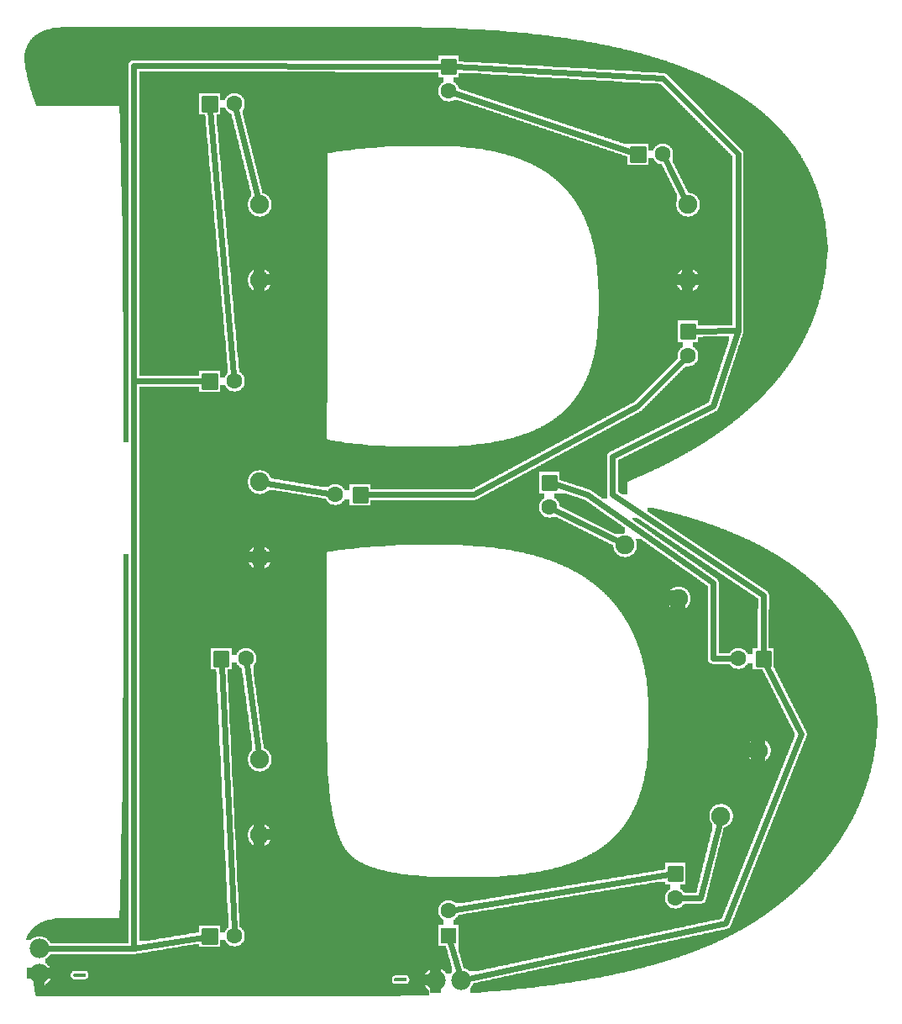
<source format=gbl>
G04 MADE WITH FRITZING*
G04 WWW.FRITZING.ORG*
G04 DOUBLE SIDED*
G04 HOLES PLATED*
G04 CONTOUR ON CENTER OF CONTOUR VECTOR*
%ASAXBY*%
%FSLAX23Y23*%
%MOIN*%
%OFA0B0*%
%SFA1.0B1.0*%
%ADD10C,0.075000*%
%ADD11C,0.062992*%
%ADD12C,0.078000*%
%ADD13R,0.062992X0.062992*%
%ADD14C,0.024000*%
%ADD15C,0.015748*%
%ADD16R,0.001000X0.001000*%
%LNCOPPER0*%
G90*
G70*
G54D10*
X1845Y3808D03*
X2823Y1831D03*
X2854Y1611D03*
X964Y3659D03*
G54D11*
X1733Y3735D03*
X1733Y3637D03*
X1382Y2037D03*
X1283Y2037D03*
X2683Y2685D03*
X2683Y2587D03*
X2133Y2085D03*
X2133Y1987D03*
X2982Y1387D03*
X2883Y1387D03*
X2633Y535D03*
X2633Y437D03*
X1733Y289D03*
X1733Y387D03*
X2485Y3387D03*
X2583Y3387D03*
X785Y3587D03*
X883Y3587D03*
X785Y2487D03*
X883Y2487D03*
X830Y1387D03*
X929Y1387D03*
X785Y287D03*
X883Y287D03*
G54D10*
X983Y2087D03*
X983Y1787D03*
X2433Y1837D03*
X2645Y1625D03*
X2814Y763D03*
X2964Y1023D03*
X2683Y3187D03*
X2683Y2887D03*
X983Y3187D03*
X983Y2887D03*
X983Y987D03*
X983Y687D03*
G54D12*
X108Y237D03*
X108Y137D03*
X1783Y112D03*
X1683Y112D03*
G54D13*
X1733Y289D03*
G54D14*
X483Y237D02*
X138Y237D01*
D02*
X758Y283D02*
X483Y237D01*
D02*
X882Y314D02*
X832Y1360D01*
D02*
X979Y1015D02*
X933Y1360D01*
D02*
X976Y3215D02*
X890Y3561D01*
D02*
X483Y2487D02*
X758Y2487D01*
D02*
X483Y237D02*
X483Y2487D01*
D02*
X881Y2514D02*
X787Y3560D01*
D02*
X483Y3737D02*
X1706Y3735D01*
D02*
X483Y2487D02*
X483Y3737D01*
D02*
X2459Y3395D02*
X1759Y3629D01*
D02*
X2671Y3213D02*
X2595Y3363D01*
D02*
X2882Y2687D02*
X2882Y3388D01*
D02*
X2882Y3388D02*
X2583Y3687D01*
D02*
X2583Y3687D02*
X1760Y3734D01*
D02*
X2483Y2387D02*
X2664Y2568D01*
D02*
X1833Y2037D02*
X2483Y2387D01*
D02*
X1409Y2037D02*
X1833Y2037D01*
D02*
X2733Y437D02*
X2808Y735D01*
D02*
X2660Y437D02*
X2733Y437D01*
D02*
X1257Y2041D02*
X1012Y2082D01*
D02*
X2408Y1850D02*
X2157Y1975D01*
D02*
X2882Y2687D02*
X2710Y2686D01*
D02*
X2783Y1687D02*
X2783Y1387D01*
D02*
X2783Y1387D02*
X2856Y1387D01*
D02*
X2283Y2037D02*
X2783Y1687D01*
D02*
X2159Y2077D02*
X2283Y2037D01*
D02*
X2833Y337D02*
X3133Y1087D01*
D02*
X1783Y112D02*
X2833Y337D01*
D02*
X3133Y1087D02*
X2994Y1363D01*
D02*
X2383Y2037D02*
X2983Y1637D01*
D02*
X2983Y1637D02*
X2982Y1414D01*
D02*
X2383Y2187D02*
X2383Y2037D01*
D02*
X2783Y2387D02*
X2383Y2187D01*
D02*
X2882Y2687D02*
X2783Y2387D01*
D02*
X2607Y531D02*
X1760Y391D01*
D02*
X1775Y141D02*
X1741Y263D01*
G36*
X192Y3891D02*
X192Y3889D01*
X172Y3889D01*
X172Y3887D01*
X160Y3887D01*
X160Y3885D01*
X152Y3885D01*
X152Y3883D01*
X144Y3883D01*
X144Y3881D01*
X136Y3881D01*
X136Y3879D01*
X130Y3879D01*
X130Y3877D01*
X126Y3877D01*
X126Y3875D01*
X120Y3875D01*
X120Y3873D01*
X116Y3873D01*
X116Y3871D01*
X112Y3871D01*
X112Y3869D01*
X108Y3869D01*
X108Y3867D01*
X106Y3867D01*
X106Y3865D01*
X102Y3865D01*
X102Y3863D01*
X98Y3863D01*
X98Y3861D01*
X96Y3861D01*
X96Y3859D01*
X94Y3859D01*
X94Y3857D01*
X90Y3857D01*
X90Y3855D01*
X88Y3855D01*
X88Y3853D01*
X86Y3853D01*
X86Y3851D01*
X84Y3851D01*
X84Y3849D01*
X82Y3849D01*
X82Y3847D01*
X80Y3847D01*
X80Y3845D01*
X78Y3845D01*
X78Y3843D01*
X76Y3843D01*
X76Y3841D01*
X74Y3841D01*
X74Y3837D01*
X72Y3837D01*
X72Y3835D01*
X70Y3835D01*
X70Y3831D01*
X68Y3831D01*
X68Y3829D01*
X66Y3829D01*
X66Y3825D01*
X64Y3825D01*
X64Y3821D01*
X62Y3821D01*
X62Y3817D01*
X60Y3817D01*
X60Y3813D01*
X58Y3813D01*
X58Y3807D01*
X56Y3807D01*
X56Y3801D01*
X54Y3801D01*
X54Y3795D01*
X52Y3795D01*
X52Y3787D01*
X50Y3787D01*
X50Y3777D01*
X1774Y3777D01*
X1774Y3755D01*
X1794Y3755D01*
X1794Y3753D01*
X1830Y3753D01*
X1830Y3751D01*
X1864Y3751D01*
X1864Y3749D01*
X1900Y3749D01*
X1900Y3747D01*
X1934Y3747D01*
X1934Y3745D01*
X1970Y3745D01*
X1970Y3743D01*
X2006Y3743D01*
X2006Y3741D01*
X2040Y3741D01*
X2040Y3739D01*
X2076Y3739D01*
X2076Y3737D01*
X2110Y3737D01*
X2110Y3735D01*
X2146Y3735D01*
X2146Y3733D01*
X2180Y3733D01*
X2180Y3731D01*
X2216Y3731D01*
X2216Y3729D01*
X2250Y3729D01*
X2250Y3727D01*
X2286Y3727D01*
X2286Y3725D01*
X2320Y3725D01*
X2320Y3723D01*
X2356Y3723D01*
X2356Y3721D01*
X2392Y3721D01*
X2392Y3719D01*
X2426Y3719D01*
X2426Y3717D01*
X2462Y3717D01*
X2462Y3715D01*
X2496Y3715D01*
X2496Y3713D01*
X2532Y3713D01*
X2532Y3711D01*
X2566Y3711D01*
X2566Y3709D01*
X2590Y3709D01*
X2590Y3707D01*
X2594Y3707D01*
X2594Y3705D01*
X2598Y3705D01*
X2598Y3703D01*
X2600Y3703D01*
X2600Y3701D01*
X2602Y3701D01*
X2602Y3699D01*
X2604Y3699D01*
X2604Y3697D01*
X2606Y3697D01*
X2606Y3695D01*
X2608Y3695D01*
X2608Y3693D01*
X2610Y3693D01*
X2610Y3691D01*
X2612Y3691D01*
X2612Y3689D01*
X2614Y3689D01*
X2614Y3687D01*
X2616Y3687D01*
X2616Y3685D01*
X2618Y3685D01*
X2618Y3683D01*
X2620Y3683D01*
X2620Y3681D01*
X2622Y3681D01*
X2622Y3679D01*
X2624Y3679D01*
X2624Y3677D01*
X2626Y3677D01*
X2626Y3675D01*
X2628Y3675D01*
X2628Y3673D01*
X2630Y3673D01*
X2630Y3671D01*
X2632Y3671D01*
X2632Y3669D01*
X2634Y3669D01*
X2634Y3667D01*
X2636Y3667D01*
X2636Y3665D01*
X2638Y3665D01*
X2638Y3663D01*
X2640Y3663D01*
X2640Y3661D01*
X2642Y3661D01*
X2642Y3659D01*
X2644Y3659D01*
X2644Y3657D01*
X2646Y3657D01*
X2646Y3655D01*
X2648Y3655D01*
X2648Y3653D01*
X2650Y3653D01*
X2650Y3651D01*
X2652Y3651D01*
X2652Y3649D01*
X2654Y3649D01*
X2654Y3647D01*
X2656Y3647D01*
X2656Y3645D01*
X2658Y3645D01*
X2658Y3643D01*
X2660Y3643D01*
X2660Y3641D01*
X2662Y3641D01*
X2662Y3639D01*
X2664Y3639D01*
X2664Y3637D01*
X2666Y3637D01*
X2666Y3635D01*
X2668Y3635D01*
X2668Y3633D01*
X2670Y3633D01*
X2670Y3631D01*
X2672Y3631D01*
X2672Y3629D01*
X2674Y3629D01*
X2674Y3627D01*
X2676Y3627D01*
X2676Y3625D01*
X2678Y3625D01*
X2678Y3623D01*
X2680Y3623D01*
X2680Y3621D01*
X2682Y3621D01*
X2682Y3619D01*
X2684Y3619D01*
X2684Y3617D01*
X2686Y3617D01*
X2686Y3615D01*
X2688Y3615D01*
X2688Y3613D01*
X2690Y3613D01*
X2690Y3611D01*
X2692Y3611D01*
X2692Y3609D01*
X2694Y3609D01*
X2694Y3607D01*
X2696Y3607D01*
X2696Y3605D01*
X2698Y3605D01*
X2698Y3603D01*
X2700Y3603D01*
X2700Y3601D01*
X2702Y3601D01*
X2702Y3599D01*
X2704Y3599D01*
X2704Y3597D01*
X2706Y3597D01*
X2706Y3595D01*
X2708Y3595D01*
X2708Y3593D01*
X2710Y3593D01*
X2710Y3591D01*
X2712Y3591D01*
X2712Y3589D01*
X2714Y3589D01*
X2714Y3587D01*
X2716Y3587D01*
X2716Y3585D01*
X2718Y3585D01*
X2718Y3583D01*
X2720Y3583D01*
X2720Y3581D01*
X2722Y3581D01*
X2722Y3579D01*
X2724Y3579D01*
X2724Y3577D01*
X2726Y3577D01*
X2726Y3575D01*
X2728Y3575D01*
X2728Y3573D01*
X2730Y3573D01*
X2730Y3571D01*
X2732Y3571D01*
X2732Y3569D01*
X2734Y3569D01*
X2734Y3567D01*
X2736Y3567D01*
X2736Y3565D01*
X2738Y3565D01*
X2738Y3563D01*
X2740Y3563D01*
X2740Y3561D01*
X2742Y3561D01*
X2742Y3559D01*
X2744Y3559D01*
X2744Y3557D01*
X2746Y3557D01*
X2746Y3555D01*
X2748Y3555D01*
X2748Y3553D01*
X2750Y3553D01*
X2750Y3549D01*
X2752Y3549D01*
X2752Y3547D01*
X2754Y3547D01*
X2754Y3545D01*
X2756Y3545D01*
X2756Y3543D01*
X2758Y3543D01*
X2758Y3541D01*
X2760Y3541D01*
X2760Y3539D01*
X2762Y3539D01*
X2762Y3537D01*
X2764Y3537D01*
X2764Y3535D01*
X2766Y3535D01*
X2766Y3533D01*
X2768Y3533D01*
X2768Y3531D01*
X2770Y3531D01*
X2770Y3529D01*
X2772Y3529D01*
X2772Y3527D01*
X2774Y3527D01*
X2774Y3525D01*
X2776Y3525D01*
X2776Y3523D01*
X2778Y3523D01*
X2778Y3521D01*
X2780Y3521D01*
X2780Y3519D01*
X2782Y3519D01*
X2782Y3517D01*
X2784Y3517D01*
X2784Y3515D01*
X2786Y3515D01*
X2786Y3513D01*
X2788Y3513D01*
X2788Y3511D01*
X2790Y3511D01*
X2790Y3509D01*
X2792Y3509D01*
X2792Y3507D01*
X2794Y3507D01*
X2794Y3505D01*
X2796Y3505D01*
X2796Y3503D01*
X2798Y3503D01*
X2798Y3501D01*
X2800Y3501D01*
X2800Y3499D01*
X2802Y3499D01*
X2802Y3497D01*
X2804Y3497D01*
X2804Y3495D01*
X2806Y3495D01*
X2806Y3493D01*
X2808Y3493D01*
X2808Y3491D01*
X2810Y3491D01*
X2810Y3489D01*
X2812Y3489D01*
X2812Y3487D01*
X2814Y3487D01*
X2814Y3485D01*
X2816Y3485D01*
X2816Y3483D01*
X2818Y3483D01*
X2818Y3481D01*
X2820Y3481D01*
X2820Y3479D01*
X2822Y3479D01*
X2822Y3477D01*
X2824Y3477D01*
X2824Y3475D01*
X2826Y3475D01*
X2826Y3473D01*
X2828Y3473D01*
X2828Y3471D01*
X2830Y3471D01*
X2830Y3469D01*
X2832Y3469D01*
X2832Y3467D01*
X2834Y3467D01*
X2834Y3465D01*
X2836Y3465D01*
X2836Y3463D01*
X2838Y3463D01*
X2838Y3461D01*
X2840Y3461D01*
X2840Y3459D01*
X2842Y3459D01*
X2842Y3457D01*
X2844Y3457D01*
X2844Y3455D01*
X2846Y3455D01*
X2846Y3453D01*
X2848Y3453D01*
X2848Y3451D01*
X2850Y3451D01*
X2850Y3449D01*
X2852Y3449D01*
X2852Y3447D01*
X2854Y3447D01*
X2854Y3445D01*
X2856Y3445D01*
X2856Y3443D01*
X2858Y3443D01*
X2858Y3441D01*
X2860Y3441D01*
X2860Y3439D01*
X2862Y3439D01*
X2862Y3437D01*
X2864Y3437D01*
X2864Y3435D01*
X2866Y3435D01*
X2866Y3433D01*
X2868Y3433D01*
X2868Y3431D01*
X2870Y3431D01*
X2870Y3429D01*
X2872Y3429D01*
X2872Y3427D01*
X2874Y3427D01*
X2874Y3425D01*
X2876Y3425D01*
X2876Y3423D01*
X2878Y3423D01*
X2878Y3421D01*
X2880Y3421D01*
X2880Y3419D01*
X2882Y3419D01*
X2882Y3417D01*
X2884Y3417D01*
X2884Y3415D01*
X2886Y3415D01*
X2886Y3413D01*
X2888Y3413D01*
X2888Y3411D01*
X2890Y3411D01*
X2890Y3409D01*
X2892Y3409D01*
X2892Y3407D01*
X2894Y3407D01*
X2894Y3405D01*
X2896Y3405D01*
X2896Y3403D01*
X2898Y3403D01*
X2898Y3401D01*
X2900Y3401D01*
X2900Y3399D01*
X2902Y3399D01*
X2902Y3393D01*
X2904Y3393D01*
X2904Y2681D01*
X2902Y2681D01*
X2902Y2675D01*
X2900Y2675D01*
X2900Y2669D01*
X2898Y2669D01*
X2898Y2663D01*
X2896Y2663D01*
X2896Y2657D01*
X2894Y2657D01*
X2894Y2651D01*
X2892Y2651D01*
X2892Y2645D01*
X2890Y2645D01*
X2890Y2639D01*
X2888Y2639D01*
X2888Y2633D01*
X2886Y2633D01*
X2886Y2627D01*
X2884Y2627D01*
X2884Y2621D01*
X2882Y2621D01*
X2882Y2615D01*
X2880Y2615D01*
X2880Y2609D01*
X2878Y2609D01*
X2878Y2603D01*
X2876Y2603D01*
X2876Y2595D01*
X2874Y2595D01*
X2874Y2589D01*
X2872Y2589D01*
X2872Y2583D01*
X2870Y2583D01*
X2870Y2577D01*
X2868Y2577D01*
X2868Y2571D01*
X2866Y2571D01*
X2866Y2565D01*
X2864Y2565D01*
X2864Y2559D01*
X2862Y2559D01*
X2862Y2553D01*
X2860Y2553D01*
X2860Y2547D01*
X2858Y2547D01*
X2858Y2541D01*
X2856Y2541D01*
X2856Y2535D01*
X2854Y2535D01*
X2854Y2529D01*
X2852Y2529D01*
X2852Y2523D01*
X2850Y2523D01*
X2850Y2517D01*
X2848Y2517D01*
X2848Y2511D01*
X2846Y2511D01*
X2846Y2505D01*
X2844Y2505D01*
X2844Y2499D01*
X2842Y2499D01*
X2842Y2493D01*
X2840Y2493D01*
X2840Y2487D01*
X2838Y2487D01*
X2838Y2481D01*
X2836Y2481D01*
X2836Y2473D01*
X2834Y2473D01*
X2834Y2467D01*
X2832Y2467D01*
X2832Y2461D01*
X2830Y2461D01*
X2830Y2455D01*
X2828Y2455D01*
X2828Y2449D01*
X2826Y2449D01*
X2826Y2443D01*
X2824Y2443D01*
X2824Y2437D01*
X2822Y2437D01*
X2822Y2431D01*
X2820Y2431D01*
X2820Y2425D01*
X2818Y2425D01*
X2818Y2419D01*
X2816Y2419D01*
X2816Y2413D01*
X2814Y2413D01*
X2814Y2407D01*
X2812Y2407D01*
X2812Y2401D01*
X2810Y2401D01*
X2810Y2395D01*
X2808Y2395D01*
X2808Y2389D01*
X2806Y2389D01*
X2806Y2383D01*
X2804Y2383D01*
X2804Y2377D01*
X2802Y2377D01*
X2802Y2375D01*
X2800Y2375D01*
X2800Y2371D01*
X2798Y2371D01*
X2798Y2369D01*
X2794Y2369D01*
X2794Y2367D01*
X2790Y2367D01*
X2790Y2365D01*
X2786Y2365D01*
X2786Y2363D01*
X2782Y2363D01*
X2782Y2361D01*
X2778Y2361D01*
X2778Y2359D01*
X2774Y2359D01*
X2774Y2357D01*
X2770Y2357D01*
X2770Y2355D01*
X2766Y2355D01*
X2766Y2353D01*
X2762Y2353D01*
X2762Y2351D01*
X2758Y2351D01*
X2758Y2349D01*
X2754Y2349D01*
X2754Y2347D01*
X2750Y2347D01*
X2750Y2345D01*
X2746Y2345D01*
X2746Y2343D01*
X2742Y2343D01*
X2742Y2341D01*
X2738Y2341D01*
X2738Y2339D01*
X2734Y2339D01*
X2734Y2337D01*
X2730Y2337D01*
X2730Y2335D01*
X2726Y2335D01*
X2726Y2333D01*
X2722Y2333D01*
X2722Y2331D01*
X2718Y2331D01*
X2718Y2329D01*
X2714Y2329D01*
X2714Y2327D01*
X2710Y2327D01*
X2710Y2325D01*
X2706Y2325D01*
X2706Y2323D01*
X2702Y2323D01*
X2702Y2321D01*
X2698Y2321D01*
X2698Y2319D01*
X2694Y2319D01*
X2694Y2317D01*
X2690Y2317D01*
X2690Y2315D01*
X2686Y2315D01*
X2686Y2313D01*
X2682Y2313D01*
X2682Y2311D01*
X2678Y2311D01*
X2678Y2309D01*
X2674Y2309D01*
X2674Y2307D01*
X2670Y2307D01*
X2670Y2305D01*
X2666Y2305D01*
X2666Y2303D01*
X2662Y2303D01*
X2662Y2301D01*
X2658Y2301D01*
X2658Y2299D01*
X2654Y2299D01*
X2654Y2297D01*
X2650Y2297D01*
X2650Y2295D01*
X2646Y2295D01*
X2646Y2293D01*
X2642Y2293D01*
X2642Y2291D01*
X2638Y2291D01*
X2638Y2289D01*
X2634Y2289D01*
X2634Y2287D01*
X2630Y2287D01*
X2630Y2285D01*
X2626Y2285D01*
X2626Y2283D01*
X2622Y2283D01*
X2622Y2281D01*
X2618Y2281D01*
X2618Y2279D01*
X2614Y2279D01*
X2614Y2277D01*
X2610Y2277D01*
X2610Y2275D01*
X2606Y2275D01*
X2606Y2273D01*
X2602Y2273D01*
X2602Y2271D01*
X2598Y2271D01*
X2598Y2269D01*
X2594Y2269D01*
X2594Y2267D01*
X2590Y2267D01*
X2590Y2265D01*
X2586Y2265D01*
X2586Y2263D01*
X2582Y2263D01*
X2582Y2261D01*
X2578Y2261D01*
X2578Y2259D01*
X2574Y2259D01*
X2574Y2257D01*
X2570Y2257D01*
X2570Y2255D01*
X2566Y2255D01*
X2566Y2253D01*
X2562Y2253D01*
X2562Y2251D01*
X2558Y2251D01*
X2558Y2249D01*
X2554Y2249D01*
X2554Y2247D01*
X2550Y2247D01*
X2550Y2245D01*
X2546Y2245D01*
X2546Y2243D01*
X2542Y2243D01*
X2542Y2241D01*
X2538Y2241D01*
X2538Y2239D01*
X2534Y2239D01*
X2534Y2237D01*
X2530Y2237D01*
X2530Y2235D01*
X2526Y2235D01*
X2526Y2233D01*
X2522Y2233D01*
X2522Y2231D01*
X2518Y2231D01*
X2518Y2229D01*
X2514Y2229D01*
X2514Y2227D01*
X2510Y2227D01*
X2510Y2225D01*
X2506Y2225D01*
X2506Y2223D01*
X2502Y2223D01*
X2502Y2221D01*
X2498Y2221D01*
X2498Y2219D01*
X2494Y2219D01*
X2494Y2217D01*
X2490Y2217D01*
X2490Y2215D01*
X2486Y2215D01*
X2486Y2213D01*
X2482Y2213D01*
X2482Y2211D01*
X2478Y2211D01*
X2478Y2209D01*
X2474Y2209D01*
X2474Y2207D01*
X2470Y2207D01*
X2470Y2205D01*
X2466Y2205D01*
X2466Y2203D01*
X2462Y2203D01*
X2462Y2201D01*
X2458Y2201D01*
X2458Y2199D01*
X2454Y2199D01*
X2454Y2197D01*
X2450Y2197D01*
X2450Y2195D01*
X2446Y2195D01*
X2446Y2193D01*
X2442Y2193D01*
X2442Y2191D01*
X2438Y2191D01*
X2438Y2189D01*
X2434Y2189D01*
X2434Y2187D01*
X2430Y2187D01*
X2430Y2185D01*
X2426Y2185D01*
X2426Y2183D01*
X2422Y2183D01*
X2422Y2181D01*
X2418Y2181D01*
X2418Y2179D01*
X2414Y2179D01*
X2414Y2177D01*
X2410Y2177D01*
X2410Y2175D01*
X2406Y2175D01*
X2406Y2047D01*
X2410Y2047D01*
X2410Y2045D01*
X2412Y2045D01*
X2412Y2043D01*
X2416Y2043D01*
X2416Y2041D01*
X2418Y2041D01*
X2418Y2039D01*
X2422Y2039D01*
X2422Y2037D01*
X2442Y2037D01*
X2442Y2089D01*
X2448Y2089D01*
X2448Y2091D01*
X2452Y2091D01*
X2452Y2093D01*
X2456Y2093D01*
X2456Y2095D01*
X2462Y2095D01*
X2462Y2097D01*
X2466Y2097D01*
X2466Y2099D01*
X2470Y2099D01*
X2470Y2101D01*
X2476Y2101D01*
X2476Y2103D01*
X2480Y2103D01*
X2480Y2105D01*
X2484Y2105D01*
X2484Y2107D01*
X2490Y2107D01*
X2490Y2109D01*
X2494Y2109D01*
X2494Y2111D01*
X2498Y2111D01*
X2498Y2113D01*
X2502Y2113D01*
X2502Y2115D01*
X2508Y2115D01*
X2508Y2117D01*
X2512Y2117D01*
X2512Y2119D01*
X2516Y2119D01*
X2516Y2121D01*
X2520Y2121D01*
X2520Y2123D01*
X2524Y2123D01*
X2524Y2125D01*
X2530Y2125D01*
X2530Y2127D01*
X2534Y2127D01*
X2534Y2129D01*
X2538Y2129D01*
X2538Y2131D01*
X2542Y2131D01*
X2542Y2133D01*
X2546Y2133D01*
X2546Y2135D01*
X2550Y2135D01*
X2550Y2137D01*
X2554Y2137D01*
X2554Y2139D01*
X2558Y2139D01*
X2558Y2141D01*
X2564Y2141D01*
X2564Y2143D01*
X2568Y2143D01*
X2568Y2145D01*
X2572Y2145D01*
X2572Y2147D01*
X2576Y2147D01*
X2576Y2149D01*
X2580Y2149D01*
X2580Y2151D01*
X2584Y2151D01*
X2584Y2153D01*
X2588Y2153D01*
X2588Y2155D01*
X2592Y2155D01*
X2592Y2157D01*
X2596Y2157D01*
X2596Y2159D01*
X2600Y2159D01*
X2600Y2161D01*
X2604Y2161D01*
X2604Y2163D01*
X2608Y2163D01*
X2608Y2165D01*
X2612Y2165D01*
X2612Y2167D01*
X2616Y2167D01*
X2616Y2169D01*
X2620Y2169D01*
X2620Y2171D01*
X2624Y2171D01*
X2624Y2173D01*
X2626Y2173D01*
X2626Y2175D01*
X2630Y2175D01*
X2630Y2177D01*
X2634Y2177D01*
X2634Y2179D01*
X2638Y2179D01*
X2638Y2181D01*
X2642Y2181D01*
X2642Y2183D01*
X2646Y2183D01*
X2646Y2185D01*
X2650Y2185D01*
X2650Y2187D01*
X2652Y2187D01*
X2652Y2189D01*
X2656Y2189D01*
X2656Y2191D01*
X2660Y2191D01*
X2660Y2193D01*
X2664Y2193D01*
X2664Y2195D01*
X2668Y2195D01*
X2668Y2197D01*
X2672Y2197D01*
X2672Y2199D01*
X2674Y2199D01*
X2674Y2201D01*
X2678Y2201D01*
X2678Y2203D01*
X2682Y2203D01*
X2682Y2205D01*
X2684Y2205D01*
X2684Y2207D01*
X2688Y2207D01*
X2688Y2209D01*
X2692Y2209D01*
X2692Y2211D01*
X2696Y2211D01*
X2696Y2213D01*
X2698Y2213D01*
X2698Y2215D01*
X2702Y2215D01*
X2702Y2217D01*
X2706Y2217D01*
X2706Y2219D01*
X2710Y2219D01*
X2710Y2221D01*
X2712Y2221D01*
X2712Y2223D01*
X2716Y2223D01*
X2716Y2225D01*
X2718Y2225D01*
X2718Y2227D01*
X2722Y2227D01*
X2722Y2229D01*
X2726Y2229D01*
X2726Y2231D01*
X2728Y2231D01*
X2728Y2233D01*
X2732Y2233D01*
X2732Y2235D01*
X2736Y2235D01*
X2736Y2237D01*
X2738Y2237D01*
X2738Y2239D01*
X2742Y2239D01*
X2742Y2241D01*
X2744Y2241D01*
X2744Y2243D01*
X2748Y2243D01*
X2748Y2245D01*
X2752Y2245D01*
X2752Y2247D01*
X2754Y2247D01*
X2754Y2249D01*
X2758Y2249D01*
X2758Y2251D01*
X2760Y2251D01*
X2760Y2253D01*
X2764Y2253D01*
X2764Y2255D01*
X2766Y2255D01*
X2766Y2257D01*
X2770Y2257D01*
X2770Y2259D01*
X2772Y2259D01*
X2772Y2261D01*
X2776Y2261D01*
X2776Y2263D01*
X2778Y2263D01*
X2778Y2265D01*
X2782Y2265D01*
X2782Y2267D01*
X2784Y2267D01*
X2784Y2269D01*
X2788Y2269D01*
X2788Y2271D01*
X2790Y2271D01*
X2790Y2273D01*
X2794Y2273D01*
X2794Y2275D01*
X2796Y2275D01*
X2796Y2277D01*
X2800Y2277D01*
X2800Y2279D01*
X2802Y2279D01*
X2802Y2281D01*
X2806Y2281D01*
X2806Y2283D01*
X2808Y2283D01*
X2808Y2285D01*
X2810Y2285D01*
X2810Y2287D01*
X2814Y2287D01*
X2814Y2289D01*
X2816Y2289D01*
X2816Y2291D01*
X2820Y2291D01*
X2820Y2293D01*
X2822Y2293D01*
X2822Y2295D01*
X2826Y2295D01*
X2826Y2297D01*
X2828Y2297D01*
X2828Y2299D01*
X2830Y2299D01*
X2830Y2301D01*
X2834Y2301D01*
X2834Y2303D01*
X2836Y2303D01*
X2836Y2305D01*
X2838Y2305D01*
X2838Y2307D01*
X2842Y2307D01*
X2842Y2309D01*
X2844Y2309D01*
X2844Y2311D01*
X2846Y2311D01*
X2846Y2313D01*
X2850Y2313D01*
X2850Y2315D01*
X2852Y2315D01*
X2852Y2317D01*
X2854Y2317D01*
X2854Y2319D01*
X2858Y2319D01*
X2858Y2321D01*
X2860Y2321D01*
X2860Y2323D01*
X2862Y2323D01*
X2862Y2325D01*
X2864Y2325D01*
X2864Y2327D01*
X2868Y2327D01*
X2868Y2329D01*
X2870Y2329D01*
X2870Y2331D01*
X2872Y2331D01*
X2872Y2333D01*
X2874Y2333D01*
X2874Y2335D01*
X2878Y2335D01*
X2878Y2337D01*
X2880Y2337D01*
X2880Y2339D01*
X2882Y2339D01*
X2882Y2341D01*
X2884Y2341D01*
X2884Y2343D01*
X2888Y2343D01*
X2888Y2345D01*
X2890Y2345D01*
X2890Y2347D01*
X2892Y2347D01*
X2892Y2349D01*
X2894Y2349D01*
X2894Y2351D01*
X2898Y2351D01*
X2898Y2353D01*
X2900Y2353D01*
X2900Y2355D01*
X2902Y2355D01*
X2902Y2357D01*
X2904Y2357D01*
X2904Y2359D01*
X2906Y2359D01*
X2906Y2361D01*
X2908Y2361D01*
X2908Y2363D01*
X2910Y2363D01*
X2910Y2365D01*
X2914Y2365D01*
X2914Y2367D01*
X2916Y2367D01*
X2916Y2369D01*
X2918Y2369D01*
X2918Y2371D01*
X2920Y2371D01*
X2920Y2373D01*
X2922Y2373D01*
X2922Y2375D01*
X2924Y2375D01*
X2924Y2377D01*
X2928Y2377D01*
X2928Y2379D01*
X2930Y2379D01*
X2930Y2381D01*
X2932Y2381D01*
X2932Y2383D01*
X2934Y2383D01*
X2934Y2385D01*
X2936Y2385D01*
X2936Y2387D01*
X2938Y2387D01*
X2938Y2389D01*
X2940Y2389D01*
X2940Y2391D01*
X2942Y2391D01*
X2942Y2393D01*
X2944Y2393D01*
X2944Y2395D01*
X2946Y2395D01*
X2946Y2397D01*
X2948Y2397D01*
X2948Y2399D01*
X2950Y2399D01*
X2950Y2401D01*
X2954Y2401D01*
X2954Y2403D01*
X2956Y2403D01*
X2956Y2405D01*
X2958Y2405D01*
X2958Y2407D01*
X2960Y2407D01*
X2960Y2409D01*
X2962Y2409D01*
X2962Y2411D01*
X2964Y2411D01*
X2964Y2413D01*
X2966Y2413D01*
X2966Y2415D01*
X2968Y2415D01*
X2968Y2417D01*
X2970Y2417D01*
X2970Y2419D01*
X2972Y2419D01*
X2972Y2421D01*
X2974Y2421D01*
X2974Y2423D01*
X2976Y2423D01*
X2976Y2425D01*
X2978Y2425D01*
X2978Y2427D01*
X2980Y2427D01*
X2980Y2429D01*
X2982Y2429D01*
X2982Y2431D01*
X2984Y2431D01*
X2984Y2433D01*
X2986Y2433D01*
X2986Y2435D01*
X2988Y2435D01*
X2988Y2437D01*
X2990Y2437D01*
X2990Y2439D01*
X2992Y2439D01*
X2992Y2441D01*
X2994Y2441D01*
X2994Y2445D01*
X2996Y2445D01*
X2996Y2447D01*
X2998Y2447D01*
X2998Y2449D01*
X3000Y2449D01*
X3000Y2451D01*
X3002Y2451D01*
X3002Y2453D01*
X3004Y2453D01*
X3004Y2455D01*
X3006Y2455D01*
X3006Y2457D01*
X3008Y2457D01*
X3008Y2459D01*
X3010Y2459D01*
X3010Y2461D01*
X3012Y2461D01*
X3012Y2463D01*
X3014Y2463D01*
X3014Y2465D01*
X3016Y2465D01*
X3016Y2469D01*
X3018Y2469D01*
X3018Y2471D01*
X3020Y2471D01*
X3020Y2473D01*
X3022Y2473D01*
X3022Y2475D01*
X3024Y2475D01*
X3024Y2477D01*
X3026Y2477D01*
X3026Y2479D01*
X3028Y2479D01*
X3028Y2483D01*
X3030Y2483D01*
X3030Y2485D01*
X3032Y2485D01*
X3032Y2487D01*
X3034Y2487D01*
X3034Y2489D01*
X3036Y2489D01*
X3036Y2491D01*
X3038Y2491D01*
X3038Y2493D01*
X3040Y2493D01*
X3040Y2497D01*
X3042Y2497D01*
X3042Y2499D01*
X3044Y2499D01*
X3044Y2501D01*
X3046Y2501D01*
X3046Y2503D01*
X3048Y2503D01*
X3048Y2507D01*
X3050Y2507D01*
X3050Y2509D01*
X3052Y2509D01*
X3052Y2511D01*
X3054Y2511D01*
X3054Y2513D01*
X3056Y2513D01*
X3056Y2517D01*
X3058Y2517D01*
X3058Y2519D01*
X3060Y2519D01*
X3060Y2521D01*
X3062Y2521D01*
X3062Y2525D01*
X3064Y2525D01*
X3064Y2527D01*
X3066Y2527D01*
X3066Y2529D01*
X3068Y2529D01*
X3068Y2533D01*
X3070Y2533D01*
X3070Y2535D01*
X3072Y2535D01*
X3072Y2537D01*
X3074Y2537D01*
X3074Y2541D01*
X3076Y2541D01*
X3076Y2543D01*
X3078Y2543D01*
X3078Y2547D01*
X3080Y2547D01*
X3080Y2549D01*
X3082Y2549D01*
X3082Y2551D01*
X3084Y2551D01*
X3084Y2555D01*
X3086Y2555D01*
X3086Y2557D01*
X3088Y2557D01*
X3088Y2561D01*
X3090Y2561D01*
X3090Y2563D01*
X3092Y2563D01*
X3092Y2567D01*
X3094Y2567D01*
X3094Y2569D01*
X3096Y2569D01*
X3096Y2573D01*
X3098Y2573D01*
X3098Y2575D01*
X3100Y2575D01*
X3100Y2579D01*
X3102Y2579D01*
X3102Y2581D01*
X3104Y2581D01*
X3104Y2585D01*
X3106Y2585D01*
X3106Y2587D01*
X3108Y2587D01*
X3108Y2591D01*
X3110Y2591D01*
X3110Y2595D01*
X3112Y2595D01*
X3112Y2597D01*
X3114Y2597D01*
X3114Y2601D01*
X3116Y2601D01*
X3116Y2605D01*
X3118Y2605D01*
X3118Y2607D01*
X3120Y2607D01*
X3120Y2611D01*
X3122Y2611D01*
X3122Y2615D01*
X3124Y2615D01*
X3124Y2617D01*
X3126Y2617D01*
X3126Y2621D01*
X3128Y2621D01*
X3128Y2625D01*
X3130Y2625D01*
X3130Y2629D01*
X3132Y2629D01*
X3132Y2631D01*
X3134Y2631D01*
X3134Y2635D01*
X3136Y2635D01*
X3136Y2639D01*
X3138Y2639D01*
X3138Y2643D01*
X3140Y2643D01*
X3140Y2647D01*
X3142Y2647D01*
X3142Y2651D01*
X3144Y2651D01*
X3144Y2655D01*
X3146Y2655D01*
X3146Y2659D01*
X3148Y2659D01*
X3148Y2663D01*
X3150Y2663D01*
X3150Y2667D01*
X3152Y2667D01*
X3152Y2671D01*
X3154Y2671D01*
X3154Y2675D01*
X3156Y2675D01*
X3156Y2679D01*
X3158Y2679D01*
X3158Y2683D01*
X3160Y2683D01*
X3160Y2687D01*
X3162Y2687D01*
X3162Y2691D01*
X3164Y2691D01*
X3164Y2697D01*
X3166Y2697D01*
X3166Y2701D01*
X3168Y2701D01*
X3168Y2705D01*
X3170Y2705D01*
X3170Y2709D01*
X3172Y2709D01*
X3172Y2715D01*
X3174Y2715D01*
X3174Y2719D01*
X3176Y2719D01*
X3176Y2725D01*
X3178Y2725D01*
X3178Y2729D01*
X3180Y2729D01*
X3180Y2735D01*
X3182Y2735D01*
X3182Y2741D01*
X3184Y2741D01*
X3184Y2745D01*
X3186Y2745D01*
X3186Y2751D01*
X3188Y2751D01*
X3188Y2755D01*
X3190Y2755D01*
X3190Y2763D01*
X3192Y2763D01*
X3192Y2769D01*
X3194Y2769D01*
X3194Y2775D01*
X3196Y2775D01*
X3196Y2781D01*
X3198Y2781D01*
X3198Y2787D01*
X3200Y2787D01*
X3200Y2793D01*
X3202Y2793D01*
X3202Y2799D01*
X3204Y2799D01*
X3204Y2807D01*
X3206Y2807D01*
X3206Y2813D01*
X3208Y2813D01*
X3208Y2821D01*
X3210Y2821D01*
X3210Y2829D01*
X3212Y2829D01*
X3212Y2837D01*
X3214Y2837D01*
X3214Y2845D01*
X3216Y2845D01*
X3216Y2853D01*
X3218Y2853D01*
X3218Y2863D01*
X3220Y2863D01*
X3220Y2873D01*
X3222Y2873D01*
X3222Y2883D01*
X3224Y2883D01*
X3224Y2895D01*
X3226Y2895D01*
X3226Y2907D01*
X3228Y2907D01*
X3228Y2921D01*
X3230Y2921D01*
X3230Y2933D01*
X3232Y2933D01*
X3232Y2953D01*
X3234Y2953D01*
X3234Y2971D01*
X3236Y2971D01*
X3236Y2999D01*
X3238Y2999D01*
X3238Y3029D01*
X3236Y3029D01*
X3236Y3057D01*
X3234Y3057D01*
X3234Y3077D01*
X3232Y3077D01*
X3232Y3093D01*
X3230Y3093D01*
X3230Y3107D01*
X3228Y3107D01*
X3228Y3121D01*
X3226Y3121D01*
X3226Y3131D01*
X3224Y3131D01*
X3224Y3143D01*
X3222Y3143D01*
X3222Y3153D01*
X3220Y3153D01*
X3220Y3161D01*
X3218Y3161D01*
X3218Y3171D01*
X3216Y3171D01*
X3216Y3179D01*
X3214Y3179D01*
X3214Y3187D01*
X3212Y3187D01*
X3212Y3195D01*
X3210Y3195D01*
X3210Y3201D01*
X3208Y3201D01*
X3208Y3209D01*
X3206Y3209D01*
X3206Y3215D01*
X3204Y3215D01*
X3204Y3223D01*
X3202Y3223D01*
X3202Y3229D01*
X3200Y3229D01*
X3200Y3235D01*
X3198Y3235D01*
X3198Y3241D01*
X3196Y3241D01*
X3196Y3247D01*
X3194Y3247D01*
X3194Y3251D01*
X3192Y3251D01*
X3192Y3257D01*
X3190Y3257D01*
X3190Y3263D01*
X3188Y3263D01*
X3188Y3267D01*
X3186Y3267D01*
X3186Y3273D01*
X3184Y3273D01*
X3184Y3277D01*
X3182Y3277D01*
X3182Y3283D01*
X3180Y3283D01*
X3180Y3287D01*
X3178Y3287D01*
X3178Y3293D01*
X3176Y3293D01*
X3176Y3297D01*
X3174Y3297D01*
X3174Y3301D01*
X3172Y3301D01*
X3172Y3305D01*
X3170Y3305D01*
X3170Y3311D01*
X3168Y3311D01*
X3168Y3315D01*
X3166Y3315D01*
X3166Y3319D01*
X3164Y3319D01*
X3164Y3323D01*
X3162Y3323D01*
X3162Y3327D01*
X3160Y3327D01*
X3160Y3331D01*
X3158Y3331D01*
X3158Y3335D01*
X3156Y3335D01*
X3156Y3339D01*
X3154Y3339D01*
X3154Y3341D01*
X3152Y3341D01*
X3152Y3345D01*
X3150Y3345D01*
X3150Y3349D01*
X3148Y3349D01*
X3148Y3353D01*
X3146Y3353D01*
X3146Y3357D01*
X3144Y3357D01*
X3144Y3361D01*
X3142Y3361D01*
X3142Y3363D01*
X3140Y3363D01*
X3140Y3367D01*
X3138Y3367D01*
X3138Y3371D01*
X3136Y3371D01*
X3136Y3373D01*
X3134Y3373D01*
X3134Y3377D01*
X3132Y3377D01*
X3132Y3381D01*
X3130Y3381D01*
X3130Y3383D01*
X3128Y3383D01*
X3128Y3387D01*
X3126Y3387D01*
X3126Y3389D01*
X3124Y3389D01*
X3124Y3393D01*
X3122Y3393D01*
X3122Y3395D01*
X3120Y3395D01*
X3120Y3399D01*
X3118Y3399D01*
X3118Y3401D01*
X3116Y3401D01*
X3116Y3405D01*
X3114Y3405D01*
X3114Y3407D01*
X3112Y3407D01*
X3112Y3411D01*
X3110Y3411D01*
X3110Y3413D01*
X3108Y3413D01*
X3108Y3417D01*
X3106Y3417D01*
X3106Y3419D01*
X3104Y3419D01*
X3104Y3421D01*
X3102Y3421D01*
X3102Y3425D01*
X3100Y3425D01*
X3100Y3427D01*
X3098Y3427D01*
X3098Y3429D01*
X3096Y3429D01*
X3096Y3433D01*
X3094Y3433D01*
X3094Y3435D01*
X3092Y3435D01*
X3092Y3437D01*
X3090Y3437D01*
X3090Y3441D01*
X3088Y3441D01*
X3088Y3443D01*
X3086Y3443D01*
X3086Y3445D01*
X3084Y3445D01*
X3084Y3447D01*
X3082Y3447D01*
X3082Y3451D01*
X3080Y3451D01*
X3080Y3453D01*
X3078Y3453D01*
X3078Y3455D01*
X3076Y3455D01*
X3076Y3457D01*
X3074Y3457D01*
X3074Y3461D01*
X3072Y3461D01*
X3072Y3463D01*
X3070Y3463D01*
X3070Y3465D01*
X3068Y3465D01*
X3068Y3467D01*
X3066Y3467D01*
X3066Y3469D01*
X3064Y3469D01*
X3064Y3471D01*
X3062Y3471D01*
X3062Y3473D01*
X3060Y3473D01*
X3060Y3477D01*
X3058Y3477D01*
X3058Y3479D01*
X3056Y3479D01*
X3056Y3481D01*
X3054Y3481D01*
X3054Y3483D01*
X3052Y3483D01*
X3052Y3485D01*
X3050Y3485D01*
X3050Y3487D01*
X3048Y3487D01*
X3048Y3489D01*
X3046Y3489D01*
X3046Y3491D01*
X3044Y3491D01*
X3044Y3493D01*
X3042Y3493D01*
X3042Y3495D01*
X3040Y3495D01*
X3040Y3497D01*
X3038Y3497D01*
X3038Y3499D01*
X3036Y3499D01*
X3036Y3501D01*
X3034Y3501D01*
X3034Y3503D01*
X3032Y3503D01*
X3032Y3505D01*
X3030Y3505D01*
X3030Y3507D01*
X3028Y3507D01*
X3028Y3509D01*
X3026Y3509D01*
X3026Y3511D01*
X3024Y3511D01*
X3024Y3513D01*
X3022Y3513D01*
X3022Y3515D01*
X3020Y3515D01*
X3020Y3517D01*
X3018Y3517D01*
X3018Y3519D01*
X3016Y3519D01*
X3016Y3521D01*
X3014Y3521D01*
X3014Y3523D01*
X3012Y3523D01*
X3012Y3525D01*
X3010Y3525D01*
X3010Y3527D01*
X3008Y3527D01*
X3008Y3529D01*
X3006Y3529D01*
X3006Y3531D01*
X3004Y3531D01*
X3004Y3533D01*
X3002Y3533D01*
X3002Y3535D01*
X3000Y3535D01*
X3000Y3537D01*
X2998Y3537D01*
X2998Y3539D01*
X2994Y3539D01*
X2994Y3541D01*
X2992Y3541D01*
X2992Y3543D01*
X2990Y3543D01*
X2990Y3545D01*
X2988Y3545D01*
X2988Y3547D01*
X2986Y3547D01*
X2986Y3549D01*
X2984Y3549D01*
X2984Y3551D01*
X2982Y3551D01*
X2982Y3553D01*
X2978Y3553D01*
X2978Y3555D01*
X2976Y3555D01*
X2976Y3557D01*
X2974Y3557D01*
X2974Y3559D01*
X2972Y3559D01*
X2972Y3561D01*
X2968Y3561D01*
X2968Y3563D01*
X2966Y3563D01*
X2966Y3565D01*
X2964Y3565D01*
X2964Y3567D01*
X2962Y3567D01*
X2962Y3569D01*
X2958Y3569D01*
X2958Y3571D01*
X2956Y3571D01*
X2956Y3573D01*
X2954Y3573D01*
X2954Y3575D01*
X2952Y3575D01*
X2952Y3577D01*
X2948Y3577D01*
X2948Y3579D01*
X2946Y3579D01*
X2946Y3581D01*
X2944Y3581D01*
X2944Y3583D01*
X2940Y3583D01*
X2940Y3585D01*
X2938Y3585D01*
X2938Y3587D01*
X2936Y3587D01*
X2936Y3589D01*
X2932Y3589D01*
X2932Y3591D01*
X2930Y3591D01*
X2930Y3593D01*
X2926Y3593D01*
X2926Y3595D01*
X2924Y3595D01*
X2924Y3597D01*
X2922Y3597D01*
X2922Y3599D01*
X2918Y3599D01*
X2918Y3601D01*
X2916Y3601D01*
X2916Y3603D01*
X2912Y3603D01*
X2912Y3605D01*
X2910Y3605D01*
X2910Y3607D01*
X2906Y3607D01*
X2906Y3609D01*
X2904Y3609D01*
X2904Y3611D01*
X2900Y3611D01*
X2900Y3613D01*
X2898Y3613D01*
X2898Y3615D01*
X2894Y3615D01*
X2894Y3617D01*
X2892Y3617D01*
X2892Y3619D01*
X2888Y3619D01*
X2888Y3621D01*
X2886Y3621D01*
X2886Y3623D01*
X2882Y3623D01*
X2882Y3625D01*
X2880Y3625D01*
X2880Y3627D01*
X2876Y3627D01*
X2876Y3629D01*
X2874Y3629D01*
X2874Y3631D01*
X2870Y3631D01*
X2870Y3633D01*
X2866Y3633D01*
X2866Y3635D01*
X2864Y3635D01*
X2864Y3637D01*
X2860Y3637D01*
X2860Y3639D01*
X2856Y3639D01*
X2856Y3641D01*
X2854Y3641D01*
X2854Y3643D01*
X2850Y3643D01*
X2850Y3645D01*
X2846Y3645D01*
X2846Y3647D01*
X2844Y3647D01*
X2844Y3649D01*
X2840Y3649D01*
X2840Y3651D01*
X2836Y3651D01*
X2836Y3653D01*
X2832Y3653D01*
X2832Y3655D01*
X2828Y3655D01*
X2828Y3657D01*
X2826Y3657D01*
X2826Y3659D01*
X2822Y3659D01*
X2822Y3661D01*
X2818Y3661D01*
X2818Y3663D01*
X2814Y3663D01*
X2814Y3665D01*
X2810Y3665D01*
X2810Y3667D01*
X2806Y3667D01*
X2806Y3669D01*
X2802Y3669D01*
X2802Y3671D01*
X2798Y3671D01*
X2798Y3673D01*
X2796Y3673D01*
X2796Y3675D01*
X2792Y3675D01*
X2792Y3677D01*
X2788Y3677D01*
X2788Y3679D01*
X2784Y3679D01*
X2784Y3681D01*
X2780Y3681D01*
X2780Y3683D01*
X2776Y3683D01*
X2776Y3685D01*
X2772Y3685D01*
X2772Y3687D01*
X2766Y3687D01*
X2766Y3689D01*
X2762Y3689D01*
X2762Y3691D01*
X2758Y3691D01*
X2758Y3693D01*
X2754Y3693D01*
X2754Y3695D01*
X2750Y3695D01*
X2750Y3697D01*
X2746Y3697D01*
X2746Y3699D01*
X2742Y3699D01*
X2742Y3701D01*
X2736Y3701D01*
X2736Y3703D01*
X2732Y3703D01*
X2732Y3705D01*
X2728Y3705D01*
X2728Y3707D01*
X2724Y3707D01*
X2724Y3709D01*
X2718Y3709D01*
X2718Y3711D01*
X2714Y3711D01*
X2714Y3713D01*
X2710Y3713D01*
X2710Y3715D01*
X2704Y3715D01*
X2704Y3717D01*
X2700Y3717D01*
X2700Y3719D01*
X2694Y3719D01*
X2694Y3721D01*
X2690Y3721D01*
X2690Y3723D01*
X2684Y3723D01*
X2684Y3725D01*
X2680Y3725D01*
X2680Y3727D01*
X2674Y3727D01*
X2674Y3729D01*
X2670Y3729D01*
X2670Y3731D01*
X2664Y3731D01*
X2664Y3733D01*
X2660Y3733D01*
X2660Y3735D01*
X2654Y3735D01*
X2654Y3737D01*
X2648Y3737D01*
X2648Y3739D01*
X2644Y3739D01*
X2644Y3741D01*
X2638Y3741D01*
X2638Y3743D01*
X2632Y3743D01*
X2632Y3745D01*
X2626Y3745D01*
X2626Y3747D01*
X2620Y3747D01*
X2620Y3749D01*
X2614Y3749D01*
X2614Y3751D01*
X2610Y3751D01*
X2610Y3753D01*
X2604Y3753D01*
X2604Y3755D01*
X2598Y3755D01*
X2598Y3757D01*
X2592Y3757D01*
X2592Y3759D01*
X2586Y3759D01*
X2586Y3761D01*
X2578Y3761D01*
X2578Y3763D01*
X2572Y3763D01*
X2572Y3765D01*
X2566Y3765D01*
X2566Y3767D01*
X2560Y3767D01*
X2560Y3769D01*
X2554Y3769D01*
X2554Y3771D01*
X2546Y3771D01*
X2546Y3773D01*
X2540Y3773D01*
X2540Y3775D01*
X2534Y3775D01*
X2534Y3777D01*
X2526Y3777D01*
X2526Y3779D01*
X2520Y3779D01*
X2520Y3781D01*
X2512Y3781D01*
X2512Y3783D01*
X2506Y3783D01*
X2506Y3785D01*
X2498Y3785D01*
X2498Y3787D01*
X2490Y3787D01*
X2490Y3789D01*
X2482Y3789D01*
X2482Y3791D01*
X2476Y3791D01*
X2476Y3793D01*
X2468Y3793D01*
X2468Y3795D01*
X2460Y3795D01*
X2460Y3797D01*
X2452Y3797D01*
X2452Y3799D01*
X2444Y3799D01*
X2444Y3801D01*
X2436Y3801D01*
X2436Y3803D01*
X2426Y3803D01*
X2426Y3805D01*
X2418Y3805D01*
X2418Y3807D01*
X2410Y3807D01*
X2410Y3809D01*
X2400Y3809D01*
X2400Y3811D01*
X2392Y3811D01*
X2392Y3813D01*
X2382Y3813D01*
X2382Y3815D01*
X2374Y3815D01*
X2374Y3817D01*
X2364Y3817D01*
X2364Y3819D01*
X2354Y3819D01*
X2354Y3821D01*
X2344Y3821D01*
X2344Y3823D01*
X2334Y3823D01*
X2334Y3825D01*
X2324Y3825D01*
X2324Y3827D01*
X2314Y3827D01*
X2314Y3829D01*
X2302Y3829D01*
X2302Y3831D01*
X2292Y3831D01*
X2292Y3833D01*
X2280Y3833D01*
X2280Y3835D01*
X2268Y3835D01*
X2268Y3837D01*
X2256Y3837D01*
X2256Y3839D01*
X2244Y3839D01*
X2244Y3841D01*
X2232Y3841D01*
X2232Y3843D01*
X2220Y3843D01*
X2220Y3845D01*
X2206Y3845D01*
X2206Y3847D01*
X2194Y3847D01*
X2194Y3849D01*
X2178Y3849D01*
X2178Y3851D01*
X2164Y3851D01*
X2164Y3853D01*
X2150Y3853D01*
X2150Y3855D01*
X2134Y3855D01*
X2134Y3857D01*
X2118Y3857D01*
X2118Y3859D01*
X2102Y3859D01*
X2102Y3861D01*
X2084Y3861D01*
X2084Y3863D01*
X2066Y3863D01*
X2066Y3865D01*
X2048Y3865D01*
X2048Y3867D01*
X2028Y3867D01*
X2028Y3869D01*
X2006Y3869D01*
X2006Y3871D01*
X1986Y3871D01*
X1986Y3873D01*
X1962Y3873D01*
X1962Y3875D01*
X1936Y3875D01*
X1936Y3877D01*
X1908Y3877D01*
X1908Y3879D01*
X1880Y3879D01*
X1880Y3881D01*
X1846Y3881D01*
X1846Y3883D01*
X1808Y3883D01*
X1808Y3885D01*
X1764Y3885D01*
X1764Y3887D01*
X1708Y3887D01*
X1708Y3889D01*
X1626Y3889D01*
X1626Y3891D01*
X192Y3891D01*
G37*
D02*
G36*
X50Y3777D02*
X50Y3759D01*
X1290Y3759D01*
X1290Y3757D01*
X1692Y3757D01*
X1692Y3777D01*
X50Y3777D01*
G37*
D02*
G36*
X50Y3759D02*
X50Y3749D01*
X52Y3749D01*
X52Y3735D01*
X54Y3735D01*
X54Y3723D01*
X56Y3723D01*
X56Y3713D01*
X58Y3713D01*
X58Y3701D01*
X60Y3701D01*
X60Y3693D01*
X62Y3693D01*
X62Y3685D01*
X64Y3685D01*
X64Y3677D01*
X66Y3677D01*
X66Y3669D01*
X68Y3669D01*
X68Y3661D01*
X70Y3661D01*
X70Y3655D01*
X72Y3655D01*
X72Y3647D01*
X74Y3647D01*
X74Y3641D01*
X76Y3641D01*
X76Y3635D01*
X78Y3635D01*
X78Y3629D01*
X80Y3629D01*
X80Y3623D01*
X82Y3623D01*
X82Y3617D01*
X84Y3617D01*
X84Y3611D01*
X86Y3611D01*
X86Y3605D01*
X88Y3605D01*
X88Y3601D01*
X90Y3601D01*
X90Y3595D01*
X92Y3595D01*
X92Y3591D01*
X94Y3591D01*
X94Y3585D01*
X96Y3585D01*
X96Y3579D01*
X98Y3579D01*
X98Y3577D01*
X426Y3577D01*
X426Y3549D01*
X428Y3549D01*
X428Y3497D01*
X430Y3497D01*
X430Y3431D01*
X432Y3431D01*
X432Y3357D01*
X434Y3357D01*
X434Y3259D01*
X436Y3259D01*
X436Y3141D01*
X438Y3141D01*
X438Y2987D01*
X440Y2987D01*
X440Y2761D01*
X442Y2761D01*
X442Y2245D01*
X462Y2245D01*
X462Y3745D01*
X464Y3745D01*
X464Y3749D01*
X466Y3749D01*
X466Y3751D01*
X468Y3751D01*
X468Y3753D01*
X470Y3753D01*
X470Y3755D01*
X472Y3755D01*
X472Y3757D01*
X478Y3757D01*
X478Y3759D01*
X50Y3759D01*
G37*
D02*
G36*
X2152Y2043D02*
X2152Y2023D01*
X2156Y2023D01*
X2156Y2021D01*
X2158Y2021D01*
X2158Y2019D01*
X2160Y2019D01*
X2160Y2017D01*
X2162Y2017D01*
X2162Y2015D01*
X2164Y2015D01*
X2164Y2013D01*
X2166Y2013D01*
X2166Y2011D01*
X2168Y2011D01*
X2168Y2007D01*
X2170Y2007D01*
X2170Y2005D01*
X2172Y2005D01*
X2172Y1999D01*
X2174Y1999D01*
X2174Y1991D01*
X2176Y1991D01*
X2176Y1989D01*
X2180Y1989D01*
X2180Y1987D01*
X2184Y1987D01*
X2184Y1985D01*
X2188Y1985D01*
X2188Y1983D01*
X2192Y1983D01*
X2192Y1981D01*
X2196Y1981D01*
X2196Y1979D01*
X2200Y1979D01*
X2200Y1977D01*
X2204Y1977D01*
X2204Y1975D01*
X2208Y1975D01*
X2208Y1973D01*
X2212Y1973D01*
X2212Y1971D01*
X2216Y1971D01*
X2216Y1969D01*
X2220Y1969D01*
X2220Y1967D01*
X2224Y1967D01*
X2224Y1965D01*
X2228Y1965D01*
X2228Y1963D01*
X2232Y1963D01*
X2232Y1961D01*
X2236Y1961D01*
X2236Y1959D01*
X2240Y1959D01*
X2240Y1957D01*
X2244Y1957D01*
X2244Y1955D01*
X2248Y1955D01*
X2248Y1953D01*
X2252Y1953D01*
X2252Y1951D01*
X2256Y1951D01*
X2256Y1949D01*
X2260Y1949D01*
X2260Y1947D01*
X2264Y1947D01*
X2264Y1945D01*
X2268Y1945D01*
X2268Y1943D01*
X2272Y1943D01*
X2272Y1941D01*
X2276Y1941D01*
X2276Y1939D01*
X2280Y1939D01*
X2280Y1937D01*
X2284Y1937D01*
X2284Y1935D01*
X2288Y1935D01*
X2288Y1933D01*
X2292Y1933D01*
X2292Y1931D01*
X2296Y1931D01*
X2296Y1929D01*
X2300Y1929D01*
X2300Y1927D01*
X2304Y1927D01*
X2304Y1925D01*
X2308Y1925D01*
X2308Y1923D01*
X2312Y1923D01*
X2312Y1921D01*
X2316Y1921D01*
X2316Y1919D01*
X2320Y1919D01*
X2320Y1917D01*
X2324Y1917D01*
X2324Y1915D01*
X2328Y1915D01*
X2328Y1913D01*
X2332Y1913D01*
X2332Y1911D01*
X2336Y1911D01*
X2336Y1909D01*
X2340Y1909D01*
X2340Y1907D01*
X2344Y1907D01*
X2344Y1905D01*
X2348Y1905D01*
X2348Y1903D01*
X2352Y1903D01*
X2352Y1901D01*
X2356Y1901D01*
X2356Y1899D01*
X2360Y1899D01*
X2360Y1897D01*
X2364Y1897D01*
X2364Y1895D01*
X2368Y1895D01*
X2368Y1893D01*
X2372Y1893D01*
X2372Y1891D01*
X2376Y1891D01*
X2376Y1889D01*
X2380Y1889D01*
X2380Y1887D01*
X2384Y1887D01*
X2384Y1885D01*
X2388Y1885D01*
X2388Y1883D01*
X2392Y1883D01*
X2392Y1881D01*
X2418Y1881D01*
X2418Y1883D01*
X2428Y1883D01*
X2428Y1885D01*
X2434Y1885D01*
X2434Y1905D01*
X2432Y1905D01*
X2432Y1907D01*
X2430Y1907D01*
X2430Y1909D01*
X2426Y1909D01*
X2426Y1911D01*
X2424Y1911D01*
X2424Y1913D01*
X2420Y1913D01*
X2420Y1915D01*
X2418Y1915D01*
X2418Y1917D01*
X2414Y1917D01*
X2414Y1919D01*
X2412Y1919D01*
X2412Y1921D01*
X2410Y1921D01*
X2410Y1923D01*
X2406Y1923D01*
X2406Y1925D01*
X2404Y1925D01*
X2404Y1927D01*
X2400Y1927D01*
X2400Y1929D01*
X2398Y1929D01*
X2398Y1931D01*
X2394Y1931D01*
X2394Y1933D01*
X2392Y1933D01*
X2392Y1935D01*
X2390Y1935D01*
X2390Y1937D01*
X2386Y1937D01*
X2386Y1939D01*
X2384Y1939D01*
X2384Y1941D01*
X2380Y1941D01*
X2380Y1943D01*
X2378Y1943D01*
X2378Y1945D01*
X2374Y1945D01*
X2374Y1947D01*
X2372Y1947D01*
X2372Y1949D01*
X2370Y1949D01*
X2370Y1951D01*
X2366Y1951D01*
X2366Y1953D01*
X2364Y1953D01*
X2364Y1955D01*
X2360Y1955D01*
X2360Y1957D01*
X2358Y1957D01*
X2358Y1959D01*
X2354Y1959D01*
X2354Y1961D01*
X2352Y1961D01*
X2352Y1963D01*
X2350Y1963D01*
X2350Y1965D01*
X2346Y1965D01*
X2346Y1967D01*
X2344Y1967D01*
X2344Y1969D01*
X2340Y1969D01*
X2340Y1971D01*
X2338Y1971D01*
X2338Y1973D01*
X2334Y1973D01*
X2334Y1975D01*
X2332Y1975D01*
X2332Y1977D01*
X2330Y1977D01*
X2330Y1979D01*
X2326Y1979D01*
X2326Y1981D01*
X2324Y1981D01*
X2324Y1983D01*
X2320Y1983D01*
X2320Y1985D01*
X2318Y1985D01*
X2318Y1987D01*
X2314Y1987D01*
X2314Y1989D01*
X2312Y1989D01*
X2312Y1991D01*
X2310Y1991D01*
X2310Y1993D01*
X2306Y1993D01*
X2306Y1995D01*
X2304Y1995D01*
X2304Y1997D01*
X2300Y1997D01*
X2300Y1999D01*
X2298Y1999D01*
X2298Y2001D01*
X2294Y2001D01*
X2294Y2003D01*
X2292Y2003D01*
X2292Y2005D01*
X2290Y2005D01*
X2290Y2007D01*
X2286Y2007D01*
X2286Y2009D01*
X2284Y2009D01*
X2284Y2011D01*
X2280Y2011D01*
X2280Y2013D01*
X2278Y2013D01*
X2278Y2015D01*
X2274Y2015D01*
X2274Y2017D01*
X2270Y2017D01*
X2270Y2019D01*
X2264Y2019D01*
X2264Y2021D01*
X2258Y2021D01*
X2258Y2023D01*
X2252Y2023D01*
X2252Y2025D01*
X2246Y2025D01*
X2246Y2027D01*
X2240Y2027D01*
X2240Y2029D01*
X2234Y2029D01*
X2234Y2031D01*
X2228Y2031D01*
X2228Y2033D01*
X2222Y2033D01*
X2222Y2035D01*
X2214Y2035D01*
X2214Y2037D01*
X2208Y2037D01*
X2208Y2039D01*
X2202Y2039D01*
X2202Y2041D01*
X2196Y2041D01*
X2196Y2043D01*
X2152Y2043D01*
G37*
D02*
G36*
X2524Y1985D02*
X2524Y1969D01*
X2526Y1969D01*
X2526Y1967D01*
X2530Y1967D01*
X2530Y1965D01*
X2532Y1965D01*
X2532Y1963D01*
X2536Y1963D01*
X2536Y1961D01*
X2538Y1961D01*
X2538Y1959D01*
X2542Y1959D01*
X2542Y1957D01*
X2544Y1957D01*
X2544Y1955D01*
X2548Y1955D01*
X2548Y1953D01*
X2550Y1953D01*
X2550Y1951D01*
X2554Y1951D01*
X2554Y1949D01*
X2556Y1949D01*
X2556Y1947D01*
X2560Y1947D01*
X2560Y1945D01*
X2562Y1945D01*
X2562Y1943D01*
X2566Y1943D01*
X2566Y1941D01*
X2568Y1941D01*
X2568Y1939D01*
X2572Y1939D01*
X2572Y1937D01*
X2574Y1937D01*
X2574Y1935D01*
X2578Y1935D01*
X2578Y1933D01*
X2580Y1933D01*
X2580Y1931D01*
X2584Y1931D01*
X2584Y1929D01*
X2586Y1929D01*
X2586Y1927D01*
X2590Y1927D01*
X2590Y1925D01*
X2592Y1925D01*
X2592Y1923D01*
X2596Y1923D01*
X2596Y1921D01*
X2598Y1921D01*
X2598Y1919D01*
X2602Y1919D01*
X2602Y1917D01*
X2604Y1917D01*
X2604Y1915D01*
X2608Y1915D01*
X2608Y1913D01*
X2610Y1913D01*
X2610Y1911D01*
X2614Y1911D01*
X2614Y1909D01*
X2616Y1909D01*
X2616Y1907D01*
X2620Y1907D01*
X2620Y1905D01*
X2622Y1905D01*
X2622Y1903D01*
X2626Y1903D01*
X2626Y1901D01*
X2628Y1901D01*
X2628Y1899D01*
X2632Y1899D01*
X2632Y1897D01*
X2634Y1897D01*
X2634Y1895D01*
X2638Y1895D01*
X2638Y1893D01*
X2640Y1893D01*
X2640Y1891D01*
X2644Y1891D01*
X2644Y1889D01*
X2646Y1889D01*
X2646Y1887D01*
X2650Y1887D01*
X2650Y1885D01*
X2652Y1885D01*
X2652Y1883D01*
X2656Y1883D01*
X2656Y1881D01*
X2658Y1881D01*
X2658Y1879D01*
X2662Y1879D01*
X2662Y1877D01*
X2664Y1877D01*
X2664Y1875D01*
X2668Y1875D01*
X2668Y1873D01*
X2670Y1873D01*
X2670Y1871D01*
X2674Y1871D01*
X2674Y1869D01*
X2676Y1869D01*
X2676Y1867D01*
X2680Y1867D01*
X2680Y1865D01*
X2682Y1865D01*
X2682Y1863D01*
X2686Y1863D01*
X2686Y1861D01*
X2688Y1861D01*
X2688Y1859D01*
X2692Y1859D01*
X2692Y1857D01*
X2694Y1857D01*
X2694Y1855D01*
X2698Y1855D01*
X2698Y1853D01*
X2700Y1853D01*
X2700Y1851D01*
X2704Y1851D01*
X2704Y1849D01*
X2706Y1849D01*
X2706Y1847D01*
X2710Y1847D01*
X2710Y1845D01*
X2712Y1845D01*
X2712Y1843D01*
X2716Y1843D01*
X2716Y1841D01*
X2718Y1841D01*
X2718Y1839D01*
X2722Y1839D01*
X2722Y1837D01*
X2724Y1837D01*
X2724Y1835D01*
X2728Y1835D01*
X2728Y1833D01*
X2730Y1833D01*
X2730Y1831D01*
X2734Y1831D01*
X2734Y1829D01*
X2736Y1829D01*
X2736Y1827D01*
X2740Y1827D01*
X2740Y1825D01*
X2742Y1825D01*
X2742Y1823D01*
X2746Y1823D01*
X2746Y1821D01*
X2748Y1821D01*
X2748Y1819D01*
X2752Y1819D01*
X2752Y1817D01*
X2754Y1817D01*
X2754Y1815D01*
X2758Y1815D01*
X2758Y1813D01*
X2760Y1813D01*
X2760Y1811D01*
X2764Y1811D01*
X2764Y1809D01*
X2766Y1809D01*
X2766Y1807D01*
X2770Y1807D01*
X2770Y1805D01*
X2772Y1805D01*
X2772Y1803D01*
X2776Y1803D01*
X2776Y1801D01*
X2778Y1801D01*
X2778Y1799D01*
X2782Y1799D01*
X2782Y1797D01*
X2784Y1797D01*
X2784Y1795D01*
X2788Y1795D01*
X2788Y1793D01*
X2790Y1793D01*
X2790Y1791D01*
X2794Y1791D01*
X2794Y1789D01*
X2796Y1789D01*
X2796Y1787D01*
X2800Y1787D01*
X2800Y1785D01*
X2802Y1785D01*
X2802Y1783D01*
X2806Y1783D01*
X2806Y1781D01*
X2808Y1781D01*
X2808Y1779D01*
X2812Y1779D01*
X2812Y1777D01*
X2814Y1777D01*
X2814Y1775D01*
X2818Y1775D01*
X2818Y1773D01*
X2820Y1773D01*
X2820Y1771D01*
X2824Y1771D01*
X2824Y1769D01*
X2826Y1769D01*
X2826Y1767D01*
X2830Y1767D01*
X2830Y1765D01*
X2832Y1765D01*
X2832Y1763D01*
X2836Y1763D01*
X2836Y1761D01*
X2838Y1761D01*
X2838Y1759D01*
X2842Y1759D01*
X2842Y1757D01*
X2844Y1757D01*
X2844Y1755D01*
X2848Y1755D01*
X2848Y1753D01*
X2850Y1753D01*
X2850Y1751D01*
X2854Y1751D01*
X2854Y1749D01*
X2856Y1749D01*
X2856Y1747D01*
X2860Y1747D01*
X2860Y1745D01*
X2862Y1745D01*
X2862Y1743D01*
X2866Y1743D01*
X2866Y1741D01*
X2868Y1741D01*
X2868Y1739D01*
X2872Y1739D01*
X2872Y1737D01*
X2874Y1737D01*
X2874Y1735D01*
X2878Y1735D01*
X2878Y1733D01*
X2880Y1733D01*
X2880Y1731D01*
X2884Y1731D01*
X2884Y1729D01*
X2886Y1729D01*
X2886Y1727D01*
X2890Y1727D01*
X2890Y1725D01*
X2892Y1725D01*
X2892Y1723D01*
X2896Y1723D01*
X2896Y1721D01*
X2898Y1721D01*
X2898Y1719D01*
X2902Y1719D01*
X2902Y1717D01*
X2904Y1717D01*
X2904Y1715D01*
X2908Y1715D01*
X2908Y1713D01*
X2910Y1713D01*
X2910Y1711D01*
X2914Y1711D01*
X2914Y1709D01*
X2916Y1709D01*
X2916Y1707D01*
X2920Y1707D01*
X2920Y1705D01*
X2922Y1705D01*
X2922Y1703D01*
X2926Y1703D01*
X2926Y1701D01*
X2928Y1701D01*
X2928Y1699D01*
X2932Y1699D01*
X2932Y1697D01*
X2934Y1697D01*
X2934Y1695D01*
X2938Y1695D01*
X2938Y1693D01*
X2940Y1693D01*
X2940Y1691D01*
X2944Y1691D01*
X2944Y1689D01*
X2946Y1689D01*
X2946Y1687D01*
X2950Y1687D01*
X2950Y1685D01*
X2952Y1685D01*
X2952Y1683D01*
X2956Y1683D01*
X2956Y1681D01*
X2958Y1681D01*
X2958Y1679D01*
X2962Y1679D01*
X2962Y1677D01*
X2964Y1677D01*
X2964Y1675D01*
X2968Y1675D01*
X2968Y1673D01*
X2970Y1673D01*
X2970Y1671D01*
X2974Y1671D01*
X2974Y1669D01*
X2976Y1669D01*
X2976Y1667D01*
X2980Y1667D01*
X2980Y1665D01*
X2982Y1665D01*
X2982Y1663D01*
X2986Y1663D01*
X2986Y1661D01*
X2988Y1661D01*
X2988Y1659D01*
X2992Y1659D01*
X2992Y1657D01*
X2994Y1657D01*
X2994Y1655D01*
X2998Y1655D01*
X2998Y1653D01*
X3000Y1653D01*
X3000Y1649D01*
X3002Y1649D01*
X3002Y1647D01*
X3004Y1647D01*
X3004Y1641D01*
X3006Y1641D01*
X3006Y1583D01*
X3004Y1583D01*
X3004Y1429D01*
X3022Y1429D01*
X3022Y1427D01*
X3024Y1427D01*
X3024Y1351D01*
X3026Y1351D01*
X3026Y1347D01*
X3028Y1347D01*
X3028Y1343D01*
X3030Y1343D01*
X3030Y1339D01*
X3032Y1339D01*
X3032Y1335D01*
X3034Y1335D01*
X3034Y1331D01*
X3036Y1331D01*
X3036Y1327D01*
X3038Y1327D01*
X3038Y1323D01*
X3040Y1323D01*
X3040Y1319D01*
X3042Y1319D01*
X3042Y1315D01*
X3044Y1315D01*
X3044Y1311D01*
X3046Y1311D01*
X3046Y1307D01*
X3048Y1307D01*
X3048Y1303D01*
X3050Y1303D01*
X3050Y1299D01*
X3052Y1299D01*
X3052Y1295D01*
X3054Y1295D01*
X3054Y1291D01*
X3056Y1291D01*
X3056Y1287D01*
X3058Y1287D01*
X3058Y1283D01*
X3060Y1283D01*
X3060Y1279D01*
X3062Y1279D01*
X3062Y1275D01*
X3064Y1275D01*
X3064Y1271D01*
X3066Y1271D01*
X3066Y1267D01*
X3068Y1267D01*
X3068Y1263D01*
X3070Y1263D01*
X3070Y1259D01*
X3072Y1259D01*
X3072Y1255D01*
X3074Y1255D01*
X3074Y1251D01*
X3076Y1251D01*
X3076Y1247D01*
X3078Y1247D01*
X3078Y1243D01*
X3080Y1243D01*
X3080Y1239D01*
X3082Y1239D01*
X3082Y1235D01*
X3084Y1235D01*
X3084Y1231D01*
X3086Y1231D01*
X3086Y1227D01*
X3088Y1227D01*
X3088Y1223D01*
X3090Y1223D01*
X3090Y1219D01*
X3092Y1219D01*
X3092Y1215D01*
X3094Y1215D01*
X3094Y1211D01*
X3096Y1211D01*
X3096Y1207D01*
X3098Y1207D01*
X3098Y1203D01*
X3100Y1203D01*
X3100Y1199D01*
X3102Y1199D01*
X3102Y1195D01*
X3104Y1195D01*
X3104Y1191D01*
X3106Y1191D01*
X3106Y1187D01*
X3108Y1187D01*
X3108Y1183D01*
X3110Y1183D01*
X3110Y1179D01*
X3112Y1179D01*
X3112Y1177D01*
X3114Y1177D01*
X3114Y1173D01*
X3116Y1173D01*
X3116Y1169D01*
X3118Y1169D01*
X3118Y1165D01*
X3120Y1165D01*
X3120Y1161D01*
X3122Y1161D01*
X3122Y1157D01*
X3124Y1157D01*
X3124Y1153D01*
X3126Y1153D01*
X3126Y1149D01*
X3128Y1149D01*
X3128Y1145D01*
X3130Y1145D01*
X3130Y1141D01*
X3132Y1141D01*
X3132Y1137D01*
X3134Y1137D01*
X3134Y1133D01*
X3136Y1133D01*
X3136Y1129D01*
X3138Y1129D01*
X3138Y1125D01*
X3140Y1125D01*
X3140Y1121D01*
X3142Y1121D01*
X3142Y1117D01*
X3144Y1117D01*
X3144Y1113D01*
X3146Y1113D01*
X3146Y1109D01*
X3148Y1109D01*
X3148Y1105D01*
X3150Y1105D01*
X3150Y1101D01*
X3152Y1101D01*
X3152Y1097D01*
X3154Y1097D01*
X3154Y1091D01*
X3156Y1091D01*
X3156Y1083D01*
X3154Y1083D01*
X3154Y1077D01*
X3152Y1077D01*
X3152Y1071D01*
X3150Y1071D01*
X3150Y1067D01*
X3148Y1067D01*
X3148Y1061D01*
X3146Y1061D01*
X3146Y1057D01*
X3144Y1057D01*
X3144Y1051D01*
X3142Y1051D01*
X3142Y1047D01*
X3140Y1047D01*
X3140Y1041D01*
X3138Y1041D01*
X3138Y1037D01*
X3136Y1037D01*
X3136Y1031D01*
X3134Y1031D01*
X3134Y1027D01*
X3132Y1027D01*
X3132Y1021D01*
X3130Y1021D01*
X3130Y1017D01*
X3128Y1017D01*
X3128Y1011D01*
X3126Y1011D01*
X3126Y1007D01*
X3124Y1007D01*
X3124Y1001D01*
X3122Y1001D01*
X3122Y997D01*
X3120Y997D01*
X3120Y991D01*
X3118Y991D01*
X3118Y987D01*
X3116Y987D01*
X3116Y981D01*
X3114Y981D01*
X3114Y977D01*
X3112Y977D01*
X3112Y971D01*
X3110Y971D01*
X3110Y967D01*
X3108Y967D01*
X3108Y961D01*
X3106Y961D01*
X3106Y957D01*
X3104Y957D01*
X3104Y951D01*
X3102Y951D01*
X3102Y947D01*
X3100Y947D01*
X3100Y941D01*
X3098Y941D01*
X3098Y937D01*
X3096Y937D01*
X3096Y931D01*
X3094Y931D01*
X3094Y927D01*
X3092Y927D01*
X3092Y921D01*
X3090Y921D01*
X3090Y917D01*
X3088Y917D01*
X3088Y911D01*
X3086Y911D01*
X3086Y907D01*
X3084Y907D01*
X3084Y901D01*
X3082Y901D01*
X3082Y897D01*
X3080Y897D01*
X3080Y891D01*
X3078Y891D01*
X3078Y887D01*
X3076Y887D01*
X3076Y881D01*
X3074Y881D01*
X3074Y877D01*
X3072Y877D01*
X3072Y871D01*
X3070Y871D01*
X3070Y867D01*
X3068Y867D01*
X3068Y861D01*
X3066Y861D01*
X3066Y857D01*
X3064Y857D01*
X3064Y851D01*
X3062Y851D01*
X3062Y847D01*
X3060Y847D01*
X3060Y841D01*
X3058Y841D01*
X3058Y837D01*
X3056Y837D01*
X3056Y831D01*
X3054Y831D01*
X3054Y827D01*
X3052Y827D01*
X3052Y821D01*
X3050Y821D01*
X3050Y817D01*
X3048Y817D01*
X3048Y811D01*
X3046Y811D01*
X3046Y807D01*
X3044Y807D01*
X3044Y801D01*
X3042Y801D01*
X3042Y797D01*
X3040Y797D01*
X3040Y791D01*
X3038Y791D01*
X3038Y787D01*
X3036Y787D01*
X3036Y781D01*
X3034Y781D01*
X3034Y777D01*
X3032Y777D01*
X3032Y771D01*
X3030Y771D01*
X3030Y767D01*
X3028Y767D01*
X3028Y761D01*
X3026Y761D01*
X3026Y757D01*
X3024Y757D01*
X3024Y751D01*
X3022Y751D01*
X3022Y747D01*
X3020Y747D01*
X3020Y741D01*
X3018Y741D01*
X3018Y737D01*
X3016Y737D01*
X3016Y731D01*
X3014Y731D01*
X3014Y727D01*
X3012Y727D01*
X3012Y721D01*
X3010Y721D01*
X3010Y717D01*
X3008Y717D01*
X3008Y711D01*
X3006Y711D01*
X3006Y707D01*
X3004Y707D01*
X3004Y701D01*
X3002Y701D01*
X3002Y697D01*
X3000Y697D01*
X3000Y691D01*
X2998Y691D01*
X2998Y687D01*
X2996Y687D01*
X2996Y681D01*
X2994Y681D01*
X2994Y677D01*
X2992Y677D01*
X2992Y671D01*
X2990Y671D01*
X2990Y667D01*
X2988Y667D01*
X2988Y661D01*
X2986Y661D01*
X2986Y657D01*
X2984Y657D01*
X2984Y651D01*
X2982Y651D01*
X2982Y647D01*
X2980Y647D01*
X2980Y641D01*
X2978Y641D01*
X2978Y637D01*
X2976Y637D01*
X2976Y631D01*
X2974Y631D01*
X2974Y627D01*
X2972Y627D01*
X2972Y621D01*
X2970Y621D01*
X2970Y617D01*
X2968Y617D01*
X2968Y611D01*
X2966Y611D01*
X2966Y607D01*
X2964Y607D01*
X2964Y601D01*
X2962Y601D01*
X2962Y597D01*
X2960Y597D01*
X2960Y591D01*
X2958Y591D01*
X2958Y587D01*
X2956Y587D01*
X2956Y581D01*
X2954Y581D01*
X2954Y577D01*
X2952Y577D01*
X2952Y571D01*
X2950Y571D01*
X2950Y567D01*
X2948Y567D01*
X2948Y561D01*
X2946Y561D01*
X2946Y557D01*
X2944Y557D01*
X2944Y551D01*
X2942Y551D01*
X2942Y547D01*
X2940Y547D01*
X2940Y541D01*
X2938Y541D01*
X2938Y537D01*
X2936Y537D01*
X2936Y531D01*
X2934Y531D01*
X2934Y527D01*
X2932Y527D01*
X2932Y521D01*
X2930Y521D01*
X2930Y517D01*
X2928Y517D01*
X2928Y511D01*
X2926Y511D01*
X2926Y507D01*
X2924Y507D01*
X2924Y501D01*
X2922Y501D01*
X2922Y497D01*
X2920Y497D01*
X2920Y491D01*
X2918Y491D01*
X2918Y487D01*
X2916Y487D01*
X2916Y481D01*
X2914Y481D01*
X2914Y477D01*
X2912Y477D01*
X2912Y471D01*
X2910Y471D01*
X2910Y467D01*
X2908Y467D01*
X2908Y461D01*
X2906Y461D01*
X2906Y457D01*
X2904Y457D01*
X2904Y451D01*
X2902Y451D01*
X2902Y447D01*
X2900Y447D01*
X2900Y441D01*
X2898Y441D01*
X2898Y437D01*
X2896Y437D01*
X2896Y431D01*
X2894Y431D01*
X2894Y427D01*
X2892Y427D01*
X2892Y421D01*
X2890Y421D01*
X2890Y417D01*
X2888Y417D01*
X2888Y411D01*
X2886Y411D01*
X2886Y407D01*
X2884Y407D01*
X2884Y401D01*
X2882Y401D01*
X2882Y397D01*
X2880Y397D01*
X2880Y391D01*
X2878Y391D01*
X2878Y387D01*
X2876Y387D01*
X2876Y381D01*
X2874Y381D01*
X2874Y377D01*
X2872Y377D01*
X2872Y371D01*
X2870Y371D01*
X2870Y367D01*
X2868Y367D01*
X2868Y361D01*
X2866Y361D01*
X2866Y357D01*
X2864Y357D01*
X2864Y351D01*
X2862Y351D01*
X2862Y347D01*
X2860Y347D01*
X2860Y341D01*
X2858Y341D01*
X2858Y337D01*
X2856Y337D01*
X2856Y331D01*
X2854Y331D01*
X2854Y327D01*
X2852Y327D01*
X2852Y325D01*
X2850Y325D01*
X2850Y321D01*
X2848Y321D01*
X2848Y319D01*
X2844Y319D01*
X2844Y317D01*
X2840Y317D01*
X2840Y315D01*
X2830Y315D01*
X2830Y313D01*
X2822Y313D01*
X2822Y311D01*
X2812Y311D01*
X2812Y309D01*
X2802Y309D01*
X2802Y307D01*
X2794Y307D01*
X2794Y305D01*
X2784Y305D01*
X2784Y303D01*
X2774Y303D01*
X2774Y301D01*
X2766Y301D01*
X2766Y299D01*
X2756Y299D01*
X2756Y297D01*
X2746Y297D01*
X2746Y295D01*
X2738Y295D01*
X2738Y293D01*
X2728Y293D01*
X2728Y291D01*
X2718Y291D01*
X2718Y289D01*
X2710Y289D01*
X2710Y287D01*
X2700Y287D01*
X2700Y285D01*
X2690Y285D01*
X2690Y283D01*
X2682Y283D01*
X2682Y281D01*
X2672Y281D01*
X2672Y279D01*
X2662Y279D01*
X2662Y277D01*
X2654Y277D01*
X2654Y275D01*
X2644Y275D01*
X2644Y273D01*
X2634Y273D01*
X2634Y271D01*
X2626Y271D01*
X2626Y269D01*
X2616Y269D01*
X2616Y267D01*
X2606Y267D01*
X2606Y265D01*
X2598Y265D01*
X2598Y263D01*
X2588Y263D01*
X2588Y261D01*
X2578Y261D01*
X2578Y259D01*
X2570Y259D01*
X2570Y257D01*
X2560Y257D01*
X2560Y255D01*
X2550Y255D01*
X2550Y253D01*
X2542Y253D01*
X2542Y251D01*
X2532Y251D01*
X2532Y249D01*
X2522Y249D01*
X2522Y247D01*
X2514Y247D01*
X2514Y245D01*
X2504Y245D01*
X2504Y243D01*
X2494Y243D01*
X2494Y241D01*
X2486Y241D01*
X2486Y239D01*
X2476Y239D01*
X2476Y237D01*
X2466Y237D01*
X2466Y235D01*
X2458Y235D01*
X2458Y233D01*
X2448Y233D01*
X2448Y231D01*
X2438Y231D01*
X2438Y229D01*
X2430Y229D01*
X2430Y227D01*
X2420Y227D01*
X2420Y225D01*
X2410Y225D01*
X2410Y223D01*
X2402Y223D01*
X2402Y221D01*
X2392Y221D01*
X2392Y219D01*
X2382Y219D01*
X2382Y217D01*
X2374Y217D01*
X2374Y215D01*
X2364Y215D01*
X2364Y213D01*
X2354Y213D01*
X2354Y211D01*
X2346Y211D01*
X2346Y209D01*
X2336Y209D01*
X2336Y207D01*
X2326Y207D01*
X2326Y205D01*
X2318Y205D01*
X2318Y203D01*
X2308Y203D01*
X2308Y201D01*
X2298Y201D01*
X2298Y199D01*
X2290Y199D01*
X2290Y197D01*
X2280Y197D01*
X2280Y195D01*
X2270Y195D01*
X2270Y193D01*
X2262Y193D01*
X2262Y191D01*
X2252Y191D01*
X2252Y189D01*
X2242Y189D01*
X2242Y187D01*
X2234Y187D01*
X2234Y185D01*
X2224Y185D01*
X2224Y183D01*
X2214Y183D01*
X2214Y181D01*
X2206Y181D01*
X2206Y179D01*
X2196Y179D01*
X2196Y177D01*
X2186Y177D01*
X2186Y175D01*
X2178Y175D01*
X2178Y173D01*
X2168Y173D01*
X2168Y171D01*
X2158Y171D01*
X2158Y169D01*
X2150Y169D01*
X2150Y167D01*
X2140Y167D01*
X2140Y165D01*
X2130Y165D01*
X2130Y163D01*
X2122Y163D01*
X2122Y161D01*
X2112Y161D01*
X2112Y159D01*
X2102Y159D01*
X2102Y157D01*
X2094Y157D01*
X2094Y155D01*
X2084Y155D01*
X2084Y153D01*
X2074Y153D01*
X2074Y151D01*
X2066Y151D01*
X2066Y149D01*
X2056Y149D01*
X2056Y147D01*
X2046Y147D01*
X2046Y145D01*
X2038Y145D01*
X2038Y143D01*
X2028Y143D01*
X2028Y141D01*
X2018Y141D01*
X2018Y139D01*
X2010Y139D01*
X2010Y137D01*
X2000Y137D01*
X2000Y135D01*
X1990Y135D01*
X1990Y133D01*
X1982Y133D01*
X1982Y131D01*
X1972Y131D01*
X1972Y129D01*
X1962Y129D01*
X1962Y127D01*
X1954Y127D01*
X1954Y125D01*
X1944Y125D01*
X1944Y123D01*
X1934Y123D01*
X1934Y121D01*
X1926Y121D01*
X1926Y119D01*
X1916Y119D01*
X1916Y117D01*
X1906Y117D01*
X1906Y115D01*
X1898Y115D01*
X1898Y113D01*
X1888Y113D01*
X1888Y111D01*
X1878Y111D01*
X1878Y109D01*
X1870Y109D01*
X1870Y107D01*
X1860Y107D01*
X1860Y105D01*
X1850Y105D01*
X1850Y103D01*
X1842Y103D01*
X1842Y101D01*
X1832Y101D01*
X1832Y99D01*
X1830Y99D01*
X1830Y95D01*
X1828Y95D01*
X1828Y91D01*
X1826Y91D01*
X1826Y87D01*
X1824Y87D01*
X1824Y83D01*
X1822Y83D01*
X1822Y81D01*
X1820Y81D01*
X1820Y63D01*
X1862Y63D01*
X1862Y65D01*
X1888Y65D01*
X1888Y67D01*
X1914Y67D01*
X1914Y69D01*
X1938Y69D01*
X1938Y71D01*
X1960Y71D01*
X1960Y73D01*
X1982Y73D01*
X1982Y75D01*
X2002Y75D01*
X2002Y77D01*
X2022Y77D01*
X2022Y79D01*
X2042Y79D01*
X2042Y81D01*
X2058Y81D01*
X2058Y83D01*
X2076Y83D01*
X2076Y85D01*
X2094Y85D01*
X2094Y87D01*
X2110Y87D01*
X2110Y89D01*
X2124Y89D01*
X2124Y91D01*
X2140Y91D01*
X2140Y93D01*
X2156Y93D01*
X2156Y95D01*
X2170Y95D01*
X2170Y97D01*
X2182Y97D01*
X2182Y99D01*
X2196Y99D01*
X2196Y101D01*
X2210Y101D01*
X2210Y103D01*
X2222Y103D01*
X2222Y105D01*
X2236Y105D01*
X2236Y107D01*
X2248Y107D01*
X2248Y109D01*
X2260Y109D01*
X2260Y111D01*
X2272Y111D01*
X2272Y113D01*
X2284Y113D01*
X2284Y115D01*
X2294Y115D01*
X2294Y117D01*
X2306Y117D01*
X2306Y119D01*
X2316Y119D01*
X2316Y121D01*
X2326Y121D01*
X2326Y123D01*
X2338Y123D01*
X2338Y125D01*
X2348Y125D01*
X2348Y127D01*
X2358Y127D01*
X2358Y129D01*
X2368Y129D01*
X2368Y131D01*
X2378Y131D01*
X2378Y133D01*
X2386Y133D01*
X2386Y135D01*
X2396Y135D01*
X2396Y137D01*
X2406Y137D01*
X2406Y139D01*
X2414Y139D01*
X2414Y141D01*
X2424Y141D01*
X2424Y143D01*
X2432Y143D01*
X2432Y145D01*
X2442Y145D01*
X2442Y147D01*
X2450Y147D01*
X2450Y149D01*
X2458Y149D01*
X2458Y151D01*
X2466Y151D01*
X2466Y153D01*
X2474Y153D01*
X2474Y155D01*
X2482Y155D01*
X2482Y157D01*
X2490Y157D01*
X2490Y159D01*
X2498Y159D01*
X2498Y161D01*
X2506Y161D01*
X2506Y163D01*
X2514Y163D01*
X2514Y165D01*
X2520Y165D01*
X2520Y167D01*
X2528Y167D01*
X2528Y169D01*
X2536Y169D01*
X2536Y171D01*
X2544Y171D01*
X2544Y173D01*
X2550Y173D01*
X2550Y175D01*
X2558Y175D01*
X2558Y177D01*
X2564Y177D01*
X2564Y179D01*
X2570Y179D01*
X2570Y181D01*
X2578Y181D01*
X2578Y183D01*
X2584Y183D01*
X2584Y185D01*
X2592Y185D01*
X2592Y187D01*
X2598Y187D01*
X2598Y189D01*
X2604Y189D01*
X2604Y191D01*
X2610Y191D01*
X2610Y193D01*
X2616Y193D01*
X2616Y195D01*
X2622Y195D01*
X2622Y197D01*
X2630Y197D01*
X2630Y199D01*
X2636Y199D01*
X2636Y201D01*
X2642Y201D01*
X2642Y203D01*
X2648Y203D01*
X2648Y205D01*
X2652Y205D01*
X2652Y207D01*
X2658Y207D01*
X2658Y209D01*
X2664Y209D01*
X2664Y211D01*
X2670Y211D01*
X2670Y213D01*
X2676Y213D01*
X2676Y215D01*
X2682Y215D01*
X2682Y217D01*
X2688Y217D01*
X2688Y219D01*
X2692Y219D01*
X2692Y221D01*
X2698Y221D01*
X2698Y223D01*
X2704Y223D01*
X2704Y225D01*
X2708Y225D01*
X2708Y227D01*
X2714Y227D01*
X2714Y229D01*
X2720Y229D01*
X2720Y231D01*
X2724Y231D01*
X2724Y233D01*
X2730Y233D01*
X2730Y235D01*
X2734Y235D01*
X2734Y237D01*
X2740Y237D01*
X2740Y239D01*
X2744Y239D01*
X2744Y241D01*
X2750Y241D01*
X2750Y243D01*
X2754Y243D01*
X2754Y245D01*
X2758Y245D01*
X2758Y247D01*
X2764Y247D01*
X2764Y249D01*
X2768Y249D01*
X2768Y251D01*
X2772Y251D01*
X2772Y253D01*
X2778Y253D01*
X2778Y255D01*
X2782Y255D01*
X2782Y257D01*
X2786Y257D01*
X2786Y259D01*
X2792Y259D01*
X2792Y261D01*
X2796Y261D01*
X2796Y263D01*
X2800Y263D01*
X2800Y265D01*
X2804Y265D01*
X2804Y267D01*
X2808Y267D01*
X2808Y269D01*
X2812Y269D01*
X2812Y271D01*
X2818Y271D01*
X2818Y273D01*
X2822Y273D01*
X2822Y275D01*
X2826Y275D01*
X2826Y277D01*
X2830Y277D01*
X2830Y279D01*
X2834Y279D01*
X2834Y281D01*
X2838Y281D01*
X2838Y283D01*
X2842Y283D01*
X2842Y285D01*
X2846Y285D01*
X2846Y287D01*
X2850Y287D01*
X2850Y289D01*
X2854Y289D01*
X2854Y291D01*
X2858Y291D01*
X2858Y293D01*
X2862Y293D01*
X2862Y295D01*
X2866Y295D01*
X2866Y297D01*
X2870Y297D01*
X2870Y299D01*
X2874Y299D01*
X2874Y301D01*
X2876Y301D01*
X2876Y303D01*
X2880Y303D01*
X2880Y305D01*
X2884Y305D01*
X2884Y307D01*
X2888Y307D01*
X2888Y309D01*
X2892Y309D01*
X2892Y311D01*
X2896Y311D01*
X2896Y313D01*
X2898Y313D01*
X2898Y315D01*
X2902Y315D01*
X2902Y317D01*
X2906Y317D01*
X2906Y319D01*
X2910Y319D01*
X2910Y321D01*
X2912Y321D01*
X2912Y323D01*
X2916Y323D01*
X2916Y325D01*
X2920Y325D01*
X2920Y327D01*
X2922Y327D01*
X2922Y329D01*
X2926Y329D01*
X2926Y331D01*
X2930Y331D01*
X2930Y333D01*
X2932Y333D01*
X2932Y335D01*
X2936Y335D01*
X2936Y337D01*
X2938Y337D01*
X2938Y339D01*
X2942Y339D01*
X2942Y341D01*
X2946Y341D01*
X2946Y343D01*
X2948Y343D01*
X2948Y345D01*
X2952Y345D01*
X2952Y347D01*
X2954Y347D01*
X2954Y349D01*
X2958Y349D01*
X2958Y351D01*
X2960Y351D01*
X2960Y353D01*
X2964Y353D01*
X2964Y355D01*
X2966Y355D01*
X2966Y357D01*
X2970Y357D01*
X2970Y359D01*
X2972Y359D01*
X2972Y361D01*
X2976Y361D01*
X2976Y363D01*
X2978Y363D01*
X2978Y365D01*
X2982Y365D01*
X2982Y367D01*
X2984Y367D01*
X2984Y369D01*
X2988Y369D01*
X2988Y371D01*
X2990Y371D01*
X2990Y373D01*
X2992Y373D01*
X2992Y375D01*
X2996Y375D01*
X2996Y377D01*
X2998Y377D01*
X2998Y379D01*
X3002Y379D01*
X3002Y381D01*
X3004Y381D01*
X3004Y383D01*
X3006Y383D01*
X3006Y385D01*
X3010Y385D01*
X3010Y387D01*
X3012Y387D01*
X3012Y389D01*
X3016Y389D01*
X3016Y391D01*
X3018Y391D01*
X3018Y393D01*
X3020Y393D01*
X3020Y395D01*
X3022Y395D01*
X3022Y397D01*
X3026Y397D01*
X3026Y399D01*
X3028Y399D01*
X3028Y401D01*
X3030Y401D01*
X3030Y403D01*
X3034Y403D01*
X3034Y405D01*
X3036Y405D01*
X3036Y407D01*
X3038Y407D01*
X3038Y409D01*
X3042Y409D01*
X3042Y411D01*
X3044Y411D01*
X3044Y413D01*
X3046Y413D01*
X3046Y415D01*
X3048Y415D01*
X3048Y417D01*
X3052Y417D01*
X3052Y419D01*
X3054Y419D01*
X3054Y421D01*
X3056Y421D01*
X3056Y423D01*
X3060Y423D01*
X3060Y425D01*
X3062Y425D01*
X3062Y427D01*
X3064Y427D01*
X3064Y429D01*
X3066Y429D01*
X3066Y431D01*
X3068Y431D01*
X3068Y433D01*
X3072Y433D01*
X3072Y435D01*
X3074Y435D01*
X3074Y437D01*
X3076Y437D01*
X3076Y439D01*
X3078Y439D01*
X3078Y441D01*
X3080Y441D01*
X3080Y443D01*
X3084Y443D01*
X3084Y445D01*
X3086Y445D01*
X3086Y447D01*
X3088Y447D01*
X3088Y449D01*
X3090Y449D01*
X3090Y451D01*
X3092Y451D01*
X3092Y453D01*
X3096Y453D01*
X3096Y455D01*
X3098Y455D01*
X3098Y457D01*
X3100Y457D01*
X3100Y459D01*
X3102Y459D01*
X3102Y461D01*
X3104Y461D01*
X3104Y463D01*
X3106Y463D01*
X3106Y465D01*
X3108Y465D01*
X3108Y467D01*
X3110Y467D01*
X3110Y469D01*
X3114Y469D01*
X3114Y471D01*
X3116Y471D01*
X3116Y473D01*
X3118Y473D01*
X3118Y475D01*
X3120Y475D01*
X3120Y477D01*
X3122Y477D01*
X3122Y479D01*
X3124Y479D01*
X3124Y481D01*
X3126Y481D01*
X3126Y483D01*
X3128Y483D01*
X3128Y485D01*
X3130Y485D01*
X3130Y487D01*
X3132Y487D01*
X3132Y489D01*
X3134Y489D01*
X3134Y491D01*
X3138Y491D01*
X3138Y493D01*
X3140Y493D01*
X3140Y495D01*
X3142Y495D01*
X3142Y497D01*
X3144Y497D01*
X3144Y499D01*
X3146Y499D01*
X3146Y501D01*
X3148Y501D01*
X3148Y503D01*
X3150Y503D01*
X3150Y505D01*
X3152Y505D01*
X3152Y507D01*
X3154Y507D01*
X3154Y509D01*
X3156Y509D01*
X3156Y511D01*
X3158Y511D01*
X3158Y513D01*
X3160Y513D01*
X3160Y515D01*
X3162Y515D01*
X3162Y517D01*
X3164Y517D01*
X3164Y519D01*
X3166Y519D01*
X3166Y521D01*
X3168Y521D01*
X3168Y523D01*
X3170Y523D01*
X3170Y525D01*
X3172Y525D01*
X3172Y527D01*
X3174Y527D01*
X3174Y529D01*
X3176Y529D01*
X3176Y531D01*
X3178Y531D01*
X3178Y535D01*
X3180Y535D01*
X3180Y537D01*
X3182Y537D01*
X3182Y539D01*
X3184Y539D01*
X3184Y541D01*
X3186Y541D01*
X3186Y543D01*
X3188Y543D01*
X3188Y545D01*
X3190Y545D01*
X3190Y547D01*
X3192Y547D01*
X3192Y549D01*
X3194Y549D01*
X3194Y551D01*
X3196Y551D01*
X3196Y553D01*
X3198Y553D01*
X3198Y555D01*
X3200Y555D01*
X3200Y557D01*
X3202Y557D01*
X3202Y561D01*
X3204Y561D01*
X3204Y563D01*
X3206Y563D01*
X3206Y565D01*
X3208Y565D01*
X3208Y567D01*
X3210Y567D01*
X3210Y569D01*
X3212Y569D01*
X3212Y571D01*
X3214Y571D01*
X3214Y575D01*
X3216Y575D01*
X3216Y577D01*
X3218Y577D01*
X3218Y579D01*
X3220Y579D01*
X3220Y581D01*
X3222Y581D01*
X3222Y583D01*
X3224Y583D01*
X3224Y585D01*
X3226Y585D01*
X3226Y589D01*
X3228Y589D01*
X3228Y591D01*
X3230Y591D01*
X3230Y593D01*
X3232Y593D01*
X3232Y595D01*
X3234Y595D01*
X3234Y599D01*
X3236Y599D01*
X3236Y601D01*
X3238Y601D01*
X3238Y603D01*
X3240Y603D01*
X3240Y605D01*
X3242Y605D01*
X3242Y609D01*
X3244Y609D01*
X3244Y611D01*
X3246Y611D01*
X3246Y613D01*
X3248Y613D01*
X3248Y615D01*
X3250Y615D01*
X3250Y619D01*
X3252Y619D01*
X3252Y621D01*
X3254Y621D01*
X3254Y623D01*
X3256Y623D01*
X3256Y627D01*
X3258Y627D01*
X3258Y629D01*
X3260Y629D01*
X3260Y631D01*
X3262Y631D01*
X3262Y635D01*
X3264Y635D01*
X3264Y637D01*
X3266Y637D01*
X3266Y641D01*
X3268Y641D01*
X3268Y643D01*
X3270Y643D01*
X3270Y645D01*
X3272Y645D01*
X3272Y649D01*
X3274Y649D01*
X3274Y651D01*
X3276Y651D01*
X3276Y655D01*
X3278Y655D01*
X3278Y657D01*
X3280Y657D01*
X3280Y659D01*
X3282Y659D01*
X3282Y663D01*
X3284Y663D01*
X3284Y665D01*
X3286Y665D01*
X3286Y669D01*
X3288Y669D01*
X3288Y671D01*
X3290Y671D01*
X3290Y675D01*
X3292Y675D01*
X3292Y677D01*
X3294Y677D01*
X3294Y681D01*
X3296Y681D01*
X3296Y685D01*
X3298Y685D01*
X3298Y687D01*
X3300Y687D01*
X3300Y691D01*
X3302Y691D01*
X3302Y693D01*
X3304Y693D01*
X3304Y697D01*
X3306Y697D01*
X3306Y701D01*
X3308Y701D01*
X3308Y703D01*
X3310Y703D01*
X3310Y707D01*
X3312Y707D01*
X3312Y711D01*
X3314Y711D01*
X3314Y713D01*
X3316Y713D01*
X3316Y717D01*
X3318Y717D01*
X3318Y721D01*
X3320Y721D01*
X3320Y725D01*
X3322Y725D01*
X3322Y727D01*
X3324Y727D01*
X3324Y731D01*
X3326Y731D01*
X3326Y735D01*
X3328Y735D01*
X3328Y739D01*
X3330Y739D01*
X3330Y743D01*
X3332Y743D01*
X3332Y747D01*
X3334Y747D01*
X3334Y749D01*
X3336Y749D01*
X3336Y753D01*
X3338Y753D01*
X3338Y757D01*
X3340Y757D01*
X3340Y761D01*
X3342Y761D01*
X3342Y765D01*
X3344Y765D01*
X3344Y769D01*
X3346Y769D01*
X3346Y773D01*
X3348Y773D01*
X3348Y777D01*
X3350Y777D01*
X3350Y781D01*
X3352Y781D01*
X3352Y787D01*
X3354Y787D01*
X3354Y791D01*
X3356Y791D01*
X3356Y795D01*
X3358Y795D01*
X3358Y799D01*
X3360Y799D01*
X3360Y803D01*
X3362Y803D01*
X3362Y809D01*
X3364Y809D01*
X3364Y813D01*
X3366Y813D01*
X3366Y817D01*
X3368Y817D01*
X3368Y823D01*
X3370Y823D01*
X3370Y827D01*
X3372Y827D01*
X3372Y833D01*
X3374Y833D01*
X3374Y837D01*
X3376Y837D01*
X3376Y843D01*
X3378Y843D01*
X3378Y847D01*
X3380Y847D01*
X3380Y853D01*
X3382Y853D01*
X3382Y859D01*
X3384Y859D01*
X3384Y865D01*
X3386Y865D01*
X3386Y871D01*
X3388Y871D01*
X3388Y875D01*
X3390Y875D01*
X3390Y881D01*
X3392Y881D01*
X3392Y887D01*
X3394Y887D01*
X3394Y895D01*
X3396Y895D01*
X3396Y901D01*
X3398Y901D01*
X3398Y907D01*
X3400Y907D01*
X3400Y913D01*
X3402Y913D01*
X3402Y921D01*
X3404Y921D01*
X3404Y929D01*
X3406Y929D01*
X3406Y935D01*
X3408Y935D01*
X3408Y943D01*
X3410Y943D01*
X3410Y953D01*
X3412Y953D01*
X3412Y961D01*
X3414Y961D01*
X3414Y969D01*
X3416Y969D01*
X3416Y979D01*
X3418Y979D01*
X3418Y989D01*
X3420Y989D01*
X3420Y999D01*
X3422Y999D01*
X3422Y1011D01*
X3424Y1011D01*
X3424Y1023D01*
X3426Y1023D01*
X3426Y1035D01*
X3428Y1035D01*
X3428Y1051D01*
X3430Y1051D01*
X3430Y1067D01*
X3432Y1067D01*
X3432Y1087D01*
X3434Y1087D01*
X3434Y1113D01*
X3436Y1113D01*
X3436Y1163D01*
X3434Y1163D01*
X3434Y1187D01*
X3432Y1187D01*
X3432Y1207D01*
X3430Y1207D01*
X3430Y1223D01*
X3428Y1223D01*
X3428Y1237D01*
X3426Y1237D01*
X3426Y1251D01*
X3424Y1251D01*
X3424Y1261D01*
X3422Y1261D01*
X3422Y1273D01*
X3420Y1273D01*
X3420Y1283D01*
X3418Y1283D01*
X3418Y1291D01*
X3416Y1291D01*
X3416Y1301D01*
X3414Y1301D01*
X3414Y1309D01*
X3412Y1309D01*
X3412Y1317D01*
X3410Y1317D01*
X3410Y1325D01*
X3408Y1325D01*
X3408Y1333D01*
X3406Y1333D01*
X3406Y1339D01*
X3404Y1339D01*
X3404Y1347D01*
X3402Y1347D01*
X3402Y1353D01*
X3400Y1353D01*
X3400Y1359D01*
X3398Y1359D01*
X3398Y1365D01*
X3396Y1365D01*
X3396Y1371D01*
X3394Y1371D01*
X3394Y1377D01*
X3392Y1377D01*
X3392Y1383D01*
X3390Y1383D01*
X3390Y1389D01*
X3388Y1389D01*
X3388Y1395D01*
X3386Y1395D01*
X3386Y1399D01*
X3384Y1399D01*
X3384Y1405D01*
X3382Y1405D01*
X3382Y1409D01*
X3380Y1409D01*
X3380Y1415D01*
X3378Y1415D01*
X3378Y1419D01*
X3376Y1419D01*
X3376Y1425D01*
X3374Y1425D01*
X3374Y1429D01*
X3372Y1429D01*
X3372Y1433D01*
X3370Y1433D01*
X3370Y1439D01*
X3368Y1439D01*
X3368Y1443D01*
X3366Y1443D01*
X3366Y1447D01*
X3364Y1447D01*
X3364Y1451D01*
X3362Y1451D01*
X3362Y1455D01*
X3360Y1455D01*
X3360Y1459D01*
X3358Y1459D01*
X3358Y1463D01*
X3356Y1463D01*
X3356Y1467D01*
X3354Y1467D01*
X3354Y1471D01*
X3352Y1471D01*
X3352Y1475D01*
X3350Y1475D01*
X3350Y1479D01*
X3348Y1479D01*
X3348Y1483D01*
X3346Y1483D01*
X3346Y1487D01*
X3344Y1487D01*
X3344Y1491D01*
X3342Y1491D01*
X3342Y1495D01*
X3340Y1495D01*
X3340Y1497D01*
X3338Y1497D01*
X3338Y1501D01*
X3336Y1501D01*
X3336Y1505D01*
X3334Y1505D01*
X3334Y1507D01*
X3332Y1507D01*
X3332Y1511D01*
X3330Y1511D01*
X3330Y1515D01*
X3328Y1515D01*
X3328Y1517D01*
X3326Y1517D01*
X3326Y1521D01*
X3324Y1521D01*
X3324Y1525D01*
X3322Y1525D01*
X3322Y1527D01*
X3320Y1527D01*
X3320Y1531D01*
X3318Y1531D01*
X3318Y1533D01*
X3316Y1533D01*
X3316Y1537D01*
X3314Y1537D01*
X3314Y1539D01*
X3312Y1539D01*
X3312Y1543D01*
X3310Y1543D01*
X3310Y1547D01*
X3308Y1547D01*
X3308Y1549D01*
X3306Y1549D01*
X3306Y1551D01*
X3304Y1551D01*
X3304Y1555D01*
X3302Y1555D01*
X3302Y1557D01*
X3300Y1557D01*
X3300Y1561D01*
X3298Y1561D01*
X3298Y1563D01*
X3296Y1563D01*
X3296Y1567D01*
X3294Y1567D01*
X3294Y1569D01*
X3292Y1569D01*
X3292Y1571D01*
X3290Y1571D01*
X3290Y1575D01*
X3288Y1575D01*
X3288Y1577D01*
X3286Y1577D01*
X3286Y1579D01*
X3284Y1579D01*
X3284Y1583D01*
X3282Y1583D01*
X3282Y1585D01*
X3280Y1585D01*
X3280Y1587D01*
X3278Y1587D01*
X3278Y1589D01*
X3276Y1589D01*
X3276Y1593D01*
X3274Y1593D01*
X3274Y1595D01*
X3272Y1595D01*
X3272Y1597D01*
X3270Y1597D01*
X3270Y1599D01*
X3268Y1599D01*
X3268Y1603D01*
X3266Y1603D01*
X3266Y1605D01*
X3264Y1605D01*
X3264Y1607D01*
X3262Y1607D01*
X3262Y1609D01*
X3260Y1609D01*
X3260Y1611D01*
X3258Y1611D01*
X3258Y1615D01*
X3256Y1615D01*
X3256Y1617D01*
X3254Y1617D01*
X3254Y1619D01*
X3252Y1619D01*
X3252Y1621D01*
X3250Y1621D01*
X3250Y1623D01*
X3248Y1623D01*
X3248Y1625D01*
X3246Y1625D01*
X3246Y1627D01*
X3244Y1627D01*
X3244Y1631D01*
X3242Y1631D01*
X3242Y1633D01*
X3240Y1633D01*
X3240Y1635D01*
X3238Y1635D01*
X3238Y1637D01*
X3236Y1637D01*
X3236Y1639D01*
X3234Y1639D01*
X3234Y1641D01*
X3232Y1641D01*
X3232Y1643D01*
X3230Y1643D01*
X3230Y1645D01*
X3228Y1645D01*
X3228Y1647D01*
X3226Y1647D01*
X3226Y1649D01*
X3224Y1649D01*
X3224Y1651D01*
X3222Y1651D01*
X3222Y1653D01*
X3220Y1653D01*
X3220Y1655D01*
X3218Y1655D01*
X3218Y1657D01*
X3216Y1657D01*
X3216Y1659D01*
X3214Y1659D01*
X3214Y1661D01*
X3212Y1661D01*
X3212Y1663D01*
X3210Y1663D01*
X3210Y1665D01*
X3208Y1665D01*
X3208Y1667D01*
X3206Y1667D01*
X3206Y1669D01*
X3204Y1669D01*
X3204Y1671D01*
X3202Y1671D01*
X3202Y1673D01*
X3200Y1673D01*
X3200Y1675D01*
X3198Y1675D01*
X3198Y1677D01*
X3196Y1677D01*
X3196Y1679D01*
X3194Y1679D01*
X3194Y1681D01*
X3192Y1681D01*
X3192Y1683D01*
X3190Y1683D01*
X3190Y1685D01*
X3188Y1685D01*
X3188Y1687D01*
X3184Y1687D01*
X3184Y1689D01*
X3182Y1689D01*
X3182Y1691D01*
X3180Y1691D01*
X3180Y1693D01*
X3178Y1693D01*
X3178Y1695D01*
X3176Y1695D01*
X3176Y1697D01*
X3174Y1697D01*
X3174Y1699D01*
X3170Y1699D01*
X3170Y1701D01*
X3168Y1701D01*
X3168Y1703D01*
X3166Y1703D01*
X3166Y1705D01*
X3164Y1705D01*
X3164Y1707D01*
X3162Y1707D01*
X3162Y1709D01*
X3160Y1709D01*
X3160Y1711D01*
X3158Y1711D01*
X3158Y1713D01*
X3154Y1713D01*
X3154Y1715D01*
X3152Y1715D01*
X3152Y1717D01*
X3150Y1717D01*
X3150Y1719D01*
X3148Y1719D01*
X3148Y1721D01*
X3144Y1721D01*
X3144Y1723D01*
X3142Y1723D01*
X3142Y1725D01*
X3140Y1725D01*
X3140Y1727D01*
X3136Y1727D01*
X3136Y1729D01*
X3134Y1729D01*
X3134Y1731D01*
X3132Y1731D01*
X3132Y1733D01*
X3130Y1733D01*
X3130Y1735D01*
X3126Y1735D01*
X3126Y1737D01*
X3124Y1737D01*
X3124Y1739D01*
X3122Y1739D01*
X3122Y1741D01*
X3118Y1741D01*
X3118Y1743D01*
X3116Y1743D01*
X3116Y1745D01*
X3114Y1745D01*
X3114Y1747D01*
X3110Y1747D01*
X3110Y1749D01*
X3108Y1749D01*
X3108Y1751D01*
X3104Y1751D01*
X3104Y1753D01*
X3102Y1753D01*
X3102Y1755D01*
X3100Y1755D01*
X3100Y1757D01*
X3096Y1757D01*
X3096Y1759D01*
X3094Y1759D01*
X3094Y1761D01*
X3090Y1761D01*
X3090Y1763D01*
X3088Y1763D01*
X3088Y1765D01*
X3086Y1765D01*
X3086Y1767D01*
X3082Y1767D01*
X3082Y1769D01*
X3080Y1769D01*
X3080Y1771D01*
X3076Y1771D01*
X3076Y1773D01*
X3074Y1773D01*
X3074Y1775D01*
X3070Y1775D01*
X3070Y1777D01*
X3066Y1777D01*
X3066Y1779D01*
X3064Y1779D01*
X3064Y1781D01*
X3060Y1781D01*
X3060Y1783D01*
X3058Y1783D01*
X3058Y1785D01*
X3054Y1785D01*
X3054Y1787D01*
X3052Y1787D01*
X3052Y1789D01*
X3048Y1789D01*
X3048Y1791D01*
X3046Y1791D01*
X3046Y1793D01*
X3042Y1793D01*
X3042Y1795D01*
X3038Y1795D01*
X3038Y1797D01*
X3036Y1797D01*
X3036Y1799D01*
X3032Y1799D01*
X3032Y1801D01*
X3028Y1801D01*
X3028Y1803D01*
X3026Y1803D01*
X3026Y1805D01*
X3022Y1805D01*
X3022Y1807D01*
X3018Y1807D01*
X3018Y1809D01*
X3014Y1809D01*
X3014Y1811D01*
X3012Y1811D01*
X3012Y1813D01*
X3008Y1813D01*
X3008Y1815D01*
X3004Y1815D01*
X3004Y1817D01*
X3000Y1817D01*
X3000Y1819D01*
X2998Y1819D01*
X2998Y1821D01*
X2994Y1821D01*
X2994Y1823D01*
X2990Y1823D01*
X2990Y1825D01*
X2986Y1825D01*
X2986Y1827D01*
X2982Y1827D01*
X2982Y1829D01*
X2978Y1829D01*
X2978Y1831D01*
X2974Y1831D01*
X2974Y1833D01*
X2972Y1833D01*
X2972Y1835D01*
X2968Y1835D01*
X2968Y1837D01*
X2964Y1837D01*
X2964Y1839D01*
X2960Y1839D01*
X2960Y1841D01*
X2956Y1841D01*
X2956Y1843D01*
X2952Y1843D01*
X2952Y1845D01*
X2948Y1845D01*
X2948Y1847D01*
X2944Y1847D01*
X2944Y1849D01*
X2940Y1849D01*
X2940Y1851D01*
X2936Y1851D01*
X2936Y1853D01*
X2932Y1853D01*
X2932Y1855D01*
X2928Y1855D01*
X2928Y1857D01*
X2924Y1857D01*
X2924Y1859D01*
X2918Y1859D01*
X2918Y1861D01*
X2914Y1861D01*
X2914Y1863D01*
X2910Y1863D01*
X2910Y1865D01*
X2906Y1865D01*
X2906Y1867D01*
X2902Y1867D01*
X2902Y1869D01*
X2896Y1869D01*
X2896Y1871D01*
X2892Y1871D01*
X2892Y1873D01*
X2888Y1873D01*
X2888Y1875D01*
X2884Y1875D01*
X2884Y1877D01*
X2878Y1877D01*
X2878Y1879D01*
X2874Y1879D01*
X2874Y1881D01*
X2870Y1881D01*
X2870Y1883D01*
X2864Y1883D01*
X2864Y1885D01*
X2860Y1885D01*
X2860Y1887D01*
X2854Y1887D01*
X2854Y1889D01*
X2850Y1889D01*
X2850Y1891D01*
X2844Y1891D01*
X2844Y1893D01*
X2840Y1893D01*
X2840Y1895D01*
X2836Y1895D01*
X2836Y1897D01*
X2830Y1897D01*
X2830Y1899D01*
X2826Y1899D01*
X2826Y1901D01*
X2820Y1901D01*
X2820Y1903D01*
X2814Y1903D01*
X2814Y1905D01*
X2810Y1905D01*
X2810Y1907D01*
X2804Y1907D01*
X2804Y1909D01*
X2798Y1909D01*
X2798Y1911D01*
X2794Y1911D01*
X2794Y1913D01*
X2788Y1913D01*
X2788Y1915D01*
X2782Y1915D01*
X2782Y1917D01*
X2776Y1917D01*
X2776Y1919D01*
X2770Y1919D01*
X2770Y1921D01*
X2764Y1921D01*
X2764Y1923D01*
X2760Y1923D01*
X2760Y1925D01*
X2754Y1925D01*
X2754Y1927D01*
X2748Y1927D01*
X2748Y1929D01*
X2742Y1929D01*
X2742Y1931D01*
X2736Y1931D01*
X2736Y1933D01*
X2730Y1933D01*
X2730Y1935D01*
X2724Y1935D01*
X2724Y1937D01*
X2716Y1937D01*
X2716Y1939D01*
X2710Y1939D01*
X2710Y1941D01*
X2704Y1941D01*
X2704Y1943D01*
X2698Y1943D01*
X2698Y1945D01*
X2690Y1945D01*
X2690Y1947D01*
X2684Y1947D01*
X2684Y1949D01*
X2678Y1949D01*
X2678Y1951D01*
X2670Y1951D01*
X2670Y1953D01*
X2664Y1953D01*
X2664Y1955D01*
X2656Y1955D01*
X2656Y1957D01*
X2650Y1957D01*
X2650Y1959D01*
X2642Y1959D01*
X2642Y1961D01*
X2634Y1961D01*
X2634Y1963D01*
X2628Y1963D01*
X2628Y1965D01*
X2620Y1965D01*
X2620Y1967D01*
X2612Y1967D01*
X2612Y1969D01*
X2604Y1969D01*
X2604Y1971D01*
X2596Y1971D01*
X2596Y1973D01*
X2588Y1973D01*
X2588Y1975D01*
X2580Y1975D01*
X2580Y1977D01*
X2572Y1977D01*
X2572Y1979D01*
X2564Y1979D01*
X2564Y1981D01*
X2556Y1981D01*
X2556Y1983D01*
X2548Y1983D01*
X2548Y1985D01*
X2524Y1985D01*
G37*
D02*
G36*
X2464Y1945D02*
X2464Y1937D01*
X2466Y1937D01*
X2466Y1935D01*
X2468Y1935D01*
X2468Y1933D01*
X2472Y1933D01*
X2472Y1931D01*
X2474Y1931D01*
X2474Y1929D01*
X2478Y1929D01*
X2478Y1927D01*
X2480Y1927D01*
X2480Y1925D01*
X2484Y1925D01*
X2484Y1923D01*
X2486Y1923D01*
X2486Y1921D01*
X2488Y1921D01*
X2488Y1919D01*
X2492Y1919D01*
X2492Y1917D01*
X2494Y1917D01*
X2494Y1915D01*
X2498Y1915D01*
X2498Y1913D01*
X2500Y1913D01*
X2500Y1911D01*
X2504Y1911D01*
X2504Y1909D01*
X2506Y1909D01*
X2506Y1907D01*
X2508Y1907D01*
X2508Y1905D01*
X2512Y1905D01*
X2512Y1903D01*
X2514Y1903D01*
X2514Y1901D01*
X2518Y1901D01*
X2518Y1899D01*
X2520Y1899D01*
X2520Y1897D01*
X2524Y1897D01*
X2524Y1895D01*
X2526Y1895D01*
X2526Y1893D01*
X2528Y1893D01*
X2528Y1891D01*
X2532Y1891D01*
X2532Y1889D01*
X2534Y1889D01*
X2534Y1887D01*
X2538Y1887D01*
X2538Y1885D01*
X2540Y1885D01*
X2540Y1883D01*
X2544Y1883D01*
X2544Y1881D01*
X2546Y1881D01*
X2546Y1879D01*
X2548Y1879D01*
X2548Y1877D01*
X2552Y1877D01*
X2552Y1875D01*
X2554Y1875D01*
X2554Y1873D01*
X2558Y1873D01*
X2558Y1871D01*
X2560Y1871D01*
X2560Y1869D01*
X2564Y1869D01*
X2564Y1867D01*
X2566Y1867D01*
X2566Y1865D01*
X2568Y1865D01*
X2568Y1863D01*
X2572Y1863D01*
X2572Y1861D01*
X2574Y1861D01*
X2574Y1859D01*
X2578Y1859D01*
X2578Y1857D01*
X2580Y1857D01*
X2580Y1855D01*
X2584Y1855D01*
X2584Y1853D01*
X2586Y1853D01*
X2586Y1851D01*
X2588Y1851D01*
X2588Y1849D01*
X2592Y1849D01*
X2592Y1847D01*
X2594Y1847D01*
X2594Y1845D01*
X2598Y1845D01*
X2598Y1843D01*
X2600Y1843D01*
X2600Y1841D01*
X2604Y1841D01*
X2604Y1839D01*
X2606Y1839D01*
X2606Y1837D01*
X2608Y1837D01*
X2608Y1835D01*
X2612Y1835D01*
X2612Y1833D01*
X2614Y1833D01*
X2614Y1831D01*
X2618Y1831D01*
X2618Y1829D01*
X2620Y1829D01*
X2620Y1827D01*
X2624Y1827D01*
X2624Y1825D01*
X2626Y1825D01*
X2626Y1823D01*
X2628Y1823D01*
X2628Y1821D01*
X2632Y1821D01*
X2632Y1819D01*
X2634Y1819D01*
X2634Y1817D01*
X2638Y1817D01*
X2638Y1815D01*
X2640Y1815D01*
X2640Y1813D01*
X2644Y1813D01*
X2644Y1811D01*
X2646Y1811D01*
X2646Y1809D01*
X2648Y1809D01*
X2648Y1807D01*
X2652Y1807D01*
X2652Y1805D01*
X2654Y1805D01*
X2654Y1803D01*
X2658Y1803D01*
X2658Y1801D01*
X2660Y1801D01*
X2660Y1799D01*
X2664Y1799D01*
X2664Y1797D01*
X2666Y1797D01*
X2666Y1795D01*
X2668Y1795D01*
X2668Y1793D01*
X2672Y1793D01*
X2672Y1791D01*
X2674Y1791D01*
X2674Y1789D01*
X2678Y1789D01*
X2678Y1787D01*
X2680Y1787D01*
X2680Y1785D01*
X2684Y1785D01*
X2684Y1783D01*
X2686Y1783D01*
X2686Y1781D01*
X2688Y1781D01*
X2688Y1779D01*
X2692Y1779D01*
X2692Y1777D01*
X2694Y1777D01*
X2694Y1775D01*
X2698Y1775D01*
X2698Y1773D01*
X2700Y1773D01*
X2700Y1771D01*
X2704Y1771D01*
X2704Y1769D01*
X2706Y1769D01*
X2706Y1767D01*
X2708Y1767D01*
X2708Y1765D01*
X2712Y1765D01*
X2712Y1763D01*
X2714Y1763D01*
X2714Y1761D01*
X2718Y1761D01*
X2718Y1759D01*
X2720Y1759D01*
X2720Y1757D01*
X2724Y1757D01*
X2724Y1755D01*
X2726Y1755D01*
X2726Y1753D01*
X2728Y1753D01*
X2728Y1751D01*
X2732Y1751D01*
X2732Y1749D01*
X2734Y1749D01*
X2734Y1747D01*
X2738Y1747D01*
X2738Y1745D01*
X2740Y1745D01*
X2740Y1743D01*
X2744Y1743D01*
X2744Y1741D01*
X2746Y1741D01*
X2746Y1739D01*
X2748Y1739D01*
X2748Y1737D01*
X2752Y1737D01*
X2752Y1735D01*
X2754Y1735D01*
X2754Y1733D01*
X2758Y1733D01*
X2758Y1731D01*
X2760Y1731D01*
X2760Y1729D01*
X2764Y1729D01*
X2764Y1727D01*
X2766Y1727D01*
X2766Y1725D01*
X2768Y1725D01*
X2768Y1723D01*
X2772Y1723D01*
X2772Y1721D01*
X2774Y1721D01*
X2774Y1719D01*
X2778Y1719D01*
X2778Y1717D01*
X2780Y1717D01*
X2780Y1715D01*
X2784Y1715D01*
X2784Y1713D01*
X2786Y1713D01*
X2786Y1711D01*
X2788Y1711D01*
X2788Y1709D01*
X2792Y1709D01*
X2792Y1707D01*
X2794Y1707D01*
X2794Y1705D01*
X2798Y1705D01*
X2798Y1703D01*
X2800Y1703D01*
X2800Y1699D01*
X2802Y1699D01*
X2802Y1697D01*
X2804Y1697D01*
X2804Y1691D01*
X2806Y1691D01*
X2806Y1429D01*
X2888Y1429D01*
X2888Y1427D01*
X2896Y1427D01*
X2896Y1425D01*
X2902Y1425D01*
X2902Y1423D01*
X2906Y1423D01*
X2906Y1421D01*
X2908Y1421D01*
X2908Y1419D01*
X2910Y1419D01*
X2910Y1417D01*
X2912Y1417D01*
X2912Y1415D01*
X2914Y1415D01*
X2914Y1413D01*
X2916Y1413D01*
X2916Y1411D01*
X2918Y1411D01*
X2918Y1407D01*
X2920Y1407D01*
X2920Y1405D01*
X2940Y1405D01*
X2940Y1429D01*
X2960Y1429D01*
X2960Y1585D01*
X2962Y1585D01*
X2962Y1625D01*
X2960Y1625D01*
X2960Y1627D01*
X2958Y1627D01*
X2958Y1629D01*
X2954Y1629D01*
X2954Y1631D01*
X2952Y1631D01*
X2952Y1633D01*
X2948Y1633D01*
X2948Y1635D01*
X2946Y1635D01*
X2946Y1637D01*
X2942Y1637D01*
X2942Y1639D01*
X2940Y1639D01*
X2940Y1641D01*
X2936Y1641D01*
X2936Y1643D01*
X2934Y1643D01*
X2934Y1645D01*
X2930Y1645D01*
X2930Y1647D01*
X2928Y1647D01*
X2928Y1649D01*
X2924Y1649D01*
X2924Y1651D01*
X2922Y1651D01*
X2922Y1653D01*
X2918Y1653D01*
X2918Y1655D01*
X2916Y1655D01*
X2916Y1657D01*
X2912Y1657D01*
X2912Y1659D01*
X2910Y1659D01*
X2910Y1661D01*
X2906Y1661D01*
X2906Y1663D01*
X2904Y1663D01*
X2904Y1665D01*
X2900Y1665D01*
X2900Y1667D01*
X2898Y1667D01*
X2898Y1669D01*
X2894Y1669D01*
X2894Y1671D01*
X2892Y1671D01*
X2892Y1673D01*
X2888Y1673D01*
X2888Y1675D01*
X2886Y1675D01*
X2886Y1677D01*
X2882Y1677D01*
X2882Y1679D01*
X2880Y1679D01*
X2880Y1681D01*
X2876Y1681D01*
X2876Y1683D01*
X2874Y1683D01*
X2874Y1685D01*
X2870Y1685D01*
X2870Y1687D01*
X2868Y1687D01*
X2868Y1689D01*
X2864Y1689D01*
X2864Y1691D01*
X2862Y1691D01*
X2862Y1693D01*
X2858Y1693D01*
X2858Y1695D01*
X2856Y1695D01*
X2856Y1697D01*
X2852Y1697D01*
X2852Y1699D01*
X2850Y1699D01*
X2850Y1701D01*
X2846Y1701D01*
X2846Y1703D01*
X2844Y1703D01*
X2844Y1705D01*
X2840Y1705D01*
X2840Y1707D01*
X2838Y1707D01*
X2838Y1709D01*
X2834Y1709D01*
X2834Y1711D01*
X2832Y1711D01*
X2832Y1713D01*
X2828Y1713D01*
X2828Y1715D01*
X2826Y1715D01*
X2826Y1717D01*
X2822Y1717D01*
X2822Y1719D01*
X2820Y1719D01*
X2820Y1721D01*
X2816Y1721D01*
X2816Y1723D01*
X2814Y1723D01*
X2814Y1725D01*
X2810Y1725D01*
X2810Y1727D01*
X2808Y1727D01*
X2808Y1729D01*
X2804Y1729D01*
X2804Y1731D01*
X2802Y1731D01*
X2802Y1733D01*
X2798Y1733D01*
X2798Y1735D01*
X2796Y1735D01*
X2796Y1737D01*
X2792Y1737D01*
X2792Y1739D01*
X2790Y1739D01*
X2790Y1741D01*
X2786Y1741D01*
X2786Y1743D01*
X2784Y1743D01*
X2784Y1745D01*
X2780Y1745D01*
X2780Y1747D01*
X2778Y1747D01*
X2778Y1749D01*
X2774Y1749D01*
X2774Y1751D01*
X2772Y1751D01*
X2772Y1753D01*
X2768Y1753D01*
X2768Y1755D01*
X2766Y1755D01*
X2766Y1757D01*
X2762Y1757D01*
X2762Y1759D01*
X2760Y1759D01*
X2760Y1761D01*
X2756Y1761D01*
X2756Y1763D01*
X2754Y1763D01*
X2754Y1765D01*
X2750Y1765D01*
X2750Y1767D01*
X2748Y1767D01*
X2748Y1769D01*
X2744Y1769D01*
X2744Y1771D01*
X2742Y1771D01*
X2742Y1773D01*
X2738Y1773D01*
X2738Y1775D01*
X2736Y1775D01*
X2736Y1777D01*
X2732Y1777D01*
X2732Y1779D01*
X2730Y1779D01*
X2730Y1781D01*
X2726Y1781D01*
X2726Y1783D01*
X2724Y1783D01*
X2724Y1785D01*
X2720Y1785D01*
X2720Y1787D01*
X2718Y1787D01*
X2718Y1789D01*
X2714Y1789D01*
X2714Y1791D01*
X2712Y1791D01*
X2712Y1793D01*
X2708Y1793D01*
X2708Y1795D01*
X2706Y1795D01*
X2706Y1797D01*
X2702Y1797D01*
X2702Y1799D01*
X2700Y1799D01*
X2700Y1801D01*
X2696Y1801D01*
X2696Y1803D01*
X2694Y1803D01*
X2694Y1805D01*
X2690Y1805D01*
X2690Y1807D01*
X2688Y1807D01*
X2688Y1809D01*
X2684Y1809D01*
X2684Y1811D01*
X2682Y1811D01*
X2682Y1813D01*
X2678Y1813D01*
X2678Y1815D01*
X2676Y1815D01*
X2676Y1817D01*
X2672Y1817D01*
X2672Y1819D01*
X2670Y1819D01*
X2670Y1821D01*
X2666Y1821D01*
X2666Y1823D01*
X2664Y1823D01*
X2664Y1825D01*
X2660Y1825D01*
X2660Y1827D01*
X2658Y1827D01*
X2658Y1829D01*
X2654Y1829D01*
X2654Y1831D01*
X2652Y1831D01*
X2652Y1833D01*
X2648Y1833D01*
X2648Y1835D01*
X2646Y1835D01*
X2646Y1837D01*
X2642Y1837D01*
X2642Y1839D01*
X2640Y1839D01*
X2640Y1841D01*
X2636Y1841D01*
X2636Y1843D01*
X2634Y1843D01*
X2634Y1845D01*
X2630Y1845D01*
X2630Y1847D01*
X2628Y1847D01*
X2628Y1849D01*
X2624Y1849D01*
X2624Y1851D01*
X2622Y1851D01*
X2622Y1853D01*
X2618Y1853D01*
X2618Y1855D01*
X2616Y1855D01*
X2616Y1857D01*
X2612Y1857D01*
X2612Y1859D01*
X2610Y1859D01*
X2610Y1861D01*
X2606Y1861D01*
X2606Y1863D01*
X2604Y1863D01*
X2604Y1865D01*
X2600Y1865D01*
X2600Y1867D01*
X2598Y1867D01*
X2598Y1869D01*
X2594Y1869D01*
X2594Y1871D01*
X2592Y1871D01*
X2592Y1873D01*
X2588Y1873D01*
X2588Y1875D01*
X2586Y1875D01*
X2586Y1877D01*
X2582Y1877D01*
X2582Y1879D01*
X2580Y1879D01*
X2580Y1881D01*
X2576Y1881D01*
X2576Y1883D01*
X2574Y1883D01*
X2574Y1885D01*
X2570Y1885D01*
X2570Y1887D01*
X2568Y1887D01*
X2568Y1889D01*
X2564Y1889D01*
X2564Y1891D01*
X2562Y1891D01*
X2562Y1893D01*
X2558Y1893D01*
X2558Y1895D01*
X2556Y1895D01*
X2556Y1897D01*
X2552Y1897D01*
X2552Y1899D01*
X2550Y1899D01*
X2550Y1901D01*
X2546Y1901D01*
X2546Y1903D01*
X2544Y1903D01*
X2544Y1905D01*
X2540Y1905D01*
X2540Y1907D01*
X2538Y1907D01*
X2538Y1909D01*
X2534Y1909D01*
X2534Y1911D01*
X2532Y1911D01*
X2532Y1913D01*
X2528Y1913D01*
X2528Y1915D01*
X2526Y1915D01*
X2526Y1917D01*
X2522Y1917D01*
X2522Y1919D01*
X2520Y1919D01*
X2520Y1921D01*
X2516Y1921D01*
X2516Y1923D01*
X2514Y1923D01*
X2514Y1925D01*
X2510Y1925D01*
X2510Y1927D01*
X2508Y1927D01*
X2508Y1929D01*
X2504Y1929D01*
X2504Y1931D01*
X2502Y1931D01*
X2502Y1933D01*
X2498Y1933D01*
X2498Y1935D01*
X2496Y1935D01*
X2496Y1937D01*
X2492Y1937D01*
X2492Y1939D01*
X2490Y1939D01*
X2490Y1941D01*
X2486Y1941D01*
X2486Y1943D01*
X2484Y1943D01*
X2484Y1945D01*
X2464Y1945D01*
G37*
D02*
G36*
X2806Y1429D02*
X2806Y1409D01*
X2848Y1409D01*
X2848Y1411D01*
X2850Y1411D01*
X2850Y1413D01*
X2852Y1413D01*
X2852Y1415D01*
X2854Y1415D01*
X2854Y1417D01*
X2856Y1417D01*
X2856Y1419D01*
X2858Y1419D01*
X2858Y1421D01*
X2862Y1421D01*
X2862Y1423D01*
X2864Y1423D01*
X2864Y1425D01*
X2870Y1425D01*
X2870Y1427D01*
X2878Y1427D01*
X2878Y1429D01*
X2806Y1429D01*
G37*
D02*
G36*
X442Y1801D02*
X442Y1233D01*
X440Y1233D01*
X440Y985D01*
X438Y985D01*
X438Y819D01*
X436Y819D01*
X436Y693D01*
X434Y693D01*
X434Y589D01*
X432Y589D01*
X432Y511D01*
X430Y511D01*
X430Y443D01*
X428Y443D01*
X428Y389D01*
X426Y389D01*
X426Y359D01*
X186Y359D01*
X186Y357D01*
X170Y357D01*
X170Y355D01*
X158Y355D01*
X158Y353D01*
X148Y353D01*
X148Y351D01*
X140Y351D01*
X140Y349D01*
X134Y349D01*
X134Y347D01*
X128Y347D01*
X128Y345D01*
X124Y345D01*
X124Y343D01*
X120Y343D01*
X120Y341D01*
X114Y341D01*
X114Y339D01*
X112Y339D01*
X112Y337D01*
X108Y337D01*
X108Y335D01*
X104Y335D01*
X104Y333D01*
X100Y333D01*
X100Y331D01*
X98Y331D01*
X98Y329D01*
X96Y329D01*
X96Y327D01*
X92Y327D01*
X92Y325D01*
X90Y325D01*
X90Y323D01*
X88Y323D01*
X88Y321D01*
X86Y321D01*
X86Y319D01*
X84Y319D01*
X84Y317D01*
X82Y317D01*
X82Y315D01*
X80Y315D01*
X80Y313D01*
X78Y313D01*
X78Y311D01*
X76Y311D01*
X76Y309D01*
X74Y309D01*
X74Y307D01*
X72Y307D01*
X72Y303D01*
X70Y303D01*
X70Y301D01*
X68Y301D01*
X68Y297D01*
X66Y297D01*
X66Y295D01*
X64Y295D01*
X64Y291D01*
X62Y291D01*
X62Y287D01*
X60Y287D01*
X60Y285D01*
X122Y285D01*
X122Y283D01*
X128Y283D01*
X128Y281D01*
X132Y281D01*
X132Y279D01*
X134Y279D01*
X134Y277D01*
X138Y277D01*
X138Y275D01*
X140Y275D01*
X140Y273D01*
X142Y273D01*
X142Y271D01*
X144Y271D01*
X144Y269D01*
X146Y269D01*
X146Y267D01*
X148Y267D01*
X148Y265D01*
X150Y265D01*
X150Y261D01*
X152Y261D01*
X152Y259D01*
X462Y259D01*
X462Y1801D01*
X442Y1801D01*
G37*
D02*
G36*
X60Y285D02*
X60Y281D01*
X58Y281D01*
X58Y277D01*
X56Y277D01*
X56Y273D01*
X76Y273D01*
X76Y275D01*
X80Y275D01*
X80Y277D01*
X82Y277D01*
X82Y279D01*
X86Y279D01*
X86Y281D01*
X90Y281D01*
X90Y283D01*
X96Y283D01*
X96Y285D01*
X60Y285D01*
G37*
D02*
G36*
X506Y3715D02*
X506Y3629D01*
X888Y3629D01*
X888Y3627D01*
X896Y3627D01*
X896Y3625D01*
X902Y3625D01*
X902Y3623D01*
X906Y3623D01*
X906Y3621D01*
X908Y3621D01*
X908Y3619D01*
X910Y3619D01*
X910Y3617D01*
X912Y3617D01*
X912Y3615D01*
X914Y3615D01*
X914Y3613D01*
X916Y3613D01*
X916Y3611D01*
X918Y3611D01*
X918Y3607D01*
X920Y3607D01*
X920Y3605D01*
X922Y3605D01*
X922Y3599D01*
X924Y3599D01*
X924Y3595D01*
X1728Y3595D01*
X1728Y3597D01*
X1720Y3597D01*
X1720Y3599D01*
X1714Y3599D01*
X1714Y3601D01*
X1712Y3601D01*
X1712Y3603D01*
X1708Y3603D01*
X1708Y3605D01*
X1706Y3605D01*
X1706Y3607D01*
X1704Y3607D01*
X1704Y3609D01*
X1702Y3609D01*
X1702Y3611D01*
X1700Y3611D01*
X1700Y3613D01*
X1698Y3613D01*
X1698Y3617D01*
X1696Y3617D01*
X1696Y3621D01*
X1694Y3621D01*
X1694Y3627D01*
X1692Y3627D01*
X1692Y3647D01*
X1694Y3647D01*
X1694Y3653D01*
X1696Y3653D01*
X1696Y3657D01*
X1698Y3657D01*
X1698Y3661D01*
X1700Y3661D01*
X1700Y3663D01*
X1702Y3663D01*
X1702Y3665D01*
X1704Y3665D01*
X1704Y3667D01*
X1706Y3667D01*
X1706Y3669D01*
X1708Y3669D01*
X1708Y3671D01*
X1712Y3671D01*
X1712Y3673D01*
X1714Y3673D01*
X1714Y3693D01*
X1692Y3693D01*
X1692Y3713D01*
X1282Y3713D01*
X1282Y3715D01*
X506Y3715D01*
G37*
D02*
G36*
X1774Y3709D02*
X1774Y3693D01*
X1752Y3693D01*
X1752Y3673D01*
X1756Y3673D01*
X1756Y3671D01*
X1758Y3671D01*
X1758Y3669D01*
X1760Y3669D01*
X1760Y3667D01*
X1762Y3667D01*
X1762Y3665D01*
X1764Y3665D01*
X1764Y3663D01*
X1766Y3663D01*
X1766Y3661D01*
X1768Y3661D01*
X1768Y3657D01*
X1770Y3657D01*
X1770Y3655D01*
X1772Y3655D01*
X1772Y3649D01*
X1774Y3649D01*
X1774Y3647D01*
X1776Y3647D01*
X1776Y3645D01*
X1782Y3645D01*
X1782Y3643D01*
X1788Y3643D01*
X1788Y3641D01*
X1794Y3641D01*
X1794Y3639D01*
X1800Y3639D01*
X1800Y3637D01*
X1806Y3637D01*
X1806Y3635D01*
X1812Y3635D01*
X1812Y3633D01*
X1818Y3633D01*
X1818Y3631D01*
X1824Y3631D01*
X1824Y3629D01*
X1830Y3629D01*
X1830Y3627D01*
X1836Y3627D01*
X1836Y3625D01*
X1842Y3625D01*
X1842Y3623D01*
X1848Y3623D01*
X1848Y3621D01*
X1854Y3621D01*
X1854Y3619D01*
X1860Y3619D01*
X1860Y3617D01*
X1866Y3617D01*
X1866Y3615D01*
X1872Y3615D01*
X1872Y3613D01*
X1878Y3613D01*
X1878Y3611D01*
X1884Y3611D01*
X1884Y3609D01*
X1890Y3609D01*
X1890Y3607D01*
X1896Y3607D01*
X1896Y3605D01*
X1902Y3605D01*
X1902Y3603D01*
X1908Y3603D01*
X1908Y3601D01*
X1914Y3601D01*
X1914Y3599D01*
X1920Y3599D01*
X1920Y3597D01*
X1926Y3597D01*
X1926Y3595D01*
X1932Y3595D01*
X1932Y3593D01*
X1938Y3593D01*
X1938Y3591D01*
X1944Y3591D01*
X1944Y3589D01*
X1950Y3589D01*
X1950Y3587D01*
X1956Y3587D01*
X1956Y3585D01*
X1962Y3585D01*
X1962Y3583D01*
X1968Y3583D01*
X1968Y3581D01*
X1974Y3581D01*
X1974Y3579D01*
X1980Y3579D01*
X1980Y3577D01*
X1986Y3577D01*
X1986Y3575D01*
X1992Y3575D01*
X1992Y3573D01*
X1998Y3573D01*
X1998Y3571D01*
X2004Y3571D01*
X2004Y3569D01*
X2010Y3569D01*
X2010Y3567D01*
X2016Y3567D01*
X2016Y3565D01*
X2022Y3565D01*
X2022Y3563D01*
X2028Y3563D01*
X2028Y3561D01*
X2034Y3561D01*
X2034Y3559D01*
X2040Y3559D01*
X2040Y3557D01*
X2046Y3557D01*
X2046Y3555D01*
X2052Y3555D01*
X2052Y3553D01*
X2058Y3553D01*
X2058Y3551D01*
X2064Y3551D01*
X2064Y3549D01*
X2070Y3549D01*
X2070Y3547D01*
X2076Y3547D01*
X2076Y3545D01*
X2082Y3545D01*
X2082Y3543D01*
X2088Y3543D01*
X2088Y3541D01*
X2094Y3541D01*
X2094Y3539D01*
X2100Y3539D01*
X2100Y3537D01*
X2106Y3537D01*
X2106Y3535D01*
X2112Y3535D01*
X2112Y3533D01*
X2118Y3533D01*
X2118Y3531D01*
X2124Y3531D01*
X2124Y3529D01*
X2130Y3529D01*
X2130Y3527D01*
X2136Y3527D01*
X2136Y3525D01*
X2142Y3525D01*
X2142Y3523D01*
X2148Y3523D01*
X2148Y3521D01*
X2154Y3521D01*
X2154Y3519D01*
X2160Y3519D01*
X2160Y3517D01*
X2166Y3517D01*
X2166Y3515D01*
X2172Y3515D01*
X2172Y3513D01*
X2178Y3513D01*
X2178Y3511D01*
X2184Y3511D01*
X2184Y3509D01*
X2190Y3509D01*
X2190Y3507D01*
X2196Y3507D01*
X2196Y3505D01*
X2202Y3505D01*
X2202Y3503D01*
X2208Y3503D01*
X2208Y3501D01*
X2214Y3501D01*
X2214Y3499D01*
X2220Y3499D01*
X2220Y3497D01*
X2226Y3497D01*
X2226Y3495D01*
X2232Y3495D01*
X2232Y3493D01*
X2238Y3493D01*
X2238Y3491D01*
X2244Y3491D01*
X2244Y3489D01*
X2250Y3489D01*
X2250Y3487D01*
X2256Y3487D01*
X2256Y3485D01*
X2262Y3485D01*
X2262Y3483D01*
X2270Y3483D01*
X2270Y3481D01*
X2276Y3481D01*
X2276Y3479D01*
X2282Y3479D01*
X2282Y3477D01*
X2288Y3477D01*
X2288Y3475D01*
X2294Y3475D01*
X2294Y3473D01*
X2300Y3473D01*
X2300Y3471D01*
X2306Y3471D01*
X2306Y3469D01*
X2312Y3469D01*
X2312Y3467D01*
X2318Y3467D01*
X2318Y3465D01*
X2324Y3465D01*
X2324Y3463D01*
X2330Y3463D01*
X2330Y3461D01*
X2336Y3461D01*
X2336Y3459D01*
X2342Y3459D01*
X2342Y3457D01*
X2348Y3457D01*
X2348Y3455D01*
X2354Y3455D01*
X2354Y3453D01*
X2360Y3453D01*
X2360Y3451D01*
X2366Y3451D01*
X2366Y3449D01*
X2372Y3449D01*
X2372Y3447D01*
X2378Y3447D01*
X2378Y3445D01*
X2384Y3445D01*
X2384Y3443D01*
X2390Y3443D01*
X2390Y3441D01*
X2396Y3441D01*
X2396Y3439D01*
X2402Y3439D01*
X2402Y3437D01*
X2408Y3437D01*
X2408Y3435D01*
X2414Y3435D01*
X2414Y3433D01*
X2420Y3433D01*
X2420Y3431D01*
X2426Y3431D01*
X2426Y3429D01*
X2588Y3429D01*
X2588Y3427D01*
X2596Y3427D01*
X2596Y3425D01*
X2602Y3425D01*
X2602Y3423D01*
X2606Y3423D01*
X2606Y3421D01*
X2608Y3421D01*
X2608Y3419D01*
X2610Y3419D01*
X2610Y3417D01*
X2612Y3417D01*
X2612Y3415D01*
X2614Y3415D01*
X2614Y3413D01*
X2616Y3413D01*
X2616Y3411D01*
X2618Y3411D01*
X2618Y3407D01*
X2620Y3407D01*
X2620Y3405D01*
X2622Y3405D01*
X2622Y3399D01*
X2624Y3399D01*
X2624Y3353D01*
X2626Y3353D01*
X2626Y3349D01*
X2628Y3349D01*
X2628Y3345D01*
X2630Y3345D01*
X2630Y3341D01*
X2632Y3341D01*
X2632Y3337D01*
X2634Y3337D01*
X2634Y3333D01*
X2636Y3333D01*
X2636Y3329D01*
X2638Y3329D01*
X2638Y3325D01*
X2640Y3325D01*
X2640Y3321D01*
X2642Y3321D01*
X2642Y3317D01*
X2644Y3317D01*
X2644Y3313D01*
X2646Y3313D01*
X2646Y3309D01*
X2648Y3309D01*
X2648Y3305D01*
X2650Y3305D01*
X2650Y3301D01*
X2652Y3301D01*
X2652Y3297D01*
X2654Y3297D01*
X2654Y3293D01*
X2656Y3293D01*
X2656Y3289D01*
X2658Y3289D01*
X2658Y3285D01*
X2660Y3285D01*
X2660Y3281D01*
X2662Y3281D01*
X2662Y3277D01*
X2664Y3277D01*
X2664Y3273D01*
X2666Y3273D01*
X2666Y3269D01*
X2668Y3269D01*
X2668Y3265D01*
X2670Y3265D01*
X2670Y3261D01*
X2672Y3261D01*
X2672Y3257D01*
X2674Y3257D01*
X2674Y3253D01*
X2676Y3253D01*
X2676Y3249D01*
X2678Y3249D01*
X2678Y3245D01*
X2680Y3245D01*
X2680Y3241D01*
X2682Y3241D01*
X2682Y3237D01*
X2684Y3237D01*
X2684Y3235D01*
X2690Y3235D01*
X2690Y3233D01*
X2698Y3233D01*
X2698Y3231D01*
X2704Y3231D01*
X2704Y3229D01*
X2706Y3229D01*
X2706Y3227D01*
X2710Y3227D01*
X2710Y3225D01*
X2712Y3225D01*
X2712Y3223D01*
X2716Y3223D01*
X2716Y3221D01*
X2718Y3221D01*
X2718Y3219D01*
X2720Y3219D01*
X2720Y3215D01*
X2722Y3215D01*
X2722Y3213D01*
X2724Y3213D01*
X2724Y3209D01*
X2726Y3209D01*
X2726Y3205D01*
X2728Y3205D01*
X2728Y3199D01*
X2730Y3199D01*
X2730Y3175D01*
X2728Y3175D01*
X2728Y3169D01*
X2726Y3169D01*
X2726Y3165D01*
X2724Y3165D01*
X2724Y3161D01*
X2722Y3161D01*
X2722Y3159D01*
X2720Y3159D01*
X2720Y3155D01*
X2718Y3155D01*
X2718Y3153D01*
X2716Y3153D01*
X2716Y3151D01*
X2712Y3151D01*
X2712Y3149D01*
X2710Y3149D01*
X2710Y3147D01*
X2706Y3147D01*
X2706Y3145D01*
X2704Y3145D01*
X2704Y3143D01*
X2698Y3143D01*
X2698Y3141D01*
X2690Y3141D01*
X2690Y3139D01*
X2860Y3139D01*
X2860Y3379D01*
X2858Y3379D01*
X2858Y3381D01*
X2856Y3381D01*
X2856Y3383D01*
X2854Y3383D01*
X2854Y3385D01*
X2852Y3385D01*
X2852Y3387D01*
X2850Y3387D01*
X2850Y3389D01*
X2848Y3389D01*
X2848Y3391D01*
X2846Y3391D01*
X2846Y3393D01*
X2844Y3393D01*
X2844Y3395D01*
X2842Y3395D01*
X2842Y3397D01*
X2840Y3397D01*
X2840Y3399D01*
X2838Y3399D01*
X2838Y3401D01*
X2836Y3401D01*
X2836Y3403D01*
X2834Y3403D01*
X2834Y3405D01*
X2832Y3405D01*
X2832Y3407D01*
X2830Y3407D01*
X2830Y3409D01*
X2828Y3409D01*
X2828Y3411D01*
X2826Y3411D01*
X2826Y3413D01*
X2824Y3413D01*
X2824Y3415D01*
X2822Y3415D01*
X2822Y3417D01*
X2820Y3417D01*
X2820Y3419D01*
X2818Y3419D01*
X2818Y3421D01*
X2816Y3421D01*
X2816Y3423D01*
X2814Y3423D01*
X2814Y3425D01*
X2812Y3425D01*
X2812Y3427D01*
X2810Y3427D01*
X2810Y3429D01*
X2808Y3429D01*
X2808Y3431D01*
X2806Y3431D01*
X2806Y3433D01*
X2804Y3433D01*
X2804Y3435D01*
X2802Y3435D01*
X2802Y3437D01*
X2800Y3437D01*
X2800Y3439D01*
X2798Y3439D01*
X2798Y3441D01*
X2796Y3441D01*
X2796Y3443D01*
X2794Y3443D01*
X2794Y3445D01*
X2792Y3445D01*
X2792Y3447D01*
X2790Y3447D01*
X2790Y3449D01*
X2788Y3449D01*
X2788Y3451D01*
X2786Y3451D01*
X2786Y3453D01*
X2784Y3453D01*
X2784Y3455D01*
X2782Y3455D01*
X2782Y3457D01*
X2780Y3457D01*
X2780Y3459D01*
X2778Y3459D01*
X2778Y3461D01*
X2776Y3461D01*
X2776Y3463D01*
X2774Y3463D01*
X2774Y3465D01*
X2772Y3465D01*
X2772Y3467D01*
X2770Y3467D01*
X2770Y3469D01*
X2768Y3469D01*
X2768Y3471D01*
X2766Y3471D01*
X2766Y3473D01*
X2764Y3473D01*
X2764Y3475D01*
X2762Y3475D01*
X2762Y3477D01*
X2760Y3477D01*
X2760Y3479D01*
X2758Y3479D01*
X2758Y3481D01*
X2756Y3481D01*
X2756Y3483D01*
X2754Y3483D01*
X2754Y3485D01*
X2752Y3485D01*
X2752Y3487D01*
X2750Y3487D01*
X2750Y3489D01*
X2748Y3489D01*
X2748Y3491D01*
X2746Y3491D01*
X2746Y3493D01*
X2744Y3493D01*
X2744Y3495D01*
X2742Y3495D01*
X2742Y3497D01*
X2740Y3497D01*
X2740Y3499D01*
X2738Y3499D01*
X2738Y3501D01*
X2736Y3501D01*
X2736Y3503D01*
X2734Y3503D01*
X2734Y3505D01*
X2732Y3505D01*
X2732Y3507D01*
X2730Y3507D01*
X2730Y3509D01*
X2728Y3509D01*
X2728Y3511D01*
X2726Y3511D01*
X2726Y3513D01*
X2724Y3513D01*
X2724Y3515D01*
X2722Y3515D01*
X2722Y3517D01*
X2720Y3517D01*
X2720Y3519D01*
X2718Y3519D01*
X2718Y3521D01*
X2716Y3521D01*
X2716Y3523D01*
X2714Y3523D01*
X2714Y3525D01*
X2712Y3525D01*
X2712Y3527D01*
X2710Y3527D01*
X2710Y3529D01*
X2708Y3529D01*
X2708Y3531D01*
X2706Y3531D01*
X2706Y3533D01*
X2704Y3533D01*
X2704Y3535D01*
X2702Y3535D01*
X2702Y3537D01*
X2700Y3537D01*
X2700Y3539D01*
X2698Y3539D01*
X2698Y3541D01*
X2696Y3541D01*
X2696Y3543D01*
X2694Y3543D01*
X2694Y3545D01*
X2692Y3545D01*
X2692Y3547D01*
X2690Y3547D01*
X2690Y3549D01*
X2688Y3549D01*
X2688Y3551D01*
X2686Y3551D01*
X2686Y3553D01*
X2684Y3553D01*
X2684Y3555D01*
X2682Y3555D01*
X2682Y3557D01*
X2680Y3557D01*
X2680Y3559D01*
X2678Y3559D01*
X2678Y3561D01*
X2676Y3561D01*
X2676Y3563D01*
X2674Y3563D01*
X2674Y3565D01*
X2672Y3565D01*
X2672Y3567D01*
X2670Y3567D01*
X2670Y3569D01*
X2668Y3569D01*
X2668Y3571D01*
X2666Y3571D01*
X2666Y3573D01*
X2664Y3573D01*
X2664Y3575D01*
X2662Y3575D01*
X2662Y3577D01*
X2660Y3577D01*
X2660Y3579D01*
X2658Y3579D01*
X2658Y3581D01*
X2656Y3581D01*
X2656Y3583D01*
X2654Y3583D01*
X2654Y3585D01*
X2652Y3585D01*
X2652Y3587D01*
X2650Y3587D01*
X2650Y3589D01*
X2648Y3589D01*
X2648Y3591D01*
X2646Y3591D01*
X2646Y3593D01*
X2644Y3593D01*
X2644Y3595D01*
X2642Y3595D01*
X2642Y3597D01*
X2640Y3597D01*
X2640Y3599D01*
X2638Y3599D01*
X2638Y3603D01*
X2636Y3603D01*
X2636Y3605D01*
X2634Y3605D01*
X2634Y3607D01*
X2632Y3607D01*
X2632Y3609D01*
X2630Y3609D01*
X2630Y3611D01*
X2628Y3611D01*
X2628Y3613D01*
X2626Y3613D01*
X2626Y3615D01*
X2624Y3615D01*
X2624Y3617D01*
X2622Y3617D01*
X2622Y3619D01*
X2620Y3619D01*
X2620Y3621D01*
X2618Y3621D01*
X2618Y3623D01*
X2616Y3623D01*
X2616Y3625D01*
X2614Y3625D01*
X2614Y3627D01*
X2612Y3627D01*
X2612Y3629D01*
X2610Y3629D01*
X2610Y3631D01*
X2608Y3631D01*
X2608Y3633D01*
X2606Y3633D01*
X2606Y3635D01*
X2604Y3635D01*
X2604Y3637D01*
X2602Y3637D01*
X2602Y3639D01*
X2600Y3639D01*
X2600Y3641D01*
X2598Y3641D01*
X2598Y3643D01*
X2596Y3643D01*
X2596Y3645D01*
X2594Y3645D01*
X2594Y3647D01*
X2592Y3647D01*
X2592Y3649D01*
X2590Y3649D01*
X2590Y3651D01*
X2588Y3651D01*
X2588Y3653D01*
X2586Y3653D01*
X2586Y3655D01*
X2584Y3655D01*
X2584Y3657D01*
X2582Y3657D01*
X2582Y3659D01*
X2580Y3659D01*
X2580Y3661D01*
X2578Y3661D01*
X2578Y3663D01*
X2576Y3663D01*
X2576Y3665D01*
X2566Y3665D01*
X2566Y3667D01*
X2530Y3667D01*
X2530Y3669D01*
X2494Y3669D01*
X2494Y3671D01*
X2460Y3671D01*
X2460Y3673D01*
X2424Y3673D01*
X2424Y3675D01*
X2390Y3675D01*
X2390Y3677D01*
X2354Y3677D01*
X2354Y3679D01*
X2320Y3679D01*
X2320Y3681D01*
X2284Y3681D01*
X2284Y3683D01*
X2250Y3683D01*
X2250Y3685D01*
X2214Y3685D01*
X2214Y3687D01*
X2178Y3687D01*
X2178Y3689D01*
X2144Y3689D01*
X2144Y3691D01*
X2108Y3691D01*
X2108Y3693D01*
X2074Y3693D01*
X2074Y3695D01*
X2038Y3695D01*
X2038Y3697D01*
X2004Y3697D01*
X2004Y3699D01*
X1968Y3699D01*
X1968Y3701D01*
X1934Y3701D01*
X1934Y3703D01*
X1898Y3703D01*
X1898Y3705D01*
X1864Y3705D01*
X1864Y3707D01*
X1828Y3707D01*
X1828Y3709D01*
X1774Y3709D01*
G37*
D02*
G36*
X506Y3629D02*
X506Y2529D01*
X826Y2529D01*
X826Y2503D01*
X846Y2503D01*
X846Y2507D01*
X848Y2507D01*
X848Y2511D01*
X850Y2511D01*
X850Y2513D01*
X852Y2513D01*
X852Y2515D01*
X854Y2515D01*
X854Y2517D01*
X856Y2517D01*
X856Y2557D01*
X854Y2557D01*
X854Y2579D01*
X852Y2579D01*
X852Y2601D01*
X850Y2601D01*
X850Y2623D01*
X848Y2623D01*
X848Y2647D01*
X846Y2647D01*
X846Y2669D01*
X844Y2669D01*
X844Y2691D01*
X842Y2691D01*
X842Y2713D01*
X840Y2713D01*
X840Y2735D01*
X838Y2735D01*
X838Y2757D01*
X836Y2757D01*
X836Y2781D01*
X834Y2781D01*
X834Y2803D01*
X832Y2803D01*
X832Y2825D01*
X830Y2825D01*
X830Y2847D01*
X828Y2847D01*
X828Y2869D01*
X826Y2869D01*
X826Y2891D01*
X824Y2891D01*
X824Y2915D01*
X822Y2915D01*
X822Y2937D01*
X820Y2937D01*
X820Y2959D01*
X818Y2959D01*
X818Y2981D01*
X816Y2981D01*
X816Y3003D01*
X814Y3003D01*
X814Y3027D01*
X812Y3027D01*
X812Y3049D01*
X810Y3049D01*
X810Y3071D01*
X808Y3071D01*
X808Y3093D01*
X806Y3093D01*
X806Y3115D01*
X804Y3115D01*
X804Y3137D01*
X802Y3137D01*
X802Y3161D01*
X800Y3161D01*
X800Y3183D01*
X798Y3183D01*
X798Y3205D01*
X796Y3205D01*
X796Y3227D01*
X794Y3227D01*
X794Y3249D01*
X792Y3249D01*
X792Y3271D01*
X790Y3271D01*
X790Y3295D01*
X788Y3295D01*
X788Y3317D01*
X786Y3317D01*
X786Y3339D01*
X784Y3339D01*
X784Y3361D01*
X782Y3361D01*
X782Y3383D01*
X780Y3383D01*
X780Y3405D01*
X778Y3405D01*
X778Y3429D01*
X776Y3429D01*
X776Y3451D01*
X774Y3451D01*
X774Y3473D01*
X772Y3473D01*
X772Y3495D01*
X770Y3495D01*
X770Y3517D01*
X768Y3517D01*
X768Y3539D01*
X766Y3539D01*
X766Y3545D01*
X744Y3545D01*
X744Y3629D01*
X506Y3629D01*
G37*
D02*
G36*
X826Y3629D02*
X826Y3603D01*
X846Y3603D01*
X846Y3607D01*
X848Y3607D01*
X848Y3611D01*
X850Y3611D01*
X850Y3613D01*
X852Y3613D01*
X852Y3615D01*
X854Y3615D01*
X854Y3617D01*
X856Y3617D01*
X856Y3619D01*
X858Y3619D01*
X858Y3621D01*
X862Y3621D01*
X862Y3623D01*
X864Y3623D01*
X864Y3625D01*
X870Y3625D01*
X870Y3627D01*
X878Y3627D01*
X878Y3629D01*
X826Y3629D01*
G37*
D02*
G36*
X1752Y3601D02*
X1752Y3599D01*
X1746Y3599D01*
X1746Y3597D01*
X1738Y3597D01*
X1738Y3595D01*
X1786Y3595D01*
X1786Y3597D01*
X1780Y3597D01*
X1780Y3599D01*
X1774Y3599D01*
X1774Y3601D01*
X1752Y3601D01*
G37*
D02*
G36*
X924Y3595D02*
X924Y3593D01*
X1792Y3593D01*
X1792Y3595D01*
X924Y3595D01*
G37*
D02*
G36*
X924Y3595D02*
X924Y3593D01*
X1792Y3593D01*
X1792Y3595D01*
X924Y3595D01*
G37*
D02*
G36*
X924Y3593D02*
X924Y3575D01*
X922Y3575D01*
X922Y3569D01*
X920Y3569D01*
X920Y3567D01*
X918Y3567D01*
X918Y3563D01*
X916Y3563D01*
X916Y3543D01*
X918Y3543D01*
X918Y3535D01*
X920Y3535D01*
X920Y3527D01*
X922Y3527D01*
X922Y3519D01*
X924Y3519D01*
X924Y3511D01*
X926Y3511D01*
X926Y3503D01*
X928Y3503D01*
X928Y3495D01*
X930Y3495D01*
X930Y3487D01*
X932Y3487D01*
X932Y3479D01*
X934Y3479D01*
X934Y3471D01*
X936Y3471D01*
X936Y3463D01*
X938Y3463D01*
X938Y3455D01*
X940Y3455D01*
X940Y3447D01*
X942Y3447D01*
X942Y3439D01*
X944Y3439D01*
X944Y3431D01*
X946Y3431D01*
X946Y3423D01*
X948Y3423D01*
X948Y3419D01*
X1748Y3419D01*
X1748Y3417D01*
X1780Y3417D01*
X1780Y3415D01*
X1804Y3415D01*
X1804Y3413D01*
X1824Y3413D01*
X1824Y3411D01*
X1840Y3411D01*
X1840Y3409D01*
X1854Y3409D01*
X1854Y3407D01*
X1868Y3407D01*
X1868Y3405D01*
X1880Y3405D01*
X1880Y3403D01*
X1890Y3403D01*
X1890Y3401D01*
X1902Y3401D01*
X1902Y3399D01*
X1910Y3399D01*
X1910Y3397D01*
X1920Y3397D01*
X1920Y3395D01*
X1928Y3395D01*
X1928Y3393D01*
X1938Y3393D01*
X1938Y3391D01*
X1944Y3391D01*
X1944Y3389D01*
X1952Y3389D01*
X1952Y3387D01*
X1960Y3387D01*
X1960Y3385D01*
X1966Y3385D01*
X1966Y3383D01*
X1974Y3383D01*
X1974Y3381D01*
X1980Y3381D01*
X1980Y3379D01*
X1986Y3379D01*
X1986Y3377D01*
X1992Y3377D01*
X1992Y3375D01*
X1998Y3375D01*
X1998Y3373D01*
X2004Y3373D01*
X2004Y3371D01*
X2010Y3371D01*
X2010Y3369D01*
X2014Y3369D01*
X2014Y3367D01*
X2020Y3367D01*
X2020Y3365D01*
X2026Y3365D01*
X2026Y3363D01*
X2030Y3363D01*
X2030Y3361D01*
X2034Y3361D01*
X2034Y3359D01*
X2040Y3359D01*
X2040Y3357D01*
X2044Y3357D01*
X2044Y3355D01*
X2048Y3355D01*
X2048Y3353D01*
X2052Y3353D01*
X2052Y3351D01*
X2058Y3351D01*
X2058Y3349D01*
X2062Y3349D01*
X2062Y3347D01*
X2066Y3347D01*
X2066Y3345D01*
X2444Y3345D01*
X2444Y3377D01*
X2442Y3377D01*
X2442Y3379D01*
X2436Y3379D01*
X2436Y3381D01*
X2430Y3381D01*
X2430Y3383D01*
X2424Y3383D01*
X2424Y3385D01*
X2418Y3385D01*
X2418Y3387D01*
X2412Y3387D01*
X2412Y3389D01*
X2406Y3389D01*
X2406Y3391D01*
X2400Y3391D01*
X2400Y3393D01*
X2394Y3393D01*
X2394Y3395D01*
X2388Y3395D01*
X2388Y3397D01*
X2382Y3397D01*
X2382Y3399D01*
X2376Y3399D01*
X2376Y3401D01*
X2370Y3401D01*
X2370Y3403D01*
X2364Y3403D01*
X2364Y3405D01*
X2358Y3405D01*
X2358Y3407D01*
X2352Y3407D01*
X2352Y3409D01*
X2346Y3409D01*
X2346Y3411D01*
X2340Y3411D01*
X2340Y3413D01*
X2334Y3413D01*
X2334Y3415D01*
X2328Y3415D01*
X2328Y3417D01*
X2322Y3417D01*
X2322Y3419D01*
X2316Y3419D01*
X2316Y3421D01*
X2310Y3421D01*
X2310Y3423D01*
X2304Y3423D01*
X2304Y3425D01*
X2298Y3425D01*
X2298Y3427D01*
X2292Y3427D01*
X2292Y3429D01*
X2286Y3429D01*
X2286Y3431D01*
X2280Y3431D01*
X2280Y3433D01*
X2274Y3433D01*
X2274Y3435D01*
X2268Y3435D01*
X2268Y3437D01*
X2262Y3437D01*
X2262Y3439D01*
X2256Y3439D01*
X2256Y3441D01*
X2250Y3441D01*
X2250Y3443D01*
X2244Y3443D01*
X2244Y3445D01*
X2238Y3445D01*
X2238Y3447D01*
X2232Y3447D01*
X2232Y3449D01*
X2226Y3449D01*
X2226Y3451D01*
X2220Y3451D01*
X2220Y3453D01*
X2214Y3453D01*
X2214Y3455D01*
X2208Y3455D01*
X2208Y3457D01*
X2202Y3457D01*
X2202Y3459D01*
X2196Y3459D01*
X2196Y3461D01*
X2190Y3461D01*
X2190Y3463D01*
X2184Y3463D01*
X2184Y3465D01*
X2178Y3465D01*
X2178Y3467D01*
X2172Y3467D01*
X2172Y3469D01*
X2166Y3469D01*
X2166Y3471D01*
X2160Y3471D01*
X2160Y3473D01*
X2154Y3473D01*
X2154Y3475D01*
X2148Y3475D01*
X2148Y3477D01*
X2142Y3477D01*
X2142Y3479D01*
X2136Y3479D01*
X2136Y3481D01*
X2130Y3481D01*
X2130Y3483D01*
X2124Y3483D01*
X2124Y3485D01*
X2118Y3485D01*
X2118Y3487D01*
X2112Y3487D01*
X2112Y3489D01*
X2106Y3489D01*
X2106Y3491D01*
X2100Y3491D01*
X2100Y3493D01*
X2094Y3493D01*
X2094Y3495D01*
X2088Y3495D01*
X2088Y3497D01*
X2082Y3497D01*
X2082Y3499D01*
X2076Y3499D01*
X2076Y3501D01*
X2070Y3501D01*
X2070Y3503D01*
X2064Y3503D01*
X2064Y3505D01*
X2058Y3505D01*
X2058Y3507D01*
X2052Y3507D01*
X2052Y3509D01*
X2046Y3509D01*
X2046Y3511D01*
X2040Y3511D01*
X2040Y3513D01*
X2034Y3513D01*
X2034Y3515D01*
X2028Y3515D01*
X2028Y3517D01*
X2022Y3517D01*
X2022Y3519D01*
X2016Y3519D01*
X2016Y3521D01*
X2010Y3521D01*
X2010Y3523D01*
X2004Y3523D01*
X2004Y3525D01*
X1998Y3525D01*
X1998Y3527D01*
X1992Y3527D01*
X1992Y3529D01*
X1986Y3529D01*
X1986Y3531D01*
X1980Y3531D01*
X1980Y3533D01*
X1974Y3533D01*
X1974Y3535D01*
X1968Y3535D01*
X1968Y3537D01*
X1962Y3537D01*
X1962Y3539D01*
X1956Y3539D01*
X1956Y3541D01*
X1950Y3541D01*
X1950Y3543D01*
X1944Y3543D01*
X1944Y3545D01*
X1938Y3545D01*
X1938Y3547D01*
X1932Y3547D01*
X1932Y3549D01*
X1926Y3549D01*
X1926Y3551D01*
X1920Y3551D01*
X1920Y3553D01*
X1914Y3553D01*
X1914Y3555D01*
X1908Y3555D01*
X1908Y3557D01*
X1902Y3557D01*
X1902Y3559D01*
X1896Y3559D01*
X1896Y3561D01*
X1890Y3561D01*
X1890Y3563D01*
X1884Y3563D01*
X1884Y3565D01*
X1878Y3565D01*
X1878Y3567D01*
X1872Y3567D01*
X1872Y3569D01*
X1866Y3569D01*
X1866Y3571D01*
X1860Y3571D01*
X1860Y3573D01*
X1854Y3573D01*
X1854Y3575D01*
X1848Y3575D01*
X1848Y3577D01*
X1842Y3577D01*
X1842Y3579D01*
X1834Y3579D01*
X1834Y3581D01*
X1828Y3581D01*
X1828Y3583D01*
X1822Y3583D01*
X1822Y3585D01*
X1816Y3585D01*
X1816Y3587D01*
X1810Y3587D01*
X1810Y3589D01*
X1804Y3589D01*
X1804Y3591D01*
X1798Y3591D01*
X1798Y3593D01*
X924Y3593D01*
G37*
D02*
G36*
X826Y3571D02*
X826Y3545D01*
X812Y3545D01*
X812Y3519D01*
X814Y3519D01*
X814Y3497D01*
X816Y3497D01*
X816Y3475D01*
X818Y3475D01*
X818Y3453D01*
X820Y3453D01*
X820Y3431D01*
X822Y3431D01*
X822Y3409D01*
X824Y3409D01*
X824Y3385D01*
X826Y3385D01*
X826Y3363D01*
X828Y3363D01*
X828Y3341D01*
X830Y3341D01*
X830Y3319D01*
X832Y3319D01*
X832Y3297D01*
X834Y3297D01*
X834Y3275D01*
X836Y3275D01*
X836Y3251D01*
X838Y3251D01*
X838Y3229D01*
X840Y3229D01*
X840Y3207D01*
X842Y3207D01*
X842Y3185D01*
X844Y3185D01*
X844Y3163D01*
X846Y3163D01*
X846Y3139D01*
X978Y3139D01*
X978Y3141D01*
X968Y3141D01*
X968Y3143D01*
X964Y3143D01*
X964Y3145D01*
X960Y3145D01*
X960Y3147D01*
X956Y3147D01*
X956Y3149D01*
X954Y3149D01*
X954Y3151D01*
X952Y3151D01*
X952Y3153D01*
X950Y3153D01*
X950Y3155D01*
X948Y3155D01*
X948Y3157D01*
X946Y3157D01*
X946Y3159D01*
X944Y3159D01*
X944Y3163D01*
X942Y3163D01*
X942Y3165D01*
X940Y3165D01*
X940Y3171D01*
X938Y3171D01*
X938Y3177D01*
X936Y3177D01*
X936Y3197D01*
X938Y3197D01*
X938Y3203D01*
X940Y3203D01*
X940Y3209D01*
X942Y3209D01*
X942Y3211D01*
X944Y3211D01*
X944Y3215D01*
X946Y3215D01*
X946Y3217D01*
X948Y3217D01*
X948Y3241D01*
X946Y3241D01*
X946Y3249D01*
X944Y3249D01*
X944Y3257D01*
X942Y3257D01*
X942Y3265D01*
X940Y3265D01*
X940Y3273D01*
X938Y3273D01*
X938Y3281D01*
X936Y3281D01*
X936Y3289D01*
X934Y3289D01*
X934Y3297D01*
X932Y3297D01*
X932Y3305D01*
X930Y3305D01*
X930Y3313D01*
X928Y3313D01*
X928Y3321D01*
X926Y3321D01*
X926Y3329D01*
X924Y3329D01*
X924Y3337D01*
X922Y3337D01*
X922Y3345D01*
X920Y3345D01*
X920Y3353D01*
X918Y3353D01*
X918Y3361D01*
X916Y3361D01*
X916Y3369D01*
X914Y3369D01*
X914Y3377D01*
X912Y3377D01*
X912Y3385D01*
X910Y3385D01*
X910Y3393D01*
X908Y3393D01*
X908Y3401D01*
X906Y3401D01*
X906Y3409D01*
X904Y3409D01*
X904Y3417D01*
X902Y3417D01*
X902Y3425D01*
X900Y3425D01*
X900Y3433D01*
X898Y3433D01*
X898Y3441D01*
X896Y3441D01*
X896Y3449D01*
X894Y3449D01*
X894Y3457D01*
X892Y3457D01*
X892Y3465D01*
X890Y3465D01*
X890Y3473D01*
X888Y3473D01*
X888Y3481D01*
X886Y3481D01*
X886Y3489D01*
X884Y3489D01*
X884Y3497D01*
X882Y3497D01*
X882Y3505D01*
X880Y3505D01*
X880Y3513D01*
X878Y3513D01*
X878Y3521D01*
X876Y3521D01*
X876Y3529D01*
X874Y3529D01*
X874Y3537D01*
X872Y3537D01*
X872Y3545D01*
X870Y3545D01*
X870Y3549D01*
X864Y3549D01*
X864Y3551D01*
X862Y3551D01*
X862Y3553D01*
X858Y3553D01*
X858Y3555D01*
X856Y3555D01*
X856Y3557D01*
X854Y3557D01*
X854Y3559D01*
X852Y3559D01*
X852Y3561D01*
X850Y3561D01*
X850Y3563D01*
X848Y3563D01*
X848Y3567D01*
X846Y3567D01*
X846Y3571D01*
X826Y3571D01*
G37*
D02*
G36*
X2526Y3429D02*
X2526Y3403D01*
X2546Y3403D01*
X2546Y3407D01*
X2548Y3407D01*
X2548Y3411D01*
X2550Y3411D01*
X2550Y3413D01*
X2552Y3413D01*
X2552Y3415D01*
X2554Y3415D01*
X2554Y3417D01*
X2556Y3417D01*
X2556Y3419D01*
X2558Y3419D01*
X2558Y3421D01*
X2562Y3421D01*
X2562Y3423D01*
X2564Y3423D01*
X2564Y3425D01*
X2570Y3425D01*
X2570Y3427D01*
X2578Y3427D01*
X2578Y3429D01*
X2526Y3429D01*
G37*
D02*
G36*
X948Y3419D02*
X948Y3415D01*
X950Y3415D01*
X950Y3407D01*
X952Y3407D01*
X952Y3399D01*
X954Y3399D01*
X954Y3391D01*
X956Y3391D01*
X956Y3383D01*
X958Y3383D01*
X958Y3375D01*
X960Y3375D01*
X960Y3367D01*
X962Y3367D01*
X962Y3359D01*
X964Y3359D01*
X964Y3351D01*
X966Y3351D01*
X966Y3343D01*
X968Y3343D01*
X968Y3335D01*
X970Y3335D01*
X970Y3327D01*
X972Y3327D01*
X972Y3319D01*
X974Y3319D01*
X974Y3311D01*
X976Y3311D01*
X976Y3303D01*
X978Y3303D01*
X978Y3295D01*
X980Y3295D01*
X980Y3287D01*
X982Y3287D01*
X982Y3279D01*
X984Y3279D01*
X984Y3271D01*
X986Y3271D01*
X986Y3263D01*
X988Y3263D01*
X988Y3255D01*
X990Y3255D01*
X990Y3247D01*
X992Y3247D01*
X992Y3239D01*
X994Y3239D01*
X994Y3233D01*
X998Y3233D01*
X998Y3231D01*
X1004Y3231D01*
X1004Y3229D01*
X1006Y3229D01*
X1006Y3227D01*
X1010Y3227D01*
X1010Y3225D01*
X1012Y3225D01*
X1012Y3223D01*
X1016Y3223D01*
X1016Y3221D01*
X1018Y3221D01*
X1018Y3219D01*
X1020Y3219D01*
X1020Y3215D01*
X1022Y3215D01*
X1022Y3213D01*
X1024Y3213D01*
X1024Y3209D01*
X1026Y3209D01*
X1026Y3205D01*
X1028Y3205D01*
X1028Y3199D01*
X1030Y3199D01*
X1030Y3175D01*
X1028Y3175D01*
X1028Y3169D01*
X1026Y3169D01*
X1026Y3165D01*
X1024Y3165D01*
X1024Y3161D01*
X1022Y3161D01*
X1022Y3159D01*
X1020Y3159D01*
X1020Y3155D01*
X1018Y3155D01*
X1018Y3153D01*
X1016Y3153D01*
X1016Y3151D01*
X1012Y3151D01*
X1012Y3149D01*
X1010Y3149D01*
X1010Y3147D01*
X1006Y3147D01*
X1006Y3145D01*
X1004Y3145D01*
X1004Y3143D01*
X998Y3143D01*
X998Y3141D01*
X990Y3141D01*
X990Y3139D01*
X1252Y3139D01*
X1252Y3339D01*
X1254Y3339D01*
X1254Y3391D01*
X1258Y3391D01*
X1258Y3393D01*
X1272Y3393D01*
X1272Y3395D01*
X1286Y3395D01*
X1286Y3397D01*
X1298Y3397D01*
X1298Y3399D01*
X1314Y3399D01*
X1314Y3401D01*
X1330Y3401D01*
X1330Y3403D01*
X1346Y3403D01*
X1346Y3405D01*
X1364Y3405D01*
X1364Y3407D01*
X1382Y3407D01*
X1382Y3409D01*
X1402Y3409D01*
X1402Y3411D01*
X1424Y3411D01*
X1424Y3413D01*
X1450Y3413D01*
X1450Y3415D01*
X1480Y3415D01*
X1480Y3417D01*
X1520Y3417D01*
X1520Y3419D01*
X948Y3419D01*
G37*
D02*
G36*
X2526Y3371D02*
X2526Y3345D01*
X2578Y3345D01*
X2578Y3347D01*
X2570Y3347D01*
X2570Y3349D01*
X2564Y3349D01*
X2564Y3351D01*
X2562Y3351D01*
X2562Y3353D01*
X2558Y3353D01*
X2558Y3355D01*
X2556Y3355D01*
X2556Y3357D01*
X2554Y3357D01*
X2554Y3359D01*
X2552Y3359D01*
X2552Y3361D01*
X2550Y3361D01*
X2550Y3363D01*
X2548Y3363D01*
X2548Y3367D01*
X2546Y3367D01*
X2546Y3371D01*
X2526Y3371D01*
G37*
D02*
G36*
X2070Y3345D02*
X2070Y3343D01*
X2580Y3343D01*
X2580Y3345D01*
X2070Y3345D01*
G37*
D02*
G36*
X2070Y3345D02*
X2070Y3343D01*
X2580Y3343D01*
X2580Y3345D01*
X2070Y3345D01*
G37*
D02*
G36*
X2074Y3343D02*
X2074Y3341D01*
X2078Y3341D01*
X2078Y3339D01*
X2080Y3339D01*
X2080Y3337D01*
X2084Y3337D01*
X2084Y3335D01*
X2088Y3335D01*
X2088Y3333D01*
X2092Y3333D01*
X2092Y3331D01*
X2096Y3331D01*
X2096Y3329D01*
X2098Y3329D01*
X2098Y3327D01*
X2102Y3327D01*
X2102Y3325D01*
X2106Y3325D01*
X2106Y3323D01*
X2108Y3323D01*
X2108Y3321D01*
X2112Y3321D01*
X2112Y3319D01*
X2114Y3319D01*
X2114Y3317D01*
X2118Y3317D01*
X2118Y3315D01*
X2122Y3315D01*
X2122Y3313D01*
X2124Y3313D01*
X2124Y3311D01*
X2128Y3311D01*
X2128Y3309D01*
X2130Y3309D01*
X2130Y3307D01*
X2132Y3307D01*
X2132Y3305D01*
X2136Y3305D01*
X2136Y3303D01*
X2138Y3303D01*
X2138Y3301D01*
X2140Y3301D01*
X2140Y3299D01*
X2144Y3299D01*
X2144Y3297D01*
X2146Y3297D01*
X2146Y3295D01*
X2148Y3295D01*
X2148Y3293D01*
X2152Y3293D01*
X2152Y3291D01*
X2154Y3291D01*
X2154Y3289D01*
X2156Y3289D01*
X2156Y3287D01*
X2158Y3287D01*
X2158Y3285D01*
X2160Y3285D01*
X2160Y3283D01*
X2164Y3283D01*
X2164Y3281D01*
X2166Y3281D01*
X2166Y3279D01*
X2168Y3279D01*
X2168Y3277D01*
X2170Y3277D01*
X2170Y3275D01*
X2172Y3275D01*
X2172Y3273D01*
X2174Y3273D01*
X2174Y3271D01*
X2176Y3271D01*
X2176Y3269D01*
X2178Y3269D01*
X2178Y3267D01*
X2180Y3267D01*
X2180Y3265D01*
X2182Y3265D01*
X2182Y3263D01*
X2184Y3263D01*
X2184Y3261D01*
X2186Y3261D01*
X2186Y3259D01*
X2188Y3259D01*
X2188Y3257D01*
X2190Y3257D01*
X2190Y3255D01*
X2192Y3255D01*
X2192Y3253D01*
X2194Y3253D01*
X2194Y3251D01*
X2196Y3251D01*
X2196Y3249D01*
X2198Y3249D01*
X2198Y3247D01*
X2200Y3247D01*
X2200Y3245D01*
X2202Y3245D01*
X2202Y3243D01*
X2204Y3243D01*
X2204Y3241D01*
X2206Y3241D01*
X2206Y3237D01*
X2208Y3237D01*
X2208Y3235D01*
X2210Y3235D01*
X2210Y3233D01*
X2212Y3233D01*
X2212Y3231D01*
X2214Y3231D01*
X2214Y3227D01*
X2216Y3227D01*
X2216Y3225D01*
X2218Y3225D01*
X2218Y3223D01*
X2220Y3223D01*
X2220Y3221D01*
X2222Y3221D01*
X2222Y3217D01*
X2224Y3217D01*
X2224Y3215D01*
X2226Y3215D01*
X2226Y3213D01*
X2228Y3213D01*
X2228Y3209D01*
X2230Y3209D01*
X2230Y3207D01*
X2232Y3207D01*
X2232Y3203D01*
X2234Y3203D01*
X2234Y3201D01*
X2236Y3201D01*
X2236Y3197D01*
X2238Y3197D01*
X2238Y3195D01*
X2240Y3195D01*
X2240Y3191D01*
X2242Y3191D01*
X2242Y3189D01*
X2244Y3189D01*
X2244Y3185D01*
X2246Y3185D01*
X2246Y3181D01*
X2248Y3181D01*
X2248Y3179D01*
X2250Y3179D01*
X2250Y3175D01*
X2252Y3175D01*
X2252Y3171D01*
X2254Y3171D01*
X2254Y3167D01*
X2256Y3167D01*
X2256Y3165D01*
X2258Y3165D01*
X2258Y3161D01*
X2260Y3161D01*
X2260Y3157D01*
X2262Y3157D01*
X2262Y3153D01*
X2264Y3153D01*
X2264Y3149D01*
X2266Y3149D01*
X2266Y3145D01*
X2268Y3145D01*
X2268Y3141D01*
X2270Y3141D01*
X2270Y3139D01*
X2678Y3139D01*
X2678Y3141D01*
X2668Y3141D01*
X2668Y3143D01*
X2664Y3143D01*
X2664Y3145D01*
X2660Y3145D01*
X2660Y3147D01*
X2656Y3147D01*
X2656Y3149D01*
X2654Y3149D01*
X2654Y3151D01*
X2652Y3151D01*
X2652Y3153D01*
X2650Y3153D01*
X2650Y3155D01*
X2648Y3155D01*
X2648Y3157D01*
X2646Y3157D01*
X2646Y3159D01*
X2644Y3159D01*
X2644Y3163D01*
X2642Y3163D01*
X2642Y3165D01*
X2640Y3165D01*
X2640Y3171D01*
X2638Y3171D01*
X2638Y3177D01*
X2636Y3177D01*
X2636Y3197D01*
X2638Y3197D01*
X2638Y3203D01*
X2640Y3203D01*
X2640Y3227D01*
X2638Y3227D01*
X2638Y3231D01*
X2636Y3231D01*
X2636Y3235D01*
X2634Y3235D01*
X2634Y3239D01*
X2632Y3239D01*
X2632Y3243D01*
X2630Y3243D01*
X2630Y3247D01*
X2628Y3247D01*
X2628Y3251D01*
X2626Y3251D01*
X2626Y3255D01*
X2624Y3255D01*
X2624Y3259D01*
X2622Y3259D01*
X2622Y3263D01*
X2620Y3263D01*
X2620Y3267D01*
X2618Y3267D01*
X2618Y3271D01*
X2616Y3271D01*
X2616Y3275D01*
X2614Y3275D01*
X2614Y3279D01*
X2612Y3279D01*
X2612Y3283D01*
X2610Y3283D01*
X2610Y3287D01*
X2608Y3287D01*
X2608Y3291D01*
X2606Y3291D01*
X2606Y3295D01*
X2604Y3295D01*
X2604Y3299D01*
X2602Y3299D01*
X2602Y3303D01*
X2600Y3303D01*
X2600Y3307D01*
X2598Y3307D01*
X2598Y3311D01*
X2596Y3311D01*
X2596Y3315D01*
X2594Y3315D01*
X2594Y3319D01*
X2592Y3319D01*
X2592Y3323D01*
X2590Y3323D01*
X2590Y3327D01*
X2588Y3327D01*
X2588Y3331D01*
X2586Y3331D01*
X2586Y3335D01*
X2584Y3335D01*
X2584Y3339D01*
X2582Y3339D01*
X2582Y3343D01*
X2074Y3343D01*
G37*
D02*
G36*
X848Y3139D02*
X848Y3137D01*
X1252Y3137D01*
X1252Y3139D01*
X848Y3139D01*
G37*
D02*
G36*
X848Y3139D02*
X848Y3137D01*
X1252Y3137D01*
X1252Y3139D01*
X848Y3139D01*
G37*
D02*
G36*
X2270Y3139D02*
X2270Y3137D01*
X2860Y3137D01*
X2860Y3139D01*
X2270Y3139D01*
G37*
D02*
G36*
X2270Y3139D02*
X2270Y3137D01*
X2860Y3137D01*
X2860Y3139D01*
X2270Y3139D01*
G37*
D02*
G36*
X848Y3137D02*
X848Y3117D01*
X850Y3117D01*
X850Y3095D01*
X852Y3095D01*
X852Y3073D01*
X854Y3073D01*
X854Y3051D01*
X856Y3051D01*
X856Y3029D01*
X858Y3029D01*
X858Y3005D01*
X860Y3005D01*
X860Y2983D01*
X862Y2983D01*
X862Y2961D01*
X864Y2961D01*
X864Y2939D01*
X866Y2939D01*
X866Y2935D01*
X990Y2935D01*
X990Y2933D01*
X998Y2933D01*
X998Y2931D01*
X1004Y2931D01*
X1004Y2929D01*
X1006Y2929D01*
X1006Y2927D01*
X1010Y2927D01*
X1010Y2925D01*
X1012Y2925D01*
X1012Y2923D01*
X1016Y2923D01*
X1016Y2921D01*
X1018Y2921D01*
X1018Y2919D01*
X1020Y2919D01*
X1020Y2915D01*
X1022Y2915D01*
X1022Y2913D01*
X1024Y2913D01*
X1024Y2909D01*
X1026Y2909D01*
X1026Y2905D01*
X1028Y2905D01*
X1028Y2899D01*
X1030Y2899D01*
X1030Y2875D01*
X1028Y2875D01*
X1028Y2869D01*
X1026Y2869D01*
X1026Y2865D01*
X1024Y2865D01*
X1024Y2861D01*
X1022Y2861D01*
X1022Y2859D01*
X1020Y2859D01*
X1020Y2855D01*
X1018Y2855D01*
X1018Y2853D01*
X1016Y2853D01*
X1016Y2851D01*
X1012Y2851D01*
X1012Y2849D01*
X1010Y2849D01*
X1010Y2847D01*
X1006Y2847D01*
X1006Y2845D01*
X1004Y2845D01*
X1004Y2843D01*
X998Y2843D01*
X998Y2841D01*
X990Y2841D01*
X990Y2839D01*
X1252Y2839D01*
X1252Y3137D01*
X848Y3137D01*
G37*
D02*
G36*
X2272Y3137D02*
X2272Y3131D01*
X2274Y3131D01*
X2274Y3127D01*
X2276Y3127D01*
X2276Y3123D01*
X2278Y3123D01*
X2278Y3119D01*
X2280Y3119D01*
X2280Y3113D01*
X2282Y3113D01*
X2282Y3107D01*
X2284Y3107D01*
X2284Y3103D01*
X2286Y3103D01*
X2286Y3097D01*
X2288Y3097D01*
X2288Y3091D01*
X2290Y3091D01*
X2290Y3085D01*
X2292Y3085D01*
X2292Y3079D01*
X2294Y3079D01*
X2294Y3075D01*
X2296Y3075D01*
X2296Y3067D01*
X2298Y3067D01*
X2298Y3061D01*
X2300Y3061D01*
X2300Y3053D01*
X2302Y3053D01*
X2302Y3047D01*
X2304Y3047D01*
X2304Y3039D01*
X2306Y3039D01*
X2306Y3029D01*
X2308Y3029D01*
X2308Y3021D01*
X2310Y3021D01*
X2310Y3013D01*
X2312Y3013D01*
X2312Y3001D01*
X2314Y3001D01*
X2314Y2991D01*
X2316Y2991D01*
X2316Y2979D01*
X2318Y2979D01*
X2318Y2965D01*
X2320Y2965D01*
X2320Y2949D01*
X2322Y2949D01*
X2322Y2935D01*
X2690Y2935D01*
X2690Y2933D01*
X2698Y2933D01*
X2698Y2931D01*
X2704Y2931D01*
X2704Y2929D01*
X2706Y2929D01*
X2706Y2927D01*
X2710Y2927D01*
X2710Y2925D01*
X2712Y2925D01*
X2712Y2923D01*
X2716Y2923D01*
X2716Y2921D01*
X2718Y2921D01*
X2718Y2919D01*
X2720Y2919D01*
X2720Y2915D01*
X2722Y2915D01*
X2722Y2913D01*
X2724Y2913D01*
X2724Y2909D01*
X2726Y2909D01*
X2726Y2905D01*
X2728Y2905D01*
X2728Y2899D01*
X2730Y2899D01*
X2730Y2875D01*
X2728Y2875D01*
X2728Y2869D01*
X2726Y2869D01*
X2726Y2865D01*
X2724Y2865D01*
X2724Y2861D01*
X2722Y2861D01*
X2722Y2859D01*
X2720Y2859D01*
X2720Y2855D01*
X2718Y2855D01*
X2718Y2853D01*
X2716Y2853D01*
X2716Y2851D01*
X2712Y2851D01*
X2712Y2849D01*
X2710Y2849D01*
X2710Y2847D01*
X2706Y2847D01*
X2706Y2845D01*
X2704Y2845D01*
X2704Y2843D01*
X2698Y2843D01*
X2698Y2841D01*
X2690Y2841D01*
X2690Y2839D01*
X2860Y2839D01*
X2860Y3137D01*
X2272Y3137D01*
G37*
D02*
G36*
X866Y2935D02*
X866Y2917D01*
X868Y2917D01*
X868Y2895D01*
X870Y2895D01*
X870Y2871D01*
X872Y2871D01*
X872Y2849D01*
X874Y2849D01*
X874Y2839D01*
X978Y2839D01*
X978Y2841D01*
X968Y2841D01*
X968Y2843D01*
X964Y2843D01*
X964Y2845D01*
X960Y2845D01*
X960Y2847D01*
X956Y2847D01*
X956Y2849D01*
X954Y2849D01*
X954Y2851D01*
X952Y2851D01*
X952Y2853D01*
X950Y2853D01*
X950Y2855D01*
X948Y2855D01*
X948Y2857D01*
X946Y2857D01*
X946Y2859D01*
X944Y2859D01*
X944Y2863D01*
X942Y2863D01*
X942Y2865D01*
X940Y2865D01*
X940Y2871D01*
X938Y2871D01*
X938Y2877D01*
X936Y2877D01*
X936Y2897D01*
X938Y2897D01*
X938Y2903D01*
X940Y2903D01*
X940Y2909D01*
X942Y2909D01*
X942Y2911D01*
X944Y2911D01*
X944Y2915D01*
X946Y2915D01*
X946Y2917D01*
X948Y2917D01*
X948Y2919D01*
X950Y2919D01*
X950Y2921D01*
X952Y2921D01*
X952Y2923D01*
X954Y2923D01*
X954Y2925D01*
X956Y2925D01*
X956Y2927D01*
X960Y2927D01*
X960Y2929D01*
X964Y2929D01*
X964Y2931D01*
X968Y2931D01*
X968Y2933D01*
X978Y2933D01*
X978Y2935D01*
X866Y2935D01*
G37*
D02*
G36*
X2322Y2935D02*
X2322Y2929D01*
X2324Y2929D01*
X2324Y2905D01*
X2326Y2905D01*
X2326Y2853D01*
X2328Y2853D01*
X2328Y2839D01*
X2678Y2839D01*
X2678Y2841D01*
X2668Y2841D01*
X2668Y2843D01*
X2664Y2843D01*
X2664Y2845D01*
X2660Y2845D01*
X2660Y2847D01*
X2656Y2847D01*
X2656Y2849D01*
X2654Y2849D01*
X2654Y2851D01*
X2652Y2851D01*
X2652Y2853D01*
X2650Y2853D01*
X2650Y2855D01*
X2648Y2855D01*
X2648Y2857D01*
X2646Y2857D01*
X2646Y2859D01*
X2644Y2859D01*
X2644Y2863D01*
X2642Y2863D01*
X2642Y2865D01*
X2640Y2865D01*
X2640Y2871D01*
X2638Y2871D01*
X2638Y2877D01*
X2636Y2877D01*
X2636Y2897D01*
X2638Y2897D01*
X2638Y2903D01*
X2640Y2903D01*
X2640Y2909D01*
X2642Y2909D01*
X2642Y2911D01*
X2644Y2911D01*
X2644Y2915D01*
X2646Y2915D01*
X2646Y2917D01*
X2648Y2917D01*
X2648Y2919D01*
X2650Y2919D01*
X2650Y2921D01*
X2652Y2921D01*
X2652Y2923D01*
X2654Y2923D01*
X2654Y2925D01*
X2656Y2925D01*
X2656Y2927D01*
X2660Y2927D01*
X2660Y2929D01*
X2664Y2929D01*
X2664Y2931D01*
X2668Y2931D01*
X2668Y2933D01*
X2678Y2933D01*
X2678Y2935D01*
X2322Y2935D01*
G37*
D02*
G36*
X874Y2839D02*
X874Y2837D01*
X1252Y2837D01*
X1252Y2839D01*
X874Y2839D01*
G37*
D02*
G36*
X874Y2839D02*
X874Y2837D01*
X1252Y2837D01*
X1252Y2839D01*
X874Y2839D01*
G37*
D02*
G36*
X2328Y2839D02*
X2328Y2837D01*
X2860Y2837D01*
X2860Y2839D01*
X2328Y2839D01*
G37*
D02*
G36*
X2328Y2839D02*
X2328Y2837D01*
X2860Y2837D01*
X2860Y2839D01*
X2328Y2839D01*
G37*
D02*
G36*
X874Y2837D02*
X874Y2827D01*
X876Y2827D01*
X876Y2805D01*
X878Y2805D01*
X878Y2783D01*
X880Y2783D01*
X880Y2759D01*
X882Y2759D01*
X882Y2737D01*
X884Y2737D01*
X884Y2715D01*
X886Y2715D01*
X886Y2693D01*
X888Y2693D01*
X888Y2671D01*
X890Y2671D01*
X890Y2649D01*
X892Y2649D01*
X892Y2625D01*
X894Y2625D01*
X894Y2603D01*
X896Y2603D01*
X896Y2581D01*
X898Y2581D01*
X898Y2559D01*
X900Y2559D01*
X900Y2537D01*
X902Y2537D01*
X902Y2523D01*
X906Y2523D01*
X906Y2521D01*
X908Y2521D01*
X908Y2519D01*
X910Y2519D01*
X910Y2517D01*
X912Y2517D01*
X912Y2515D01*
X914Y2515D01*
X914Y2513D01*
X916Y2513D01*
X916Y2511D01*
X918Y2511D01*
X918Y2507D01*
X920Y2507D01*
X920Y2505D01*
X922Y2505D01*
X922Y2499D01*
X924Y2499D01*
X924Y2475D01*
X922Y2475D01*
X922Y2469D01*
X920Y2469D01*
X920Y2467D01*
X918Y2467D01*
X918Y2463D01*
X916Y2463D01*
X916Y2461D01*
X914Y2461D01*
X914Y2459D01*
X912Y2459D01*
X912Y2457D01*
X910Y2457D01*
X910Y2455D01*
X908Y2455D01*
X908Y2453D01*
X906Y2453D01*
X906Y2451D01*
X902Y2451D01*
X902Y2449D01*
X896Y2449D01*
X896Y2447D01*
X888Y2447D01*
X888Y2445D01*
X1252Y2445D01*
X1252Y2837D01*
X874Y2837D01*
G37*
D02*
G36*
X2328Y2837D02*
X2328Y2745D01*
X2326Y2745D01*
X2326Y2727D01*
X2724Y2727D01*
X2724Y2709D01*
X2860Y2709D01*
X2860Y2837D01*
X2328Y2837D01*
G37*
D02*
G36*
X2326Y2727D02*
X2326Y2695D01*
X2324Y2695D01*
X2324Y2671D01*
X2322Y2671D01*
X2322Y2653D01*
X2320Y2653D01*
X2320Y2639D01*
X2318Y2639D01*
X2318Y2625D01*
X2316Y2625D01*
X2316Y2613D01*
X2314Y2613D01*
X2314Y2603D01*
X2312Y2603D01*
X2312Y2593D01*
X2310Y2593D01*
X2310Y2585D01*
X2308Y2585D01*
X2308Y2577D01*
X2306Y2577D01*
X2306Y2569D01*
X2304Y2569D01*
X2304Y2561D01*
X2302Y2561D01*
X2302Y2555D01*
X2300Y2555D01*
X2300Y2547D01*
X2298Y2547D01*
X2298Y2541D01*
X2296Y2541D01*
X2296Y2535D01*
X2294Y2535D01*
X2294Y2529D01*
X2292Y2529D01*
X2292Y2523D01*
X2290Y2523D01*
X2290Y2519D01*
X2288Y2519D01*
X2288Y2513D01*
X2286Y2513D01*
X2286Y2509D01*
X2284Y2509D01*
X2284Y2503D01*
X2282Y2503D01*
X2282Y2499D01*
X2280Y2499D01*
X2280Y2493D01*
X2278Y2493D01*
X2278Y2489D01*
X2276Y2489D01*
X2276Y2485D01*
X2274Y2485D01*
X2274Y2481D01*
X2272Y2481D01*
X2272Y2477D01*
X2270Y2477D01*
X2270Y2473D01*
X2268Y2473D01*
X2268Y2469D01*
X2266Y2469D01*
X2266Y2465D01*
X2264Y2465D01*
X2264Y2461D01*
X2262Y2461D01*
X2262Y2459D01*
X2260Y2459D01*
X2260Y2455D01*
X2258Y2455D01*
X2258Y2451D01*
X2256Y2451D01*
X2256Y2447D01*
X2254Y2447D01*
X2254Y2445D01*
X2252Y2445D01*
X2252Y2441D01*
X2250Y2441D01*
X2250Y2439D01*
X2248Y2439D01*
X2248Y2435D01*
X2246Y2435D01*
X2246Y2431D01*
X2244Y2431D01*
X2244Y2429D01*
X2242Y2429D01*
X2242Y2427D01*
X2240Y2427D01*
X2240Y2423D01*
X2238Y2423D01*
X2238Y2421D01*
X2236Y2421D01*
X2236Y2417D01*
X2234Y2417D01*
X2234Y2415D01*
X2232Y2415D01*
X2232Y2413D01*
X2230Y2413D01*
X2230Y2409D01*
X2228Y2409D01*
X2228Y2407D01*
X2226Y2407D01*
X2226Y2405D01*
X2224Y2405D01*
X2224Y2403D01*
X2222Y2403D01*
X2222Y2401D01*
X2220Y2401D01*
X2220Y2397D01*
X2218Y2397D01*
X2218Y2395D01*
X2216Y2395D01*
X2216Y2393D01*
X2214Y2393D01*
X2214Y2391D01*
X2212Y2391D01*
X2212Y2389D01*
X2210Y2389D01*
X2210Y2387D01*
X2208Y2387D01*
X2208Y2385D01*
X2206Y2385D01*
X2206Y2383D01*
X2204Y2383D01*
X2204Y2381D01*
X2202Y2381D01*
X2202Y2379D01*
X2200Y2379D01*
X2200Y2377D01*
X2198Y2377D01*
X2198Y2375D01*
X2196Y2375D01*
X2196Y2373D01*
X2194Y2373D01*
X2194Y2371D01*
X2192Y2371D01*
X2192Y2369D01*
X2190Y2369D01*
X2190Y2367D01*
X2188Y2367D01*
X2188Y2365D01*
X2186Y2365D01*
X2186Y2363D01*
X2184Y2363D01*
X2184Y2361D01*
X2182Y2361D01*
X2182Y2359D01*
X2180Y2359D01*
X2180Y2357D01*
X2178Y2357D01*
X2178Y2355D01*
X2174Y2355D01*
X2174Y2353D01*
X2172Y2353D01*
X2172Y2351D01*
X2170Y2351D01*
X2170Y2349D01*
X2166Y2349D01*
X2166Y2347D01*
X2164Y2347D01*
X2164Y2345D01*
X2162Y2345D01*
X2162Y2343D01*
X2160Y2343D01*
X2160Y2341D01*
X2156Y2341D01*
X2156Y2339D01*
X2154Y2339D01*
X2154Y2337D01*
X2150Y2337D01*
X2150Y2335D01*
X2148Y2335D01*
X2148Y2333D01*
X2144Y2333D01*
X2144Y2331D01*
X2142Y2331D01*
X2142Y2329D01*
X2140Y2329D01*
X2140Y2327D01*
X2136Y2327D01*
X2136Y2325D01*
X2132Y2325D01*
X2132Y2323D01*
X2130Y2323D01*
X2130Y2321D01*
X2126Y2321D01*
X2126Y2319D01*
X2122Y2319D01*
X2122Y2317D01*
X2120Y2317D01*
X2120Y2315D01*
X2116Y2315D01*
X2116Y2313D01*
X2112Y2313D01*
X2112Y2311D01*
X2108Y2311D01*
X2108Y2309D01*
X2104Y2309D01*
X2104Y2307D01*
X2100Y2307D01*
X2100Y2305D01*
X2098Y2305D01*
X2098Y2303D01*
X2094Y2303D01*
X2094Y2301D01*
X2090Y2301D01*
X2090Y2299D01*
X2084Y2299D01*
X2084Y2297D01*
X2080Y2297D01*
X2080Y2295D01*
X2076Y2295D01*
X2076Y2293D01*
X2072Y2293D01*
X2072Y2291D01*
X2068Y2291D01*
X2068Y2289D01*
X2062Y2289D01*
X2062Y2287D01*
X2058Y2287D01*
X2058Y2285D01*
X2052Y2285D01*
X2052Y2283D01*
X2046Y2283D01*
X2046Y2281D01*
X2042Y2281D01*
X2042Y2279D01*
X2036Y2279D01*
X2036Y2277D01*
X2030Y2277D01*
X2030Y2275D01*
X2024Y2275D01*
X2024Y2273D01*
X2018Y2273D01*
X2018Y2271D01*
X2012Y2271D01*
X2012Y2269D01*
X2006Y2269D01*
X2006Y2267D01*
X2000Y2267D01*
X2000Y2265D01*
X1992Y2265D01*
X1992Y2263D01*
X1986Y2263D01*
X1986Y2261D01*
X1978Y2261D01*
X1978Y2259D01*
X1970Y2259D01*
X1970Y2257D01*
X1962Y2257D01*
X1962Y2255D01*
X1952Y2255D01*
X1952Y2253D01*
X1944Y2253D01*
X1944Y2251D01*
X1934Y2251D01*
X1934Y2249D01*
X1924Y2249D01*
X1924Y2247D01*
X1914Y2247D01*
X1914Y2245D01*
X1902Y2245D01*
X1902Y2243D01*
X1890Y2243D01*
X1890Y2241D01*
X1876Y2241D01*
X1876Y2239D01*
X1860Y2239D01*
X1860Y2237D01*
X1844Y2237D01*
X1844Y2235D01*
X1824Y2235D01*
X1824Y2233D01*
X1802Y2233D01*
X1802Y2231D01*
X1772Y2231D01*
X1772Y2229D01*
X1722Y2229D01*
X1722Y2227D01*
X2142Y2227D01*
X2142Y2229D01*
X2146Y2229D01*
X2146Y2231D01*
X2150Y2231D01*
X2150Y2233D01*
X2152Y2233D01*
X2152Y2235D01*
X2156Y2235D01*
X2156Y2237D01*
X2160Y2237D01*
X2160Y2239D01*
X2164Y2239D01*
X2164Y2241D01*
X2168Y2241D01*
X2168Y2243D01*
X2172Y2243D01*
X2172Y2245D01*
X2176Y2245D01*
X2176Y2247D01*
X2178Y2247D01*
X2178Y2249D01*
X2182Y2249D01*
X2182Y2251D01*
X2186Y2251D01*
X2186Y2253D01*
X2190Y2253D01*
X2190Y2255D01*
X2194Y2255D01*
X2194Y2257D01*
X2198Y2257D01*
X2198Y2259D01*
X2202Y2259D01*
X2202Y2261D01*
X2204Y2261D01*
X2204Y2263D01*
X2208Y2263D01*
X2208Y2265D01*
X2212Y2265D01*
X2212Y2267D01*
X2216Y2267D01*
X2216Y2269D01*
X2220Y2269D01*
X2220Y2271D01*
X2224Y2271D01*
X2224Y2273D01*
X2228Y2273D01*
X2228Y2275D01*
X2230Y2275D01*
X2230Y2277D01*
X2234Y2277D01*
X2234Y2279D01*
X2238Y2279D01*
X2238Y2281D01*
X2242Y2281D01*
X2242Y2283D01*
X2246Y2283D01*
X2246Y2285D01*
X2250Y2285D01*
X2250Y2287D01*
X2254Y2287D01*
X2254Y2289D01*
X2256Y2289D01*
X2256Y2291D01*
X2260Y2291D01*
X2260Y2293D01*
X2264Y2293D01*
X2264Y2295D01*
X2268Y2295D01*
X2268Y2297D01*
X2272Y2297D01*
X2272Y2299D01*
X2276Y2299D01*
X2276Y2301D01*
X2280Y2301D01*
X2280Y2303D01*
X2282Y2303D01*
X2282Y2305D01*
X2286Y2305D01*
X2286Y2307D01*
X2290Y2307D01*
X2290Y2309D01*
X2294Y2309D01*
X2294Y2311D01*
X2298Y2311D01*
X2298Y2313D01*
X2302Y2313D01*
X2302Y2315D01*
X2306Y2315D01*
X2306Y2317D01*
X2308Y2317D01*
X2308Y2319D01*
X2312Y2319D01*
X2312Y2321D01*
X2316Y2321D01*
X2316Y2323D01*
X2320Y2323D01*
X2320Y2325D01*
X2324Y2325D01*
X2324Y2327D01*
X2328Y2327D01*
X2328Y2329D01*
X2332Y2329D01*
X2332Y2331D01*
X2334Y2331D01*
X2334Y2333D01*
X2338Y2333D01*
X2338Y2335D01*
X2342Y2335D01*
X2342Y2337D01*
X2346Y2337D01*
X2346Y2339D01*
X2350Y2339D01*
X2350Y2341D01*
X2354Y2341D01*
X2354Y2343D01*
X2358Y2343D01*
X2358Y2345D01*
X2360Y2345D01*
X2360Y2347D01*
X2364Y2347D01*
X2364Y2349D01*
X2368Y2349D01*
X2368Y2351D01*
X2372Y2351D01*
X2372Y2353D01*
X2376Y2353D01*
X2376Y2355D01*
X2380Y2355D01*
X2380Y2357D01*
X2384Y2357D01*
X2384Y2359D01*
X2386Y2359D01*
X2386Y2361D01*
X2390Y2361D01*
X2390Y2363D01*
X2394Y2363D01*
X2394Y2365D01*
X2398Y2365D01*
X2398Y2367D01*
X2402Y2367D01*
X2402Y2369D01*
X2406Y2369D01*
X2406Y2371D01*
X2410Y2371D01*
X2410Y2373D01*
X2412Y2373D01*
X2412Y2375D01*
X2416Y2375D01*
X2416Y2377D01*
X2420Y2377D01*
X2420Y2379D01*
X2424Y2379D01*
X2424Y2381D01*
X2428Y2381D01*
X2428Y2383D01*
X2432Y2383D01*
X2432Y2385D01*
X2436Y2385D01*
X2436Y2387D01*
X2438Y2387D01*
X2438Y2389D01*
X2442Y2389D01*
X2442Y2391D01*
X2446Y2391D01*
X2446Y2393D01*
X2450Y2393D01*
X2450Y2395D01*
X2454Y2395D01*
X2454Y2397D01*
X2458Y2397D01*
X2458Y2399D01*
X2462Y2399D01*
X2462Y2401D01*
X2464Y2401D01*
X2464Y2403D01*
X2468Y2403D01*
X2468Y2405D01*
X2472Y2405D01*
X2472Y2407D01*
X2474Y2407D01*
X2474Y2409D01*
X2476Y2409D01*
X2476Y2411D01*
X2478Y2411D01*
X2478Y2413D01*
X2480Y2413D01*
X2480Y2415D01*
X2482Y2415D01*
X2482Y2417D01*
X2484Y2417D01*
X2484Y2419D01*
X2486Y2419D01*
X2486Y2421D01*
X2488Y2421D01*
X2488Y2423D01*
X2490Y2423D01*
X2490Y2425D01*
X2492Y2425D01*
X2492Y2427D01*
X2494Y2427D01*
X2494Y2429D01*
X2496Y2429D01*
X2496Y2431D01*
X2498Y2431D01*
X2498Y2433D01*
X2500Y2433D01*
X2500Y2435D01*
X2502Y2435D01*
X2502Y2437D01*
X2504Y2437D01*
X2504Y2439D01*
X2506Y2439D01*
X2506Y2441D01*
X2508Y2441D01*
X2508Y2443D01*
X2510Y2443D01*
X2510Y2445D01*
X2512Y2445D01*
X2512Y2447D01*
X2514Y2447D01*
X2514Y2449D01*
X2516Y2449D01*
X2516Y2451D01*
X2518Y2451D01*
X2518Y2453D01*
X2520Y2453D01*
X2520Y2455D01*
X2522Y2455D01*
X2522Y2457D01*
X2524Y2457D01*
X2524Y2459D01*
X2526Y2459D01*
X2526Y2461D01*
X2528Y2461D01*
X2528Y2463D01*
X2530Y2463D01*
X2530Y2465D01*
X2532Y2465D01*
X2532Y2467D01*
X2534Y2467D01*
X2534Y2469D01*
X2536Y2469D01*
X2536Y2471D01*
X2538Y2471D01*
X2538Y2473D01*
X2540Y2473D01*
X2540Y2475D01*
X2542Y2475D01*
X2542Y2477D01*
X2544Y2477D01*
X2544Y2479D01*
X2546Y2479D01*
X2546Y2481D01*
X2548Y2481D01*
X2548Y2483D01*
X2550Y2483D01*
X2550Y2485D01*
X2552Y2485D01*
X2552Y2487D01*
X2554Y2487D01*
X2554Y2489D01*
X2556Y2489D01*
X2556Y2491D01*
X2558Y2491D01*
X2558Y2493D01*
X2560Y2493D01*
X2560Y2495D01*
X2562Y2495D01*
X2562Y2497D01*
X2564Y2497D01*
X2564Y2499D01*
X2566Y2499D01*
X2566Y2501D01*
X2568Y2501D01*
X2568Y2503D01*
X2570Y2503D01*
X2570Y2505D01*
X2572Y2505D01*
X2572Y2507D01*
X2574Y2507D01*
X2574Y2509D01*
X2576Y2509D01*
X2576Y2511D01*
X2578Y2511D01*
X2578Y2513D01*
X2580Y2513D01*
X2580Y2515D01*
X2582Y2515D01*
X2582Y2517D01*
X2584Y2517D01*
X2584Y2519D01*
X2586Y2519D01*
X2586Y2521D01*
X2588Y2521D01*
X2588Y2523D01*
X2590Y2523D01*
X2590Y2525D01*
X2592Y2525D01*
X2592Y2527D01*
X2594Y2527D01*
X2594Y2529D01*
X2596Y2529D01*
X2596Y2531D01*
X2598Y2531D01*
X2598Y2533D01*
X2600Y2533D01*
X2600Y2535D01*
X2602Y2535D01*
X2602Y2537D01*
X2604Y2537D01*
X2604Y2539D01*
X2606Y2539D01*
X2606Y2541D01*
X2608Y2541D01*
X2608Y2543D01*
X2610Y2543D01*
X2610Y2545D01*
X2612Y2545D01*
X2612Y2547D01*
X2614Y2547D01*
X2614Y2549D01*
X2616Y2549D01*
X2616Y2551D01*
X2618Y2551D01*
X2618Y2553D01*
X2620Y2553D01*
X2620Y2555D01*
X2622Y2555D01*
X2622Y2557D01*
X2624Y2557D01*
X2624Y2559D01*
X2626Y2559D01*
X2626Y2561D01*
X2628Y2561D01*
X2628Y2563D01*
X2630Y2563D01*
X2630Y2565D01*
X2632Y2565D01*
X2632Y2567D01*
X2634Y2567D01*
X2634Y2569D01*
X2636Y2569D01*
X2636Y2571D01*
X2638Y2571D01*
X2638Y2573D01*
X2640Y2573D01*
X2640Y2575D01*
X2642Y2575D01*
X2642Y2597D01*
X2644Y2597D01*
X2644Y2603D01*
X2646Y2603D01*
X2646Y2607D01*
X2648Y2607D01*
X2648Y2611D01*
X2650Y2611D01*
X2650Y2613D01*
X2652Y2613D01*
X2652Y2615D01*
X2654Y2615D01*
X2654Y2617D01*
X2656Y2617D01*
X2656Y2619D01*
X2658Y2619D01*
X2658Y2621D01*
X2662Y2621D01*
X2662Y2623D01*
X2664Y2623D01*
X2664Y2643D01*
X2642Y2643D01*
X2642Y2727D01*
X2326Y2727D01*
G37*
D02*
G36*
X2742Y2665D02*
X2742Y2663D01*
X2724Y2663D01*
X2724Y2643D01*
X2702Y2643D01*
X2702Y2623D01*
X2706Y2623D01*
X2706Y2621D01*
X2708Y2621D01*
X2708Y2619D01*
X2710Y2619D01*
X2710Y2617D01*
X2712Y2617D01*
X2712Y2615D01*
X2714Y2615D01*
X2714Y2613D01*
X2716Y2613D01*
X2716Y2611D01*
X2718Y2611D01*
X2718Y2607D01*
X2720Y2607D01*
X2720Y2605D01*
X2722Y2605D01*
X2722Y2599D01*
X2724Y2599D01*
X2724Y2575D01*
X2722Y2575D01*
X2722Y2569D01*
X2720Y2569D01*
X2720Y2567D01*
X2718Y2567D01*
X2718Y2563D01*
X2716Y2563D01*
X2716Y2561D01*
X2714Y2561D01*
X2714Y2559D01*
X2712Y2559D01*
X2712Y2557D01*
X2710Y2557D01*
X2710Y2555D01*
X2708Y2555D01*
X2708Y2553D01*
X2706Y2553D01*
X2706Y2551D01*
X2702Y2551D01*
X2702Y2549D01*
X2696Y2549D01*
X2696Y2547D01*
X2688Y2547D01*
X2688Y2545D01*
X2672Y2545D01*
X2672Y2543D01*
X2670Y2543D01*
X2670Y2541D01*
X2668Y2541D01*
X2668Y2539D01*
X2666Y2539D01*
X2666Y2537D01*
X2664Y2537D01*
X2664Y2535D01*
X2662Y2535D01*
X2662Y2533D01*
X2660Y2533D01*
X2660Y2531D01*
X2658Y2531D01*
X2658Y2529D01*
X2656Y2529D01*
X2656Y2527D01*
X2654Y2527D01*
X2654Y2525D01*
X2652Y2525D01*
X2652Y2523D01*
X2650Y2523D01*
X2650Y2521D01*
X2648Y2521D01*
X2648Y2519D01*
X2646Y2519D01*
X2646Y2517D01*
X2644Y2517D01*
X2644Y2515D01*
X2642Y2515D01*
X2642Y2513D01*
X2640Y2513D01*
X2640Y2511D01*
X2638Y2511D01*
X2638Y2509D01*
X2636Y2509D01*
X2636Y2507D01*
X2634Y2507D01*
X2634Y2505D01*
X2632Y2505D01*
X2632Y2503D01*
X2630Y2503D01*
X2630Y2501D01*
X2628Y2501D01*
X2628Y2499D01*
X2626Y2499D01*
X2626Y2497D01*
X2624Y2497D01*
X2624Y2495D01*
X2622Y2495D01*
X2622Y2493D01*
X2620Y2493D01*
X2620Y2491D01*
X2618Y2491D01*
X2618Y2489D01*
X2616Y2489D01*
X2616Y2487D01*
X2614Y2487D01*
X2614Y2485D01*
X2612Y2485D01*
X2612Y2483D01*
X2610Y2483D01*
X2610Y2481D01*
X2608Y2481D01*
X2608Y2479D01*
X2606Y2479D01*
X2606Y2477D01*
X2604Y2477D01*
X2604Y2475D01*
X2602Y2475D01*
X2602Y2473D01*
X2600Y2473D01*
X2600Y2471D01*
X2598Y2471D01*
X2598Y2469D01*
X2596Y2469D01*
X2596Y2467D01*
X2594Y2467D01*
X2594Y2465D01*
X2592Y2465D01*
X2592Y2463D01*
X2590Y2463D01*
X2590Y2461D01*
X2588Y2461D01*
X2588Y2459D01*
X2586Y2459D01*
X2586Y2457D01*
X2584Y2457D01*
X2584Y2455D01*
X2582Y2455D01*
X2582Y2453D01*
X2580Y2453D01*
X2580Y2451D01*
X2578Y2451D01*
X2578Y2449D01*
X2576Y2449D01*
X2576Y2447D01*
X2574Y2447D01*
X2574Y2445D01*
X2572Y2445D01*
X2572Y2443D01*
X2570Y2443D01*
X2570Y2441D01*
X2568Y2441D01*
X2568Y2439D01*
X2566Y2439D01*
X2566Y2437D01*
X2564Y2437D01*
X2564Y2435D01*
X2562Y2435D01*
X2562Y2433D01*
X2560Y2433D01*
X2560Y2431D01*
X2558Y2431D01*
X2558Y2429D01*
X2556Y2429D01*
X2556Y2427D01*
X2554Y2427D01*
X2554Y2425D01*
X2552Y2425D01*
X2552Y2423D01*
X2550Y2423D01*
X2550Y2421D01*
X2548Y2421D01*
X2548Y2419D01*
X2546Y2419D01*
X2546Y2417D01*
X2544Y2417D01*
X2544Y2415D01*
X2542Y2415D01*
X2542Y2413D01*
X2540Y2413D01*
X2540Y2411D01*
X2538Y2411D01*
X2538Y2409D01*
X2536Y2409D01*
X2536Y2407D01*
X2534Y2407D01*
X2534Y2405D01*
X2532Y2405D01*
X2532Y2403D01*
X2530Y2403D01*
X2530Y2401D01*
X2528Y2401D01*
X2528Y2399D01*
X2526Y2399D01*
X2526Y2397D01*
X2524Y2397D01*
X2524Y2395D01*
X2522Y2395D01*
X2522Y2393D01*
X2520Y2393D01*
X2520Y2391D01*
X2518Y2391D01*
X2518Y2389D01*
X2516Y2389D01*
X2516Y2387D01*
X2514Y2387D01*
X2514Y2385D01*
X2512Y2385D01*
X2512Y2383D01*
X2510Y2383D01*
X2510Y2381D01*
X2508Y2381D01*
X2508Y2379D01*
X2506Y2379D01*
X2506Y2377D01*
X2504Y2377D01*
X2504Y2375D01*
X2502Y2375D01*
X2502Y2373D01*
X2500Y2373D01*
X2500Y2371D01*
X2498Y2371D01*
X2498Y2369D01*
X2494Y2369D01*
X2494Y2367D01*
X2490Y2367D01*
X2490Y2365D01*
X2488Y2365D01*
X2488Y2363D01*
X2484Y2363D01*
X2484Y2361D01*
X2480Y2361D01*
X2480Y2359D01*
X2476Y2359D01*
X2476Y2357D01*
X2472Y2357D01*
X2472Y2355D01*
X2468Y2355D01*
X2468Y2353D01*
X2464Y2353D01*
X2464Y2351D01*
X2462Y2351D01*
X2462Y2349D01*
X2458Y2349D01*
X2458Y2347D01*
X2454Y2347D01*
X2454Y2345D01*
X2450Y2345D01*
X2450Y2343D01*
X2446Y2343D01*
X2446Y2341D01*
X2442Y2341D01*
X2442Y2339D01*
X2438Y2339D01*
X2438Y2337D01*
X2436Y2337D01*
X2436Y2335D01*
X2432Y2335D01*
X2432Y2333D01*
X2428Y2333D01*
X2428Y2331D01*
X2424Y2331D01*
X2424Y2329D01*
X2420Y2329D01*
X2420Y2327D01*
X2416Y2327D01*
X2416Y2325D01*
X2412Y2325D01*
X2412Y2323D01*
X2410Y2323D01*
X2410Y2321D01*
X2406Y2321D01*
X2406Y2319D01*
X2402Y2319D01*
X2402Y2317D01*
X2398Y2317D01*
X2398Y2315D01*
X2394Y2315D01*
X2394Y2313D01*
X2390Y2313D01*
X2390Y2311D01*
X2386Y2311D01*
X2386Y2309D01*
X2384Y2309D01*
X2384Y2307D01*
X2380Y2307D01*
X2380Y2305D01*
X2376Y2305D01*
X2376Y2303D01*
X2372Y2303D01*
X2372Y2301D01*
X2368Y2301D01*
X2368Y2299D01*
X2364Y2299D01*
X2364Y2297D01*
X2360Y2297D01*
X2360Y2295D01*
X2358Y2295D01*
X2358Y2293D01*
X2354Y2293D01*
X2354Y2291D01*
X2350Y2291D01*
X2350Y2289D01*
X2346Y2289D01*
X2346Y2287D01*
X2342Y2287D01*
X2342Y2285D01*
X2338Y2285D01*
X2338Y2283D01*
X2334Y2283D01*
X2334Y2281D01*
X2332Y2281D01*
X2332Y2279D01*
X2328Y2279D01*
X2328Y2277D01*
X2324Y2277D01*
X2324Y2275D01*
X2320Y2275D01*
X2320Y2273D01*
X2316Y2273D01*
X2316Y2271D01*
X2312Y2271D01*
X2312Y2269D01*
X2308Y2269D01*
X2308Y2267D01*
X2306Y2267D01*
X2306Y2265D01*
X2302Y2265D01*
X2302Y2263D01*
X2298Y2263D01*
X2298Y2261D01*
X2294Y2261D01*
X2294Y2259D01*
X2290Y2259D01*
X2290Y2257D01*
X2286Y2257D01*
X2286Y2255D01*
X2282Y2255D01*
X2282Y2253D01*
X2280Y2253D01*
X2280Y2251D01*
X2276Y2251D01*
X2276Y2249D01*
X2272Y2249D01*
X2272Y2247D01*
X2268Y2247D01*
X2268Y2245D01*
X2264Y2245D01*
X2264Y2243D01*
X2260Y2243D01*
X2260Y2241D01*
X2256Y2241D01*
X2256Y2239D01*
X2254Y2239D01*
X2254Y2237D01*
X2250Y2237D01*
X2250Y2235D01*
X2246Y2235D01*
X2246Y2233D01*
X2242Y2233D01*
X2242Y2231D01*
X2238Y2231D01*
X2238Y2229D01*
X2234Y2229D01*
X2234Y2227D01*
X2230Y2227D01*
X2230Y2225D01*
X2228Y2225D01*
X2228Y2223D01*
X2224Y2223D01*
X2224Y2221D01*
X2220Y2221D01*
X2220Y2219D01*
X2216Y2219D01*
X2216Y2217D01*
X2212Y2217D01*
X2212Y2215D01*
X2208Y2215D01*
X2208Y2213D01*
X2204Y2213D01*
X2204Y2211D01*
X2202Y2211D01*
X2202Y2209D01*
X2198Y2209D01*
X2198Y2207D01*
X2194Y2207D01*
X2194Y2205D01*
X2190Y2205D01*
X2190Y2203D01*
X2186Y2203D01*
X2186Y2201D01*
X2182Y2201D01*
X2182Y2199D01*
X2178Y2199D01*
X2178Y2197D01*
X2176Y2197D01*
X2176Y2195D01*
X2172Y2195D01*
X2172Y2193D01*
X2168Y2193D01*
X2168Y2191D01*
X2164Y2191D01*
X2164Y2189D01*
X2160Y2189D01*
X2160Y2187D01*
X2156Y2187D01*
X2156Y2185D01*
X2152Y2185D01*
X2152Y2183D01*
X2150Y2183D01*
X2150Y2181D01*
X2146Y2181D01*
X2146Y2179D01*
X2142Y2179D01*
X2142Y2177D01*
X2138Y2177D01*
X2138Y2175D01*
X2134Y2175D01*
X2134Y2173D01*
X2130Y2173D01*
X2130Y2171D01*
X2126Y2171D01*
X2126Y2169D01*
X2124Y2169D01*
X2124Y2167D01*
X2120Y2167D01*
X2120Y2165D01*
X2116Y2165D01*
X2116Y2163D01*
X2112Y2163D01*
X2112Y2161D01*
X2108Y2161D01*
X2108Y2159D01*
X2104Y2159D01*
X2104Y2157D01*
X2100Y2157D01*
X2100Y2155D01*
X2098Y2155D01*
X2098Y2153D01*
X2094Y2153D01*
X2094Y2151D01*
X2090Y2151D01*
X2090Y2149D01*
X2086Y2149D01*
X2086Y2147D01*
X2082Y2147D01*
X2082Y2145D01*
X2078Y2145D01*
X2078Y2143D01*
X2074Y2143D01*
X2074Y2141D01*
X2072Y2141D01*
X2072Y2139D01*
X2068Y2139D01*
X2068Y2137D01*
X2064Y2137D01*
X2064Y2135D01*
X2060Y2135D01*
X2060Y2133D01*
X2056Y2133D01*
X2056Y2131D01*
X2052Y2131D01*
X2052Y2129D01*
X2048Y2129D01*
X2048Y2127D01*
X2174Y2127D01*
X2174Y2095D01*
X2178Y2095D01*
X2178Y2093D01*
X2184Y2093D01*
X2184Y2091D01*
X2190Y2091D01*
X2190Y2089D01*
X2198Y2089D01*
X2198Y2087D01*
X2204Y2087D01*
X2204Y2085D01*
X2210Y2085D01*
X2210Y2083D01*
X2216Y2083D01*
X2216Y2081D01*
X2222Y2081D01*
X2222Y2079D01*
X2228Y2079D01*
X2228Y2077D01*
X2234Y2077D01*
X2234Y2075D01*
X2240Y2075D01*
X2240Y2073D01*
X2246Y2073D01*
X2246Y2071D01*
X2252Y2071D01*
X2252Y2069D01*
X2258Y2069D01*
X2258Y2067D01*
X2266Y2067D01*
X2266Y2065D01*
X2272Y2065D01*
X2272Y2063D01*
X2278Y2063D01*
X2278Y2061D01*
X2284Y2061D01*
X2284Y2059D01*
X2290Y2059D01*
X2290Y2057D01*
X2294Y2057D01*
X2294Y2055D01*
X2298Y2055D01*
X2298Y2053D01*
X2300Y2053D01*
X2300Y2051D01*
X2304Y2051D01*
X2304Y2049D01*
X2306Y2049D01*
X2306Y2047D01*
X2308Y2047D01*
X2308Y2045D01*
X2312Y2045D01*
X2312Y2043D01*
X2314Y2043D01*
X2314Y2041D01*
X2318Y2041D01*
X2318Y2039D01*
X2320Y2039D01*
X2320Y2037D01*
X2324Y2037D01*
X2324Y2035D01*
X2326Y2035D01*
X2326Y2033D01*
X2328Y2033D01*
X2328Y2031D01*
X2332Y2031D01*
X2332Y2029D01*
X2334Y2029D01*
X2334Y2027D01*
X2338Y2027D01*
X2338Y2025D01*
X2340Y2025D01*
X2340Y2023D01*
X2344Y2023D01*
X2344Y2021D01*
X2364Y2021D01*
X2364Y2029D01*
X2362Y2029D01*
X2362Y2195D01*
X2364Y2195D01*
X2364Y2199D01*
X2366Y2199D01*
X2366Y2201D01*
X2368Y2201D01*
X2368Y2203D01*
X2370Y2203D01*
X2370Y2205D01*
X2372Y2205D01*
X2372Y2207D01*
X2376Y2207D01*
X2376Y2209D01*
X2380Y2209D01*
X2380Y2211D01*
X2384Y2211D01*
X2384Y2213D01*
X2388Y2213D01*
X2388Y2215D01*
X2392Y2215D01*
X2392Y2217D01*
X2396Y2217D01*
X2396Y2219D01*
X2400Y2219D01*
X2400Y2221D01*
X2404Y2221D01*
X2404Y2223D01*
X2408Y2223D01*
X2408Y2225D01*
X2412Y2225D01*
X2412Y2227D01*
X2416Y2227D01*
X2416Y2229D01*
X2420Y2229D01*
X2420Y2231D01*
X2424Y2231D01*
X2424Y2233D01*
X2428Y2233D01*
X2428Y2235D01*
X2432Y2235D01*
X2432Y2237D01*
X2436Y2237D01*
X2436Y2239D01*
X2440Y2239D01*
X2440Y2241D01*
X2444Y2241D01*
X2444Y2243D01*
X2448Y2243D01*
X2448Y2245D01*
X2452Y2245D01*
X2452Y2247D01*
X2456Y2247D01*
X2456Y2249D01*
X2460Y2249D01*
X2460Y2251D01*
X2464Y2251D01*
X2464Y2253D01*
X2468Y2253D01*
X2468Y2255D01*
X2472Y2255D01*
X2472Y2257D01*
X2476Y2257D01*
X2476Y2259D01*
X2480Y2259D01*
X2480Y2261D01*
X2484Y2261D01*
X2484Y2263D01*
X2488Y2263D01*
X2488Y2265D01*
X2492Y2265D01*
X2492Y2267D01*
X2496Y2267D01*
X2496Y2269D01*
X2500Y2269D01*
X2500Y2271D01*
X2504Y2271D01*
X2504Y2273D01*
X2508Y2273D01*
X2508Y2275D01*
X2512Y2275D01*
X2512Y2277D01*
X2516Y2277D01*
X2516Y2279D01*
X2520Y2279D01*
X2520Y2281D01*
X2524Y2281D01*
X2524Y2283D01*
X2528Y2283D01*
X2528Y2285D01*
X2532Y2285D01*
X2532Y2287D01*
X2536Y2287D01*
X2536Y2289D01*
X2540Y2289D01*
X2540Y2291D01*
X2544Y2291D01*
X2544Y2293D01*
X2548Y2293D01*
X2548Y2295D01*
X2552Y2295D01*
X2552Y2297D01*
X2556Y2297D01*
X2556Y2299D01*
X2560Y2299D01*
X2560Y2301D01*
X2564Y2301D01*
X2564Y2303D01*
X2568Y2303D01*
X2568Y2305D01*
X2572Y2305D01*
X2572Y2307D01*
X2576Y2307D01*
X2576Y2309D01*
X2580Y2309D01*
X2580Y2311D01*
X2584Y2311D01*
X2584Y2313D01*
X2588Y2313D01*
X2588Y2315D01*
X2592Y2315D01*
X2592Y2317D01*
X2596Y2317D01*
X2596Y2319D01*
X2600Y2319D01*
X2600Y2321D01*
X2604Y2321D01*
X2604Y2323D01*
X2608Y2323D01*
X2608Y2325D01*
X2612Y2325D01*
X2612Y2327D01*
X2616Y2327D01*
X2616Y2329D01*
X2620Y2329D01*
X2620Y2331D01*
X2624Y2331D01*
X2624Y2333D01*
X2628Y2333D01*
X2628Y2335D01*
X2632Y2335D01*
X2632Y2337D01*
X2636Y2337D01*
X2636Y2339D01*
X2640Y2339D01*
X2640Y2341D01*
X2644Y2341D01*
X2644Y2343D01*
X2648Y2343D01*
X2648Y2345D01*
X2652Y2345D01*
X2652Y2347D01*
X2656Y2347D01*
X2656Y2349D01*
X2660Y2349D01*
X2660Y2351D01*
X2664Y2351D01*
X2664Y2353D01*
X2668Y2353D01*
X2668Y2355D01*
X2672Y2355D01*
X2672Y2357D01*
X2676Y2357D01*
X2676Y2359D01*
X2680Y2359D01*
X2680Y2361D01*
X2684Y2361D01*
X2684Y2363D01*
X2688Y2363D01*
X2688Y2365D01*
X2692Y2365D01*
X2692Y2367D01*
X2696Y2367D01*
X2696Y2369D01*
X2700Y2369D01*
X2700Y2371D01*
X2704Y2371D01*
X2704Y2373D01*
X2708Y2373D01*
X2708Y2375D01*
X2712Y2375D01*
X2712Y2377D01*
X2716Y2377D01*
X2716Y2379D01*
X2720Y2379D01*
X2720Y2381D01*
X2724Y2381D01*
X2724Y2383D01*
X2728Y2383D01*
X2728Y2385D01*
X2732Y2385D01*
X2732Y2387D01*
X2736Y2387D01*
X2736Y2389D01*
X2740Y2389D01*
X2740Y2391D01*
X2744Y2391D01*
X2744Y2393D01*
X2748Y2393D01*
X2748Y2395D01*
X2752Y2395D01*
X2752Y2397D01*
X2756Y2397D01*
X2756Y2399D01*
X2760Y2399D01*
X2760Y2401D01*
X2764Y2401D01*
X2764Y2403D01*
X2766Y2403D01*
X2766Y2407D01*
X2768Y2407D01*
X2768Y2413D01*
X2770Y2413D01*
X2770Y2419D01*
X2772Y2419D01*
X2772Y2427D01*
X2774Y2427D01*
X2774Y2433D01*
X2776Y2433D01*
X2776Y2439D01*
X2778Y2439D01*
X2778Y2445D01*
X2780Y2445D01*
X2780Y2451D01*
X2782Y2451D01*
X2782Y2457D01*
X2784Y2457D01*
X2784Y2463D01*
X2786Y2463D01*
X2786Y2469D01*
X2788Y2469D01*
X2788Y2475D01*
X2790Y2475D01*
X2790Y2481D01*
X2792Y2481D01*
X2792Y2487D01*
X2794Y2487D01*
X2794Y2493D01*
X2796Y2493D01*
X2796Y2499D01*
X2798Y2499D01*
X2798Y2505D01*
X2800Y2505D01*
X2800Y2511D01*
X2802Y2511D01*
X2802Y2517D01*
X2804Y2517D01*
X2804Y2523D01*
X2806Y2523D01*
X2806Y2529D01*
X2808Y2529D01*
X2808Y2535D01*
X2810Y2535D01*
X2810Y2541D01*
X2812Y2541D01*
X2812Y2549D01*
X2814Y2549D01*
X2814Y2555D01*
X2816Y2555D01*
X2816Y2561D01*
X2818Y2561D01*
X2818Y2567D01*
X2820Y2567D01*
X2820Y2573D01*
X2822Y2573D01*
X2822Y2579D01*
X2824Y2579D01*
X2824Y2585D01*
X2826Y2585D01*
X2826Y2591D01*
X2828Y2591D01*
X2828Y2597D01*
X2830Y2597D01*
X2830Y2603D01*
X2832Y2603D01*
X2832Y2609D01*
X2834Y2609D01*
X2834Y2615D01*
X2836Y2615D01*
X2836Y2621D01*
X2838Y2621D01*
X2838Y2627D01*
X2840Y2627D01*
X2840Y2633D01*
X2842Y2633D01*
X2842Y2639D01*
X2844Y2639D01*
X2844Y2645D01*
X2846Y2645D01*
X2846Y2665D01*
X2742Y2665D01*
G37*
D02*
G36*
X506Y2529D02*
X506Y2509D01*
X744Y2509D01*
X744Y2529D01*
X506Y2529D01*
G37*
D02*
G36*
X826Y2471D02*
X826Y2445D01*
X878Y2445D01*
X878Y2447D01*
X870Y2447D01*
X870Y2449D01*
X864Y2449D01*
X864Y2451D01*
X862Y2451D01*
X862Y2453D01*
X858Y2453D01*
X858Y2455D01*
X856Y2455D01*
X856Y2457D01*
X854Y2457D01*
X854Y2459D01*
X852Y2459D01*
X852Y2461D01*
X850Y2461D01*
X850Y2463D01*
X848Y2463D01*
X848Y2467D01*
X846Y2467D01*
X846Y2471D01*
X826Y2471D01*
G37*
D02*
G36*
X506Y2465D02*
X506Y2445D01*
X744Y2445D01*
X744Y2465D01*
X506Y2465D01*
G37*
D02*
G36*
X506Y2445D02*
X506Y2443D01*
X1252Y2443D01*
X1252Y2445D01*
X506Y2445D01*
G37*
D02*
G36*
X506Y2445D02*
X506Y2443D01*
X1252Y2443D01*
X1252Y2445D01*
X506Y2445D01*
G37*
D02*
G36*
X506Y2445D02*
X506Y2443D01*
X1252Y2443D01*
X1252Y2445D01*
X506Y2445D01*
G37*
D02*
G36*
X506Y2443D02*
X506Y2227D01*
X1548Y2227D01*
X1548Y2229D01*
X1484Y2229D01*
X1484Y2231D01*
X1444Y2231D01*
X1444Y2233D01*
X1414Y2233D01*
X1414Y2235D01*
X1392Y2235D01*
X1392Y2237D01*
X1370Y2237D01*
X1370Y2239D01*
X1352Y2239D01*
X1352Y2241D01*
X1336Y2241D01*
X1336Y2243D01*
X1320Y2243D01*
X1320Y2245D01*
X1308Y2245D01*
X1308Y2247D01*
X1294Y2247D01*
X1294Y2249D01*
X1282Y2249D01*
X1282Y2251D01*
X1272Y2251D01*
X1272Y2253D01*
X1262Y2253D01*
X1262Y2255D01*
X1252Y2255D01*
X1252Y2257D01*
X1250Y2257D01*
X1250Y2401D01*
X1252Y2401D01*
X1252Y2443D01*
X506Y2443D01*
G37*
D02*
G36*
X506Y2227D02*
X506Y2225D01*
X2138Y2225D01*
X2138Y2227D01*
X506Y2227D01*
G37*
D02*
G36*
X506Y2227D02*
X506Y2225D01*
X2138Y2225D01*
X2138Y2227D01*
X506Y2227D01*
G37*
D02*
G36*
X506Y2225D02*
X506Y2135D01*
X990Y2135D01*
X990Y2133D01*
X998Y2133D01*
X998Y2131D01*
X1004Y2131D01*
X1004Y2129D01*
X1006Y2129D01*
X1006Y2127D01*
X1010Y2127D01*
X1010Y2125D01*
X1012Y2125D01*
X1012Y2123D01*
X1016Y2123D01*
X1016Y2121D01*
X1018Y2121D01*
X1018Y2119D01*
X1020Y2119D01*
X1020Y2115D01*
X1022Y2115D01*
X1022Y2113D01*
X1024Y2113D01*
X1024Y2109D01*
X1026Y2109D01*
X1026Y2105D01*
X1028Y2105D01*
X1028Y2101D01*
X1040Y2101D01*
X1040Y2099D01*
X1052Y2099D01*
X1052Y2097D01*
X1064Y2097D01*
X1064Y2095D01*
X1076Y2095D01*
X1076Y2093D01*
X1088Y2093D01*
X1088Y2091D01*
X1100Y2091D01*
X1100Y2089D01*
X1112Y2089D01*
X1112Y2087D01*
X1124Y2087D01*
X1124Y2085D01*
X1136Y2085D01*
X1136Y2083D01*
X1148Y2083D01*
X1148Y2081D01*
X1160Y2081D01*
X1160Y2079D01*
X1422Y2079D01*
X1422Y2077D01*
X1424Y2077D01*
X1424Y2059D01*
X1830Y2059D01*
X1830Y2061D01*
X1834Y2061D01*
X1834Y2063D01*
X1838Y2063D01*
X1838Y2065D01*
X1840Y2065D01*
X1840Y2067D01*
X1844Y2067D01*
X1844Y2069D01*
X1848Y2069D01*
X1848Y2071D01*
X1852Y2071D01*
X1852Y2073D01*
X1856Y2073D01*
X1856Y2075D01*
X1860Y2075D01*
X1860Y2077D01*
X1864Y2077D01*
X1864Y2079D01*
X1866Y2079D01*
X1866Y2081D01*
X1870Y2081D01*
X1870Y2083D01*
X1874Y2083D01*
X1874Y2085D01*
X1878Y2085D01*
X1878Y2087D01*
X1882Y2087D01*
X1882Y2089D01*
X1886Y2089D01*
X1886Y2091D01*
X1890Y2091D01*
X1890Y2093D01*
X1892Y2093D01*
X1892Y2095D01*
X1896Y2095D01*
X1896Y2097D01*
X1900Y2097D01*
X1900Y2099D01*
X1904Y2099D01*
X1904Y2101D01*
X1908Y2101D01*
X1908Y2103D01*
X1912Y2103D01*
X1912Y2105D01*
X1916Y2105D01*
X1916Y2107D01*
X1918Y2107D01*
X1918Y2109D01*
X1922Y2109D01*
X1922Y2111D01*
X1926Y2111D01*
X1926Y2113D01*
X1930Y2113D01*
X1930Y2115D01*
X1934Y2115D01*
X1934Y2117D01*
X1938Y2117D01*
X1938Y2119D01*
X1942Y2119D01*
X1942Y2121D01*
X1944Y2121D01*
X1944Y2123D01*
X1948Y2123D01*
X1948Y2125D01*
X1952Y2125D01*
X1952Y2127D01*
X1956Y2127D01*
X1956Y2129D01*
X1960Y2129D01*
X1960Y2131D01*
X1964Y2131D01*
X1964Y2133D01*
X1968Y2133D01*
X1968Y2135D01*
X1970Y2135D01*
X1970Y2137D01*
X1974Y2137D01*
X1974Y2139D01*
X1978Y2139D01*
X1978Y2141D01*
X1982Y2141D01*
X1982Y2143D01*
X1986Y2143D01*
X1986Y2145D01*
X1990Y2145D01*
X1990Y2147D01*
X1994Y2147D01*
X1994Y2149D01*
X1996Y2149D01*
X1996Y2151D01*
X2000Y2151D01*
X2000Y2153D01*
X2004Y2153D01*
X2004Y2155D01*
X2008Y2155D01*
X2008Y2157D01*
X2012Y2157D01*
X2012Y2159D01*
X2016Y2159D01*
X2016Y2161D01*
X2020Y2161D01*
X2020Y2163D01*
X2022Y2163D01*
X2022Y2165D01*
X2026Y2165D01*
X2026Y2167D01*
X2030Y2167D01*
X2030Y2169D01*
X2034Y2169D01*
X2034Y2171D01*
X2038Y2171D01*
X2038Y2173D01*
X2042Y2173D01*
X2042Y2175D01*
X2046Y2175D01*
X2046Y2177D01*
X2048Y2177D01*
X2048Y2179D01*
X2052Y2179D01*
X2052Y2181D01*
X2056Y2181D01*
X2056Y2183D01*
X2060Y2183D01*
X2060Y2185D01*
X2064Y2185D01*
X2064Y2187D01*
X2068Y2187D01*
X2068Y2189D01*
X2072Y2189D01*
X2072Y2191D01*
X2074Y2191D01*
X2074Y2193D01*
X2078Y2193D01*
X2078Y2195D01*
X2082Y2195D01*
X2082Y2197D01*
X2086Y2197D01*
X2086Y2199D01*
X2090Y2199D01*
X2090Y2201D01*
X2094Y2201D01*
X2094Y2203D01*
X2098Y2203D01*
X2098Y2205D01*
X2100Y2205D01*
X2100Y2207D01*
X2104Y2207D01*
X2104Y2209D01*
X2108Y2209D01*
X2108Y2211D01*
X2112Y2211D01*
X2112Y2213D01*
X2116Y2213D01*
X2116Y2215D01*
X2120Y2215D01*
X2120Y2217D01*
X2124Y2217D01*
X2124Y2219D01*
X2126Y2219D01*
X2126Y2221D01*
X2130Y2221D01*
X2130Y2223D01*
X2134Y2223D01*
X2134Y2225D01*
X506Y2225D01*
G37*
D02*
G36*
X506Y2135D02*
X506Y2039D01*
X978Y2039D01*
X978Y2041D01*
X968Y2041D01*
X968Y2043D01*
X964Y2043D01*
X964Y2045D01*
X960Y2045D01*
X960Y2047D01*
X956Y2047D01*
X956Y2049D01*
X954Y2049D01*
X954Y2051D01*
X952Y2051D01*
X952Y2053D01*
X950Y2053D01*
X950Y2055D01*
X948Y2055D01*
X948Y2057D01*
X946Y2057D01*
X946Y2059D01*
X944Y2059D01*
X944Y2063D01*
X942Y2063D01*
X942Y2065D01*
X940Y2065D01*
X940Y2071D01*
X938Y2071D01*
X938Y2077D01*
X936Y2077D01*
X936Y2097D01*
X938Y2097D01*
X938Y2103D01*
X940Y2103D01*
X940Y2109D01*
X942Y2109D01*
X942Y2111D01*
X944Y2111D01*
X944Y2115D01*
X946Y2115D01*
X946Y2117D01*
X948Y2117D01*
X948Y2119D01*
X950Y2119D01*
X950Y2121D01*
X952Y2121D01*
X952Y2123D01*
X954Y2123D01*
X954Y2125D01*
X956Y2125D01*
X956Y2127D01*
X960Y2127D01*
X960Y2129D01*
X964Y2129D01*
X964Y2131D01*
X968Y2131D01*
X968Y2133D01*
X978Y2133D01*
X978Y2135D01*
X506Y2135D01*
G37*
D02*
G36*
X2046Y2127D02*
X2046Y2125D01*
X2042Y2125D01*
X2042Y2123D01*
X2038Y2123D01*
X2038Y2121D01*
X2034Y2121D01*
X2034Y2119D01*
X2030Y2119D01*
X2030Y2117D01*
X2026Y2117D01*
X2026Y2115D01*
X2022Y2115D01*
X2022Y2113D01*
X2020Y2113D01*
X2020Y2111D01*
X2016Y2111D01*
X2016Y2109D01*
X2012Y2109D01*
X2012Y2107D01*
X2008Y2107D01*
X2008Y2105D01*
X2004Y2105D01*
X2004Y2103D01*
X2000Y2103D01*
X2000Y2101D01*
X1996Y2101D01*
X1996Y2099D01*
X1994Y2099D01*
X1994Y2097D01*
X1990Y2097D01*
X1990Y2095D01*
X1986Y2095D01*
X1986Y2093D01*
X1982Y2093D01*
X1982Y2091D01*
X1978Y2091D01*
X1978Y2089D01*
X1974Y2089D01*
X1974Y2087D01*
X1970Y2087D01*
X1970Y2085D01*
X1968Y2085D01*
X1968Y2083D01*
X1964Y2083D01*
X1964Y2081D01*
X1960Y2081D01*
X1960Y2079D01*
X1956Y2079D01*
X1956Y2077D01*
X1952Y2077D01*
X1952Y2075D01*
X1948Y2075D01*
X1948Y2073D01*
X1944Y2073D01*
X1944Y2071D01*
X1942Y2071D01*
X1942Y2069D01*
X1938Y2069D01*
X1938Y2067D01*
X1934Y2067D01*
X1934Y2065D01*
X1930Y2065D01*
X1930Y2063D01*
X1926Y2063D01*
X1926Y2061D01*
X1922Y2061D01*
X1922Y2059D01*
X1918Y2059D01*
X1918Y2057D01*
X1916Y2057D01*
X1916Y2055D01*
X1912Y2055D01*
X1912Y2053D01*
X1908Y2053D01*
X1908Y2051D01*
X1904Y2051D01*
X1904Y2049D01*
X1900Y2049D01*
X1900Y2047D01*
X1896Y2047D01*
X1896Y2045D01*
X1892Y2045D01*
X1892Y2043D01*
X1890Y2043D01*
X1890Y2041D01*
X1886Y2041D01*
X1886Y2039D01*
X1882Y2039D01*
X1882Y2037D01*
X1878Y2037D01*
X1878Y2035D01*
X1874Y2035D01*
X1874Y2033D01*
X1870Y2033D01*
X1870Y2031D01*
X1866Y2031D01*
X1866Y2029D01*
X1864Y2029D01*
X1864Y2027D01*
X1860Y2027D01*
X1860Y2025D01*
X1856Y2025D01*
X1856Y2023D01*
X1852Y2023D01*
X1852Y2021D01*
X1848Y2021D01*
X1848Y2019D01*
X1844Y2019D01*
X1844Y2017D01*
X1840Y2017D01*
X1840Y2015D01*
X1424Y2015D01*
X1424Y1997D01*
X1422Y1997D01*
X1422Y1995D01*
X2092Y1995D01*
X2092Y1997D01*
X2094Y1997D01*
X2094Y2003D01*
X2096Y2003D01*
X2096Y2007D01*
X2098Y2007D01*
X2098Y2011D01*
X2100Y2011D01*
X2100Y2013D01*
X2102Y2013D01*
X2102Y2015D01*
X2104Y2015D01*
X2104Y2017D01*
X2106Y2017D01*
X2106Y2019D01*
X2108Y2019D01*
X2108Y2021D01*
X2112Y2021D01*
X2112Y2023D01*
X2114Y2023D01*
X2114Y2043D01*
X2092Y2043D01*
X2092Y2127D01*
X2046Y2127D01*
G37*
D02*
G36*
X1172Y2079D02*
X1172Y2077D01*
X1184Y2077D01*
X1184Y2075D01*
X1196Y2075D01*
X1196Y2073D01*
X1208Y2073D01*
X1208Y2071D01*
X1220Y2071D01*
X1220Y2069D01*
X1232Y2069D01*
X1232Y2067D01*
X1256Y2067D01*
X1256Y2069D01*
X1258Y2069D01*
X1258Y2071D01*
X1262Y2071D01*
X1262Y2073D01*
X1264Y2073D01*
X1264Y2075D01*
X1270Y2075D01*
X1270Y2077D01*
X1278Y2077D01*
X1278Y2079D01*
X1172Y2079D01*
G37*
D02*
G36*
X1288Y2079D02*
X1288Y2077D01*
X1296Y2077D01*
X1296Y2075D01*
X1302Y2075D01*
X1302Y2073D01*
X1306Y2073D01*
X1306Y2071D01*
X1308Y2071D01*
X1308Y2069D01*
X1310Y2069D01*
X1310Y2067D01*
X1312Y2067D01*
X1312Y2065D01*
X1314Y2065D01*
X1314Y2063D01*
X1316Y2063D01*
X1316Y2061D01*
X1318Y2061D01*
X1318Y2057D01*
X1320Y2057D01*
X1320Y2055D01*
X1340Y2055D01*
X1340Y2079D01*
X1288Y2079D01*
G37*
D02*
G36*
X1018Y2055D02*
X1018Y2053D01*
X1016Y2053D01*
X1016Y2051D01*
X1012Y2051D01*
X1012Y2049D01*
X1010Y2049D01*
X1010Y2047D01*
X1006Y2047D01*
X1006Y2045D01*
X1004Y2045D01*
X1004Y2043D01*
X998Y2043D01*
X998Y2041D01*
X990Y2041D01*
X990Y2039D01*
X1132Y2039D01*
X1132Y2041D01*
X1120Y2041D01*
X1120Y2043D01*
X1108Y2043D01*
X1108Y2045D01*
X1096Y2045D01*
X1096Y2047D01*
X1084Y2047D01*
X1084Y2049D01*
X1072Y2049D01*
X1072Y2051D01*
X1060Y2051D01*
X1060Y2053D01*
X1048Y2053D01*
X1048Y2055D01*
X1018Y2055D01*
G37*
D02*
G36*
X506Y2039D02*
X506Y2037D01*
X1144Y2037D01*
X1144Y2039D01*
X506Y2039D01*
G37*
D02*
G36*
X506Y2039D02*
X506Y2037D01*
X1144Y2037D01*
X1144Y2039D01*
X506Y2039D01*
G37*
D02*
G36*
X506Y2037D02*
X506Y1995D01*
X1278Y1995D01*
X1278Y1997D01*
X1270Y1997D01*
X1270Y1999D01*
X1264Y1999D01*
X1264Y2001D01*
X1262Y2001D01*
X1262Y2003D01*
X1258Y2003D01*
X1258Y2005D01*
X1256Y2005D01*
X1256Y2007D01*
X1254Y2007D01*
X1254Y2009D01*
X1252Y2009D01*
X1252Y2011D01*
X1250Y2011D01*
X1250Y2013D01*
X1248Y2013D01*
X1248Y2017D01*
X1246Y2017D01*
X1246Y2021D01*
X1240Y2021D01*
X1240Y2023D01*
X1228Y2023D01*
X1228Y2025D01*
X1216Y2025D01*
X1216Y2027D01*
X1204Y2027D01*
X1204Y2029D01*
X1192Y2029D01*
X1192Y2031D01*
X1180Y2031D01*
X1180Y2033D01*
X1168Y2033D01*
X1168Y2035D01*
X1156Y2035D01*
X1156Y2037D01*
X506Y2037D01*
G37*
D02*
G36*
X1320Y2019D02*
X1320Y2017D01*
X1318Y2017D01*
X1318Y2013D01*
X1316Y2013D01*
X1316Y2011D01*
X1314Y2011D01*
X1314Y2009D01*
X1312Y2009D01*
X1312Y2007D01*
X1310Y2007D01*
X1310Y2005D01*
X1308Y2005D01*
X1308Y2003D01*
X1306Y2003D01*
X1306Y2001D01*
X1302Y2001D01*
X1302Y1999D01*
X1296Y1999D01*
X1296Y1997D01*
X1288Y1997D01*
X1288Y1995D01*
X1340Y1995D01*
X1340Y2019D01*
X1320Y2019D01*
G37*
D02*
G36*
X506Y1995D02*
X506Y1993D01*
X2092Y1993D01*
X2092Y1995D01*
X506Y1995D01*
G37*
D02*
G36*
X506Y1995D02*
X506Y1993D01*
X2092Y1993D01*
X2092Y1995D01*
X506Y1995D01*
G37*
D02*
G36*
X506Y1995D02*
X506Y1993D01*
X2092Y1993D01*
X2092Y1995D01*
X506Y1995D01*
G37*
D02*
G36*
X506Y1993D02*
X506Y1945D01*
X2128Y1945D01*
X2128Y1947D01*
X2120Y1947D01*
X2120Y1949D01*
X2114Y1949D01*
X2114Y1951D01*
X2112Y1951D01*
X2112Y1953D01*
X2108Y1953D01*
X2108Y1955D01*
X2106Y1955D01*
X2106Y1957D01*
X2104Y1957D01*
X2104Y1959D01*
X2102Y1959D01*
X2102Y1961D01*
X2100Y1961D01*
X2100Y1963D01*
X2098Y1963D01*
X2098Y1967D01*
X2096Y1967D01*
X2096Y1971D01*
X2094Y1971D01*
X2094Y1977D01*
X2092Y1977D01*
X2092Y1993D01*
X506Y1993D01*
G37*
D02*
G36*
X2138Y1947D02*
X2138Y1945D01*
X2166Y1945D01*
X2166Y1947D01*
X2138Y1947D01*
G37*
D02*
G36*
X506Y1945D02*
X506Y1943D01*
X2170Y1943D01*
X2170Y1945D01*
X506Y1945D01*
G37*
D02*
G36*
X506Y1945D02*
X506Y1943D01*
X2170Y1943D01*
X2170Y1945D01*
X506Y1945D01*
G37*
D02*
G36*
X506Y1943D02*
X506Y1837D01*
X1790Y1837D01*
X1790Y1835D01*
X1828Y1835D01*
X1828Y1833D01*
X1856Y1833D01*
X1856Y1831D01*
X1878Y1831D01*
X1878Y1829D01*
X1898Y1829D01*
X1898Y1827D01*
X1916Y1827D01*
X1916Y1825D01*
X1930Y1825D01*
X1930Y1823D01*
X1946Y1823D01*
X1946Y1821D01*
X1958Y1821D01*
X1958Y1819D01*
X1970Y1819D01*
X1970Y1817D01*
X1982Y1817D01*
X1982Y1815D01*
X1994Y1815D01*
X1994Y1813D01*
X2004Y1813D01*
X2004Y1811D01*
X2012Y1811D01*
X2012Y1809D01*
X2022Y1809D01*
X2022Y1807D01*
X2032Y1807D01*
X2032Y1805D01*
X2040Y1805D01*
X2040Y1803D01*
X2048Y1803D01*
X2048Y1801D01*
X2056Y1801D01*
X2056Y1799D01*
X2064Y1799D01*
X2064Y1797D01*
X2072Y1797D01*
X2072Y1795D01*
X2080Y1795D01*
X2080Y1793D01*
X2086Y1793D01*
X2086Y1791D01*
X2092Y1791D01*
X2092Y1789D01*
X2428Y1789D01*
X2428Y1791D01*
X2418Y1791D01*
X2418Y1793D01*
X2414Y1793D01*
X2414Y1795D01*
X2410Y1795D01*
X2410Y1797D01*
X2406Y1797D01*
X2406Y1799D01*
X2404Y1799D01*
X2404Y1801D01*
X2402Y1801D01*
X2402Y1803D01*
X2400Y1803D01*
X2400Y1805D01*
X2398Y1805D01*
X2398Y1807D01*
X2396Y1807D01*
X2396Y1809D01*
X2394Y1809D01*
X2394Y1813D01*
X2392Y1813D01*
X2392Y1815D01*
X2390Y1815D01*
X2390Y1821D01*
X2388Y1821D01*
X2388Y1827D01*
X2386Y1827D01*
X2386Y1837D01*
X2382Y1837D01*
X2382Y1839D01*
X2378Y1839D01*
X2378Y1841D01*
X2374Y1841D01*
X2374Y1843D01*
X2370Y1843D01*
X2370Y1845D01*
X2366Y1845D01*
X2366Y1847D01*
X2362Y1847D01*
X2362Y1849D01*
X2358Y1849D01*
X2358Y1851D01*
X2354Y1851D01*
X2354Y1853D01*
X2350Y1853D01*
X2350Y1855D01*
X2346Y1855D01*
X2346Y1857D01*
X2342Y1857D01*
X2342Y1859D01*
X2338Y1859D01*
X2338Y1861D01*
X2334Y1861D01*
X2334Y1863D01*
X2330Y1863D01*
X2330Y1865D01*
X2326Y1865D01*
X2326Y1867D01*
X2322Y1867D01*
X2322Y1869D01*
X2318Y1869D01*
X2318Y1871D01*
X2314Y1871D01*
X2314Y1873D01*
X2310Y1873D01*
X2310Y1875D01*
X2306Y1875D01*
X2306Y1877D01*
X2302Y1877D01*
X2302Y1879D01*
X2298Y1879D01*
X2298Y1881D01*
X2294Y1881D01*
X2294Y1883D01*
X2290Y1883D01*
X2290Y1885D01*
X2286Y1885D01*
X2286Y1887D01*
X2282Y1887D01*
X2282Y1889D01*
X2278Y1889D01*
X2278Y1891D01*
X2274Y1891D01*
X2274Y1893D01*
X2270Y1893D01*
X2270Y1895D01*
X2266Y1895D01*
X2266Y1897D01*
X2262Y1897D01*
X2262Y1899D01*
X2258Y1899D01*
X2258Y1901D01*
X2254Y1901D01*
X2254Y1903D01*
X2250Y1903D01*
X2250Y1905D01*
X2246Y1905D01*
X2246Y1907D01*
X2242Y1907D01*
X2242Y1909D01*
X2238Y1909D01*
X2238Y1911D01*
X2234Y1911D01*
X2234Y1913D01*
X2230Y1913D01*
X2230Y1915D01*
X2226Y1915D01*
X2226Y1917D01*
X2222Y1917D01*
X2222Y1919D01*
X2218Y1919D01*
X2218Y1921D01*
X2214Y1921D01*
X2214Y1923D01*
X2210Y1923D01*
X2210Y1925D01*
X2206Y1925D01*
X2206Y1927D01*
X2202Y1927D01*
X2202Y1929D01*
X2198Y1929D01*
X2198Y1931D01*
X2194Y1931D01*
X2194Y1933D01*
X2190Y1933D01*
X2190Y1935D01*
X2186Y1935D01*
X2186Y1937D01*
X2182Y1937D01*
X2182Y1939D01*
X2178Y1939D01*
X2178Y1941D01*
X2174Y1941D01*
X2174Y1943D01*
X506Y1943D01*
G37*
D02*
G36*
X2476Y1861D02*
X2476Y1855D01*
X2478Y1855D01*
X2478Y1849D01*
X2480Y1849D01*
X2480Y1825D01*
X2478Y1825D01*
X2478Y1819D01*
X2476Y1819D01*
X2476Y1815D01*
X2474Y1815D01*
X2474Y1811D01*
X2472Y1811D01*
X2472Y1809D01*
X2470Y1809D01*
X2470Y1805D01*
X2468Y1805D01*
X2468Y1803D01*
X2466Y1803D01*
X2466Y1801D01*
X2462Y1801D01*
X2462Y1799D01*
X2460Y1799D01*
X2460Y1797D01*
X2456Y1797D01*
X2456Y1795D01*
X2454Y1795D01*
X2454Y1793D01*
X2448Y1793D01*
X2448Y1791D01*
X2438Y1791D01*
X2438Y1789D01*
X2598Y1789D01*
X2598Y1791D01*
X2594Y1791D01*
X2594Y1793D01*
X2592Y1793D01*
X2592Y1795D01*
X2590Y1795D01*
X2590Y1797D01*
X2586Y1797D01*
X2586Y1799D01*
X2584Y1799D01*
X2584Y1801D01*
X2580Y1801D01*
X2580Y1803D01*
X2578Y1803D01*
X2578Y1805D01*
X2574Y1805D01*
X2574Y1807D01*
X2572Y1807D01*
X2572Y1809D01*
X2570Y1809D01*
X2570Y1811D01*
X2566Y1811D01*
X2566Y1813D01*
X2564Y1813D01*
X2564Y1815D01*
X2560Y1815D01*
X2560Y1817D01*
X2558Y1817D01*
X2558Y1819D01*
X2554Y1819D01*
X2554Y1821D01*
X2552Y1821D01*
X2552Y1823D01*
X2550Y1823D01*
X2550Y1825D01*
X2546Y1825D01*
X2546Y1827D01*
X2544Y1827D01*
X2544Y1829D01*
X2540Y1829D01*
X2540Y1831D01*
X2538Y1831D01*
X2538Y1833D01*
X2534Y1833D01*
X2534Y1835D01*
X2532Y1835D01*
X2532Y1837D01*
X2530Y1837D01*
X2530Y1839D01*
X2526Y1839D01*
X2526Y1841D01*
X2524Y1841D01*
X2524Y1843D01*
X2520Y1843D01*
X2520Y1845D01*
X2518Y1845D01*
X2518Y1847D01*
X2514Y1847D01*
X2514Y1849D01*
X2512Y1849D01*
X2512Y1851D01*
X2510Y1851D01*
X2510Y1853D01*
X2506Y1853D01*
X2506Y1855D01*
X2504Y1855D01*
X2504Y1857D01*
X2500Y1857D01*
X2500Y1859D01*
X2498Y1859D01*
X2498Y1861D01*
X2476Y1861D01*
G37*
D02*
G36*
X506Y1837D02*
X506Y1835D01*
X990Y1835D01*
X990Y1833D01*
X998Y1833D01*
X998Y1831D01*
X1004Y1831D01*
X1004Y1829D01*
X1006Y1829D01*
X1006Y1827D01*
X1010Y1827D01*
X1010Y1825D01*
X1012Y1825D01*
X1012Y1823D01*
X1016Y1823D01*
X1016Y1821D01*
X1018Y1821D01*
X1018Y1819D01*
X1020Y1819D01*
X1020Y1815D01*
X1022Y1815D01*
X1022Y1813D01*
X1024Y1813D01*
X1024Y1809D01*
X1026Y1809D01*
X1026Y1805D01*
X1028Y1805D01*
X1028Y1799D01*
X1030Y1799D01*
X1030Y1775D01*
X1028Y1775D01*
X1028Y1769D01*
X1026Y1769D01*
X1026Y1765D01*
X1024Y1765D01*
X1024Y1761D01*
X1022Y1761D01*
X1022Y1759D01*
X1020Y1759D01*
X1020Y1755D01*
X1018Y1755D01*
X1018Y1753D01*
X1016Y1753D01*
X1016Y1751D01*
X1012Y1751D01*
X1012Y1749D01*
X1010Y1749D01*
X1010Y1747D01*
X1006Y1747D01*
X1006Y1745D01*
X1004Y1745D01*
X1004Y1743D01*
X998Y1743D01*
X998Y1741D01*
X990Y1741D01*
X990Y1739D01*
X1250Y1739D01*
X1250Y1809D01*
X1252Y1809D01*
X1252Y1811D01*
X1262Y1811D01*
X1262Y1813D01*
X1276Y1813D01*
X1276Y1815D01*
X1292Y1815D01*
X1292Y1817D01*
X1306Y1817D01*
X1306Y1819D01*
X1324Y1819D01*
X1324Y1821D01*
X1340Y1821D01*
X1340Y1823D01*
X1360Y1823D01*
X1360Y1825D01*
X1380Y1825D01*
X1380Y1827D01*
X1400Y1827D01*
X1400Y1829D01*
X1424Y1829D01*
X1424Y1831D01*
X1450Y1831D01*
X1450Y1833D01*
X1482Y1833D01*
X1482Y1835D01*
X1524Y1835D01*
X1524Y1837D01*
X506Y1837D01*
G37*
D02*
G36*
X506Y1835D02*
X506Y1739D01*
X978Y1739D01*
X978Y1741D01*
X968Y1741D01*
X968Y1743D01*
X964Y1743D01*
X964Y1745D01*
X960Y1745D01*
X960Y1747D01*
X956Y1747D01*
X956Y1749D01*
X954Y1749D01*
X954Y1751D01*
X952Y1751D01*
X952Y1753D01*
X950Y1753D01*
X950Y1755D01*
X948Y1755D01*
X948Y1757D01*
X946Y1757D01*
X946Y1759D01*
X944Y1759D01*
X944Y1763D01*
X942Y1763D01*
X942Y1765D01*
X940Y1765D01*
X940Y1771D01*
X938Y1771D01*
X938Y1777D01*
X936Y1777D01*
X936Y1797D01*
X938Y1797D01*
X938Y1803D01*
X940Y1803D01*
X940Y1809D01*
X942Y1809D01*
X942Y1811D01*
X944Y1811D01*
X944Y1815D01*
X946Y1815D01*
X946Y1817D01*
X948Y1817D01*
X948Y1819D01*
X950Y1819D01*
X950Y1821D01*
X952Y1821D01*
X952Y1823D01*
X954Y1823D01*
X954Y1825D01*
X956Y1825D01*
X956Y1827D01*
X960Y1827D01*
X960Y1829D01*
X964Y1829D01*
X964Y1831D01*
X968Y1831D01*
X968Y1833D01*
X978Y1833D01*
X978Y1835D01*
X506Y1835D01*
G37*
D02*
G36*
X2100Y1789D02*
X2100Y1787D01*
X2600Y1787D01*
X2600Y1789D01*
X2100Y1789D01*
G37*
D02*
G36*
X2100Y1789D02*
X2100Y1787D01*
X2600Y1787D01*
X2600Y1789D01*
X2100Y1789D01*
G37*
D02*
G36*
X2106Y1787D02*
X2106Y1785D01*
X2112Y1785D01*
X2112Y1783D01*
X2118Y1783D01*
X2118Y1781D01*
X2124Y1781D01*
X2124Y1779D01*
X2130Y1779D01*
X2130Y1777D01*
X2136Y1777D01*
X2136Y1775D01*
X2142Y1775D01*
X2142Y1773D01*
X2148Y1773D01*
X2148Y1771D01*
X2152Y1771D01*
X2152Y1769D01*
X2156Y1769D01*
X2156Y1767D01*
X2162Y1767D01*
X2162Y1765D01*
X2166Y1765D01*
X2166Y1763D01*
X2172Y1763D01*
X2172Y1761D01*
X2176Y1761D01*
X2176Y1759D01*
X2182Y1759D01*
X2182Y1757D01*
X2186Y1757D01*
X2186Y1755D01*
X2190Y1755D01*
X2190Y1753D01*
X2194Y1753D01*
X2194Y1751D01*
X2198Y1751D01*
X2198Y1749D01*
X2204Y1749D01*
X2204Y1747D01*
X2208Y1747D01*
X2208Y1745D01*
X2212Y1745D01*
X2212Y1743D01*
X2216Y1743D01*
X2216Y1741D01*
X2220Y1741D01*
X2220Y1739D01*
X2224Y1739D01*
X2224Y1737D01*
X2226Y1737D01*
X2226Y1735D01*
X2230Y1735D01*
X2230Y1733D01*
X2234Y1733D01*
X2234Y1731D01*
X2238Y1731D01*
X2238Y1729D01*
X2242Y1729D01*
X2242Y1727D01*
X2246Y1727D01*
X2246Y1725D01*
X2248Y1725D01*
X2248Y1723D01*
X2252Y1723D01*
X2252Y1721D01*
X2256Y1721D01*
X2256Y1719D01*
X2258Y1719D01*
X2258Y1717D01*
X2262Y1717D01*
X2262Y1715D01*
X2266Y1715D01*
X2266Y1713D01*
X2268Y1713D01*
X2268Y1711D01*
X2272Y1711D01*
X2272Y1709D01*
X2274Y1709D01*
X2274Y1707D01*
X2278Y1707D01*
X2278Y1705D01*
X2280Y1705D01*
X2280Y1703D01*
X2284Y1703D01*
X2284Y1701D01*
X2286Y1701D01*
X2286Y1699D01*
X2290Y1699D01*
X2290Y1697D01*
X2292Y1697D01*
X2292Y1695D01*
X2294Y1695D01*
X2294Y1693D01*
X2298Y1693D01*
X2298Y1691D01*
X2300Y1691D01*
X2300Y1689D01*
X2304Y1689D01*
X2304Y1687D01*
X2306Y1687D01*
X2306Y1685D01*
X2308Y1685D01*
X2308Y1683D01*
X2310Y1683D01*
X2310Y1681D01*
X2314Y1681D01*
X2314Y1679D01*
X2316Y1679D01*
X2316Y1677D01*
X2318Y1677D01*
X2318Y1675D01*
X2320Y1675D01*
X2320Y1673D01*
X2650Y1673D01*
X2650Y1671D01*
X2660Y1671D01*
X2660Y1669D01*
X2664Y1669D01*
X2664Y1667D01*
X2668Y1667D01*
X2668Y1665D01*
X2672Y1665D01*
X2672Y1663D01*
X2674Y1663D01*
X2674Y1661D01*
X2678Y1661D01*
X2678Y1659D01*
X2680Y1659D01*
X2680Y1657D01*
X2682Y1657D01*
X2682Y1653D01*
X2684Y1653D01*
X2684Y1651D01*
X2686Y1651D01*
X2686Y1647D01*
X2688Y1647D01*
X2688Y1643D01*
X2690Y1643D01*
X2690Y1637D01*
X2692Y1637D01*
X2692Y1613D01*
X2690Y1613D01*
X2690Y1607D01*
X2688Y1607D01*
X2688Y1603D01*
X2686Y1603D01*
X2686Y1599D01*
X2684Y1599D01*
X2684Y1595D01*
X2682Y1595D01*
X2682Y1593D01*
X2680Y1593D01*
X2680Y1591D01*
X2678Y1591D01*
X2678Y1589D01*
X2676Y1589D01*
X2676Y1587D01*
X2672Y1587D01*
X2672Y1585D01*
X2670Y1585D01*
X2670Y1583D01*
X2666Y1583D01*
X2666Y1581D01*
X2660Y1581D01*
X2660Y1579D01*
X2652Y1579D01*
X2652Y1577D01*
X2762Y1577D01*
X2762Y1675D01*
X2760Y1675D01*
X2760Y1677D01*
X2758Y1677D01*
X2758Y1679D01*
X2754Y1679D01*
X2754Y1681D01*
X2752Y1681D01*
X2752Y1683D01*
X2750Y1683D01*
X2750Y1685D01*
X2746Y1685D01*
X2746Y1687D01*
X2744Y1687D01*
X2744Y1689D01*
X2740Y1689D01*
X2740Y1691D01*
X2738Y1691D01*
X2738Y1693D01*
X2734Y1693D01*
X2734Y1695D01*
X2732Y1695D01*
X2732Y1697D01*
X2730Y1697D01*
X2730Y1699D01*
X2726Y1699D01*
X2726Y1701D01*
X2724Y1701D01*
X2724Y1703D01*
X2720Y1703D01*
X2720Y1705D01*
X2718Y1705D01*
X2718Y1707D01*
X2714Y1707D01*
X2714Y1709D01*
X2712Y1709D01*
X2712Y1711D01*
X2710Y1711D01*
X2710Y1713D01*
X2706Y1713D01*
X2706Y1715D01*
X2704Y1715D01*
X2704Y1717D01*
X2700Y1717D01*
X2700Y1719D01*
X2698Y1719D01*
X2698Y1721D01*
X2694Y1721D01*
X2694Y1723D01*
X2692Y1723D01*
X2692Y1725D01*
X2690Y1725D01*
X2690Y1727D01*
X2686Y1727D01*
X2686Y1729D01*
X2684Y1729D01*
X2684Y1731D01*
X2680Y1731D01*
X2680Y1733D01*
X2678Y1733D01*
X2678Y1735D01*
X2674Y1735D01*
X2674Y1737D01*
X2672Y1737D01*
X2672Y1739D01*
X2670Y1739D01*
X2670Y1741D01*
X2666Y1741D01*
X2666Y1743D01*
X2664Y1743D01*
X2664Y1745D01*
X2660Y1745D01*
X2660Y1747D01*
X2658Y1747D01*
X2658Y1749D01*
X2654Y1749D01*
X2654Y1751D01*
X2652Y1751D01*
X2652Y1753D01*
X2650Y1753D01*
X2650Y1755D01*
X2646Y1755D01*
X2646Y1757D01*
X2644Y1757D01*
X2644Y1759D01*
X2640Y1759D01*
X2640Y1761D01*
X2638Y1761D01*
X2638Y1763D01*
X2634Y1763D01*
X2634Y1765D01*
X2632Y1765D01*
X2632Y1767D01*
X2630Y1767D01*
X2630Y1769D01*
X2626Y1769D01*
X2626Y1771D01*
X2624Y1771D01*
X2624Y1773D01*
X2620Y1773D01*
X2620Y1775D01*
X2618Y1775D01*
X2618Y1777D01*
X2614Y1777D01*
X2614Y1779D01*
X2612Y1779D01*
X2612Y1781D01*
X2610Y1781D01*
X2610Y1783D01*
X2606Y1783D01*
X2606Y1785D01*
X2604Y1785D01*
X2604Y1787D01*
X2106Y1787D01*
G37*
D02*
G36*
X506Y1739D02*
X506Y1737D01*
X1250Y1737D01*
X1250Y1739D01*
X506Y1739D01*
G37*
D02*
G36*
X506Y1739D02*
X506Y1737D01*
X1250Y1737D01*
X1250Y1739D01*
X506Y1739D01*
G37*
D02*
G36*
X506Y1737D02*
X506Y1429D01*
X934Y1429D01*
X934Y1427D01*
X942Y1427D01*
X942Y1425D01*
X948Y1425D01*
X948Y1423D01*
X950Y1423D01*
X950Y1421D01*
X954Y1421D01*
X954Y1419D01*
X956Y1419D01*
X956Y1417D01*
X958Y1417D01*
X958Y1415D01*
X960Y1415D01*
X960Y1413D01*
X962Y1413D01*
X962Y1411D01*
X964Y1411D01*
X964Y1407D01*
X966Y1407D01*
X966Y1403D01*
X968Y1403D01*
X968Y1397D01*
X970Y1397D01*
X970Y1377D01*
X968Y1377D01*
X968Y1371D01*
X966Y1371D01*
X966Y1367D01*
X964Y1367D01*
X964Y1363D01*
X962Y1363D01*
X962Y1361D01*
X960Y1361D01*
X960Y1359D01*
X958Y1359D01*
X958Y1329D01*
X960Y1329D01*
X960Y1315D01*
X962Y1315D01*
X962Y1299D01*
X964Y1299D01*
X964Y1285D01*
X966Y1285D01*
X966Y1271D01*
X968Y1271D01*
X968Y1255D01*
X970Y1255D01*
X970Y1241D01*
X972Y1241D01*
X972Y1227D01*
X974Y1227D01*
X974Y1211D01*
X976Y1211D01*
X976Y1197D01*
X978Y1197D01*
X978Y1183D01*
X980Y1183D01*
X980Y1167D01*
X982Y1167D01*
X982Y1153D01*
X984Y1153D01*
X984Y1139D01*
X986Y1139D01*
X986Y1123D01*
X988Y1123D01*
X988Y1109D01*
X990Y1109D01*
X990Y1093D01*
X992Y1093D01*
X992Y1079D01*
X994Y1079D01*
X994Y1065D01*
X996Y1065D01*
X996Y1049D01*
X998Y1049D01*
X998Y1035D01*
X1000Y1035D01*
X1000Y1031D01*
X1004Y1031D01*
X1004Y1029D01*
X1006Y1029D01*
X1006Y1027D01*
X1010Y1027D01*
X1010Y1025D01*
X1012Y1025D01*
X1012Y1023D01*
X1016Y1023D01*
X1016Y1021D01*
X1018Y1021D01*
X1018Y1019D01*
X1020Y1019D01*
X1020Y1015D01*
X1022Y1015D01*
X1022Y1013D01*
X1024Y1013D01*
X1024Y1009D01*
X1026Y1009D01*
X1026Y1005D01*
X1028Y1005D01*
X1028Y999D01*
X1030Y999D01*
X1030Y975D01*
X1028Y975D01*
X1028Y969D01*
X1026Y969D01*
X1026Y965D01*
X1024Y965D01*
X1024Y961D01*
X1022Y961D01*
X1022Y959D01*
X1020Y959D01*
X1020Y955D01*
X1018Y955D01*
X1018Y953D01*
X1016Y953D01*
X1016Y951D01*
X1012Y951D01*
X1012Y949D01*
X1010Y949D01*
X1010Y947D01*
X1006Y947D01*
X1006Y945D01*
X1004Y945D01*
X1004Y943D01*
X998Y943D01*
X998Y941D01*
X990Y941D01*
X990Y939D01*
X1254Y939D01*
X1254Y959D01*
X1252Y959D01*
X1252Y1055D01*
X1250Y1055D01*
X1250Y1737D01*
X506Y1737D01*
G37*
D02*
G36*
X2324Y1673D02*
X2324Y1671D01*
X2326Y1671D01*
X2326Y1669D01*
X2328Y1669D01*
X2328Y1667D01*
X2330Y1667D01*
X2330Y1665D01*
X2332Y1665D01*
X2332Y1663D01*
X2334Y1663D01*
X2334Y1661D01*
X2336Y1661D01*
X2336Y1659D01*
X2340Y1659D01*
X2340Y1657D01*
X2342Y1657D01*
X2342Y1655D01*
X2344Y1655D01*
X2344Y1653D01*
X2346Y1653D01*
X2346Y1651D01*
X2348Y1651D01*
X2348Y1649D01*
X2350Y1649D01*
X2350Y1647D01*
X2352Y1647D01*
X2352Y1645D01*
X2354Y1645D01*
X2354Y1643D01*
X2356Y1643D01*
X2356Y1641D01*
X2358Y1641D01*
X2358Y1639D01*
X2360Y1639D01*
X2360Y1637D01*
X2362Y1637D01*
X2362Y1635D01*
X2364Y1635D01*
X2364Y1633D01*
X2366Y1633D01*
X2366Y1631D01*
X2368Y1631D01*
X2368Y1629D01*
X2370Y1629D01*
X2370Y1627D01*
X2372Y1627D01*
X2372Y1625D01*
X2374Y1625D01*
X2374Y1623D01*
X2376Y1623D01*
X2376Y1621D01*
X2378Y1621D01*
X2378Y1619D01*
X2380Y1619D01*
X2380Y1615D01*
X2382Y1615D01*
X2382Y1613D01*
X2384Y1613D01*
X2384Y1611D01*
X2386Y1611D01*
X2386Y1609D01*
X2388Y1609D01*
X2388Y1607D01*
X2390Y1607D01*
X2390Y1605D01*
X2392Y1605D01*
X2392Y1601D01*
X2394Y1601D01*
X2394Y1599D01*
X2396Y1599D01*
X2396Y1597D01*
X2398Y1597D01*
X2398Y1595D01*
X2400Y1595D01*
X2400Y1591D01*
X2402Y1591D01*
X2402Y1589D01*
X2404Y1589D01*
X2404Y1587D01*
X2406Y1587D01*
X2406Y1583D01*
X2408Y1583D01*
X2408Y1581D01*
X2410Y1581D01*
X2410Y1579D01*
X2412Y1579D01*
X2412Y1577D01*
X2640Y1577D01*
X2640Y1579D01*
X2630Y1579D01*
X2630Y1581D01*
X2626Y1581D01*
X2626Y1583D01*
X2622Y1583D01*
X2622Y1585D01*
X2618Y1585D01*
X2618Y1587D01*
X2616Y1587D01*
X2616Y1589D01*
X2614Y1589D01*
X2614Y1591D01*
X2612Y1591D01*
X2612Y1593D01*
X2610Y1593D01*
X2610Y1595D01*
X2608Y1595D01*
X2608Y1597D01*
X2606Y1597D01*
X2606Y1601D01*
X2604Y1601D01*
X2604Y1605D01*
X2602Y1605D01*
X2602Y1609D01*
X2600Y1609D01*
X2600Y1615D01*
X2598Y1615D01*
X2598Y1635D01*
X2600Y1635D01*
X2600Y1641D01*
X2602Y1641D01*
X2602Y1645D01*
X2604Y1645D01*
X2604Y1649D01*
X2606Y1649D01*
X2606Y1653D01*
X2608Y1653D01*
X2608Y1655D01*
X2610Y1655D01*
X2610Y1657D01*
X2612Y1657D01*
X2612Y1659D01*
X2614Y1659D01*
X2614Y1661D01*
X2616Y1661D01*
X2616Y1663D01*
X2618Y1663D01*
X2618Y1665D01*
X2622Y1665D01*
X2622Y1667D01*
X2626Y1667D01*
X2626Y1669D01*
X2632Y1669D01*
X2632Y1671D01*
X2642Y1671D01*
X2642Y1673D01*
X2324Y1673D01*
G37*
D02*
G36*
X2414Y1577D02*
X2414Y1575D01*
X2762Y1575D01*
X2762Y1577D01*
X2414Y1577D01*
G37*
D02*
G36*
X2414Y1577D02*
X2414Y1575D01*
X2762Y1575D01*
X2762Y1577D01*
X2414Y1577D01*
G37*
D02*
G36*
X2414Y1575D02*
X2414Y1573D01*
X2416Y1573D01*
X2416Y1571D01*
X2418Y1571D01*
X2418Y1567D01*
X2420Y1567D01*
X2420Y1565D01*
X2422Y1565D01*
X2422Y1561D01*
X2424Y1561D01*
X2424Y1559D01*
X2426Y1559D01*
X2426Y1555D01*
X2428Y1555D01*
X2428Y1553D01*
X2430Y1553D01*
X2430Y1549D01*
X2432Y1549D01*
X2432Y1547D01*
X2434Y1547D01*
X2434Y1543D01*
X2436Y1543D01*
X2436Y1539D01*
X2438Y1539D01*
X2438Y1537D01*
X2440Y1537D01*
X2440Y1533D01*
X2442Y1533D01*
X2442Y1529D01*
X2444Y1529D01*
X2444Y1527D01*
X2446Y1527D01*
X2446Y1523D01*
X2448Y1523D01*
X2448Y1519D01*
X2450Y1519D01*
X2450Y1515D01*
X2452Y1515D01*
X2452Y1511D01*
X2454Y1511D01*
X2454Y1507D01*
X2456Y1507D01*
X2456Y1503D01*
X2458Y1503D01*
X2458Y1499D01*
X2460Y1499D01*
X2460Y1495D01*
X2462Y1495D01*
X2462Y1491D01*
X2464Y1491D01*
X2464Y1487D01*
X2466Y1487D01*
X2466Y1483D01*
X2468Y1483D01*
X2468Y1479D01*
X2470Y1479D01*
X2470Y1473D01*
X2472Y1473D01*
X2472Y1469D01*
X2474Y1469D01*
X2474Y1465D01*
X2476Y1465D01*
X2476Y1459D01*
X2478Y1459D01*
X2478Y1455D01*
X2480Y1455D01*
X2480Y1449D01*
X2482Y1449D01*
X2482Y1443D01*
X2484Y1443D01*
X2484Y1439D01*
X2486Y1439D01*
X2486Y1433D01*
X2488Y1433D01*
X2488Y1427D01*
X2490Y1427D01*
X2490Y1421D01*
X2492Y1421D01*
X2492Y1415D01*
X2494Y1415D01*
X2494Y1407D01*
X2496Y1407D01*
X2496Y1401D01*
X2498Y1401D01*
X2498Y1395D01*
X2500Y1395D01*
X2500Y1387D01*
X2502Y1387D01*
X2502Y1379D01*
X2504Y1379D01*
X2504Y1371D01*
X2506Y1371D01*
X2506Y1363D01*
X2508Y1363D01*
X2508Y1353D01*
X2510Y1353D01*
X2510Y1345D01*
X2878Y1345D01*
X2878Y1347D01*
X2870Y1347D01*
X2870Y1349D01*
X2864Y1349D01*
X2864Y1351D01*
X2862Y1351D01*
X2862Y1353D01*
X2858Y1353D01*
X2858Y1355D01*
X2856Y1355D01*
X2856Y1357D01*
X2854Y1357D01*
X2854Y1359D01*
X2852Y1359D01*
X2852Y1361D01*
X2850Y1361D01*
X2850Y1363D01*
X2848Y1363D01*
X2848Y1365D01*
X2778Y1365D01*
X2778Y1367D01*
X2772Y1367D01*
X2772Y1369D01*
X2770Y1369D01*
X2770Y1371D01*
X2768Y1371D01*
X2768Y1373D01*
X2766Y1373D01*
X2766Y1375D01*
X2764Y1375D01*
X2764Y1379D01*
X2762Y1379D01*
X2762Y1575D01*
X2414Y1575D01*
G37*
D02*
G36*
X506Y1429D02*
X506Y329D01*
X826Y329D01*
X826Y303D01*
X846Y303D01*
X846Y307D01*
X848Y307D01*
X848Y311D01*
X850Y311D01*
X850Y313D01*
X852Y313D01*
X852Y315D01*
X854Y315D01*
X854Y317D01*
X856Y317D01*
X856Y319D01*
X858Y319D01*
X858Y377D01*
X856Y377D01*
X856Y419D01*
X854Y419D01*
X854Y459D01*
X852Y459D01*
X852Y501D01*
X850Y501D01*
X850Y543D01*
X848Y543D01*
X848Y585D01*
X846Y585D01*
X846Y627D01*
X844Y627D01*
X844Y667D01*
X842Y667D01*
X842Y709D01*
X840Y709D01*
X840Y751D01*
X838Y751D01*
X838Y793D01*
X836Y793D01*
X836Y835D01*
X834Y835D01*
X834Y877D01*
X832Y877D01*
X832Y917D01*
X830Y917D01*
X830Y959D01*
X828Y959D01*
X828Y1001D01*
X826Y1001D01*
X826Y1043D01*
X824Y1043D01*
X824Y1085D01*
X822Y1085D01*
X822Y1125D01*
X820Y1125D01*
X820Y1167D01*
X818Y1167D01*
X818Y1209D01*
X816Y1209D01*
X816Y1251D01*
X814Y1251D01*
X814Y1293D01*
X812Y1293D01*
X812Y1335D01*
X810Y1335D01*
X810Y1345D01*
X790Y1345D01*
X790Y1347D01*
X788Y1347D01*
X788Y1427D01*
X790Y1427D01*
X790Y1429D01*
X506Y1429D01*
G37*
D02*
G36*
X872Y1429D02*
X872Y1403D01*
X892Y1403D01*
X892Y1407D01*
X894Y1407D01*
X894Y1411D01*
X896Y1411D01*
X896Y1413D01*
X898Y1413D01*
X898Y1415D01*
X900Y1415D01*
X900Y1417D01*
X902Y1417D01*
X902Y1419D01*
X904Y1419D01*
X904Y1421D01*
X906Y1421D01*
X906Y1423D01*
X910Y1423D01*
X910Y1425D01*
X916Y1425D01*
X916Y1427D01*
X924Y1427D01*
X924Y1429D01*
X872Y1429D01*
G37*
D02*
G36*
X872Y1371D02*
X872Y1345D01*
X856Y1345D01*
X856Y1293D01*
X858Y1293D01*
X858Y1251D01*
X860Y1251D01*
X860Y1211D01*
X862Y1211D01*
X862Y1169D01*
X864Y1169D01*
X864Y1127D01*
X866Y1127D01*
X866Y1085D01*
X868Y1085D01*
X868Y1043D01*
X870Y1043D01*
X870Y1003D01*
X872Y1003D01*
X872Y961D01*
X874Y961D01*
X874Y939D01*
X978Y939D01*
X978Y941D01*
X968Y941D01*
X968Y943D01*
X964Y943D01*
X964Y945D01*
X960Y945D01*
X960Y947D01*
X956Y947D01*
X956Y949D01*
X954Y949D01*
X954Y951D01*
X952Y951D01*
X952Y953D01*
X950Y953D01*
X950Y955D01*
X948Y955D01*
X948Y957D01*
X946Y957D01*
X946Y959D01*
X944Y959D01*
X944Y963D01*
X942Y963D01*
X942Y965D01*
X940Y965D01*
X940Y971D01*
X938Y971D01*
X938Y977D01*
X936Y977D01*
X936Y997D01*
X938Y997D01*
X938Y1003D01*
X940Y1003D01*
X940Y1009D01*
X942Y1009D01*
X942Y1011D01*
X944Y1011D01*
X944Y1015D01*
X946Y1015D01*
X946Y1017D01*
X948Y1017D01*
X948Y1019D01*
X950Y1019D01*
X950Y1021D01*
X952Y1021D01*
X952Y1023D01*
X954Y1023D01*
X954Y1047D01*
X952Y1047D01*
X952Y1061D01*
X950Y1061D01*
X950Y1077D01*
X948Y1077D01*
X948Y1091D01*
X946Y1091D01*
X946Y1105D01*
X944Y1105D01*
X944Y1121D01*
X942Y1121D01*
X942Y1135D01*
X940Y1135D01*
X940Y1149D01*
X938Y1149D01*
X938Y1165D01*
X936Y1165D01*
X936Y1179D01*
X934Y1179D01*
X934Y1193D01*
X932Y1193D01*
X932Y1209D01*
X930Y1209D01*
X930Y1223D01*
X928Y1223D01*
X928Y1237D01*
X926Y1237D01*
X926Y1253D01*
X924Y1253D01*
X924Y1267D01*
X922Y1267D01*
X922Y1283D01*
X920Y1283D01*
X920Y1297D01*
X918Y1297D01*
X918Y1311D01*
X916Y1311D01*
X916Y1327D01*
X914Y1327D01*
X914Y1341D01*
X912Y1341D01*
X912Y1349D01*
X910Y1349D01*
X910Y1351D01*
X906Y1351D01*
X906Y1353D01*
X904Y1353D01*
X904Y1355D01*
X902Y1355D01*
X902Y1357D01*
X900Y1357D01*
X900Y1359D01*
X898Y1359D01*
X898Y1361D01*
X896Y1361D01*
X896Y1363D01*
X894Y1363D01*
X894Y1367D01*
X892Y1367D01*
X892Y1371D01*
X872Y1371D01*
G37*
D02*
G36*
X2920Y1369D02*
X2920Y1367D01*
X2918Y1367D01*
X2918Y1363D01*
X2916Y1363D01*
X2916Y1361D01*
X2914Y1361D01*
X2914Y1359D01*
X2912Y1359D01*
X2912Y1357D01*
X2910Y1357D01*
X2910Y1355D01*
X2908Y1355D01*
X2908Y1353D01*
X2906Y1353D01*
X2906Y1351D01*
X2902Y1351D01*
X2902Y1349D01*
X2896Y1349D01*
X2896Y1347D01*
X2888Y1347D01*
X2888Y1345D01*
X2940Y1345D01*
X2940Y1369D01*
X2920Y1369D01*
G37*
D02*
G36*
X2512Y1345D02*
X2512Y1343D01*
X2978Y1343D01*
X2978Y1345D01*
X2512Y1345D01*
G37*
D02*
G36*
X2512Y1345D02*
X2512Y1343D01*
X2978Y1343D01*
X2978Y1345D01*
X2512Y1345D01*
G37*
D02*
G36*
X2512Y1343D02*
X2512Y1333D01*
X2514Y1333D01*
X2514Y1323D01*
X2516Y1323D01*
X2516Y1311D01*
X2518Y1311D01*
X2518Y1297D01*
X2520Y1297D01*
X2520Y1279D01*
X2522Y1279D01*
X2522Y1261D01*
X2524Y1261D01*
X2524Y1235D01*
X2526Y1235D01*
X2526Y1071D01*
X2970Y1071D01*
X2970Y1069D01*
X2980Y1069D01*
X2980Y1067D01*
X2984Y1067D01*
X2984Y1065D01*
X2988Y1065D01*
X2988Y1063D01*
X2992Y1063D01*
X2992Y1061D01*
X2994Y1061D01*
X2994Y1059D01*
X2996Y1059D01*
X2996Y1057D01*
X2998Y1057D01*
X2998Y1055D01*
X3000Y1055D01*
X3000Y1053D01*
X3002Y1053D01*
X3002Y1051D01*
X3004Y1051D01*
X3004Y1047D01*
X3006Y1047D01*
X3006Y1043D01*
X3008Y1043D01*
X3008Y1039D01*
X3010Y1039D01*
X3010Y1031D01*
X3012Y1031D01*
X3012Y1015D01*
X3010Y1015D01*
X3010Y1007D01*
X3008Y1007D01*
X3008Y1003D01*
X3006Y1003D01*
X3006Y999D01*
X3004Y999D01*
X3004Y995D01*
X3002Y995D01*
X3002Y993D01*
X3000Y993D01*
X3000Y991D01*
X2998Y991D01*
X2998Y989D01*
X2996Y989D01*
X2996Y987D01*
X2994Y987D01*
X2994Y985D01*
X2992Y985D01*
X2992Y983D01*
X2988Y983D01*
X2988Y981D01*
X2984Y981D01*
X2984Y979D01*
X2980Y979D01*
X2980Y977D01*
X2970Y977D01*
X2970Y975D01*
X3066Y975D01*
X3066Y981D01*
X3068Y981D01*
X3068Y985D01*
X3070Y985D01*
X3070Y991D01*
X3072Y991D01*
X3072Y995D01*
X3074Y995D01*
X3074Y1001D01*
X3076Y1001D01*
X3076Y1005D01*
X3078Y1005D01*
X3078Y1011D01*
X3080Y1011D01*
X3080Y1015D01*
X3082Y1015D01*
X3082Y1021D01*
X3084Y1021D01*
X3084Y1025D01*
X3086Y1025D01*
X3086Y1031D01*
X3088Y1031D01*
X3088Y1035D01*
X3090Y1035D01*
X3090Y1041D01*
X3092Y1041D01*
X3092Y1045D01*
X3094Y1045D01*
X3094Y1051D01*
X3096Y1051D01*
X3096Y1055D01*
X3098Y1055D01*
X3098Y1061D01*
X3100Y1061D01*
X3100Y1065D01*
X3102Y1065D01*
X3102Y1071D01*
X3104Y1071D01*
X3104Y1075D01*
X3106Y1075D01*
X3106Y1095D01*
X3104Y1095D01*
X3104Y1099D01*
X3102Y1099D01*
X3102Y1103D01*
X3100Y1103D01*
X3100Y1107D01*
X3098Y1107D01*
X3098Y1111D01*
X3096Y1111D01*
X3096Y1115D01*
X3094Y1115D01*
X3094Y1119D01*
X3092Y1119D01*
X3092Y1121D01*
X3090Y1121D01*
X3090Y1125D01*
X3088Y1125D01*
X3088Y1129D01*
X3086Y1129D01*
X3086Y1133D01*
X3084Y1133D01*
X3084Y1137D01*
X3082Y1137D01*
X3082Y1141D01*
X3080Y1141D01*
X3080Y1145D01*
X3078Y1145D01*
X3078Y1149D01*
X3076Y1149D01*
X3076Y1153D01*
X3074Y1153D01*
X3074Y1157D01*
X3072Y1157D01*
X3072Y1161D01*
X3070Y1161D01*
X3070Y1165D01*
X3068Y1165D01*
X3068Y1169D01*
X3066Y1169D01*
X3066Y1173D01*
X3064Y1173D01*
X3064Y1177D01*
X3062Y1177D01*
X3062Y1181D01*
X3060Y1181D01*
X3060Y1185D01*
X3058Y1185D01*
X3058Y1189D01*
X3056Y1189D01*
X3056Y1193D01*
X3054Y1193D01*
X3054Y1197D01*
X3052Y1197D01*
X3052Y1201D01*
X3050Y1201D01*
X3050Y1205D01*
X3048Y1205D01*
X3048Y1209D01*
X3046Y1209D01*
X3046Y1213D01*
X3044Y1213D01*
X3044Y1217D01*
X3042Y1217D01*
X3042Y1221D01*
X3040Y1221D01*
X3040Y1225D01*
X3038Y1225D01*
X3038Y1229D01*
X3036Y1229D01*
X3036Y1233D01*
X3034Y1233D01*
X3034Y1237D01*
X3032Y1237D01*
X3032Y1241D01*
X3030Y1241D01*
X3030Y1245D01*
X3028Y1245D01*
X3028Y1249D01*
X3026Y1249D01*
X3026Y1253D01*
X3024Y1253D01*
X3024Y1257D01*
X3022Y1257D01*
X3022Y1261D01*
X3020Y1261D01*
X3020Y1265D01*
X3018Y1265D01*
X3018Y1269D01*
X3016Y1269D01*
X3016Y1273D01*
X3014Y1273D01*
X3014Y1277D01*
X3012Y1277D01*
X3012Y1281D01*
X3010Y1281D01*
X3010Y1285D01*
X3008Y1285D01*
X3008Y1289D01*
X3006Y1289D01*
X3006Y1293D01*
X3004Y1293D01*
X3004Y1297D01*
X3002Y1297D01*
X3002Y1301D01*
X3000Y1301D01*
X3000Y1305D01*
X2998Y1305D01*
X2998Y1309D01*
X2996Y1309D01*
X2996Y1313D01*
X2994Y1313D01*
X2994Y1315D01*
X2992Y1315D01*
X2992Y1319D01*
X2990Y1319D01*
X2990Y1323D01*
X2988Y1323D01*
X2988Y1327D01*
X2986Y1327D01*
X2986Y1331D01*
X2984Y1331D01*
X2984Y1335D01*
X2982Y1335D01*
X2982Y1339D01*
X2980Y1339D01*
X2980Y1343D01*
X2512Y1343D01*
G37*
D02*
G36*
X2526Y1071D02*
X2526Y1031D01*
X2524Y1031D01*
X2524Y1005D01*
X2522Y1005D01*
X2522Y983D01*
X2520Y983D01*
X2520Y975D01*
X2958Y975D01*
X2958Y977D01*
X2950Y977D01*
X2950Y979D01*
X2944Y979D01*
X2944Y981D01*
X2940Y981D01*
X2940Y983D01*
X2938Y983D01*
X2938Y985D01*
X2934Y985D01*
X2934Y987D01*
X2932Y987D01*
X2932Y989D01*
X2930Y989D01*
X2930Y991D01*
X2928Y991D01*
X2928Y993D01*
X2926Y993D01*
X2926Y997D01*
X2924Y997D01*
X2924Y1001D01*
X2922Y1001D01*
X2922Y1005D01*
X2920Y1005D01*
X2920Y1009D01*
X2918Y1009D01*
X2918Y1037D01*
X2920Y1037D01*
X2920Y1043D01*
X2922Y1043D01*
X2922Y1047D01*
X2924Y1047D01*
X2924Y1049D01*
X2926Y1049D01*
X2926Y1053D01*
X2928Y1053D01*
X2928Y1055D01*
X2930Y1055D01*
X2930Y1057D01*
X2932Y1057D01*
X2932Y1059D01*
X2934Y1059D01*
X2934Y1061D01*
X2938Y1061D01*
X2938Y1063D01*
X2940Y1063D01*
X2940Y1065D01*
X2944Y1065D01*
X2944Y1067D01*
X2950Y1067D01*
X2950Y1069D01*
X2960Y1069D01*
X2960Y1071D01*
X2526Y1071D01*
G37*
D02*
G36*
X2520Y975D02*
X2520Y973D01*
X3064Y973D01*
X3064Y975D01*
X2520Y975D01*
G37*
D02*
G36*
X2520Y975D02*
X2520Y973D01*
X3064Y973D01*
X3064Y975D01*
X2520Y975D01*
G37*
D02*
G36*
X2520Y973D02*
X2520Y969D01*
X2518Y969D01*
X2518Y953D01*
X2516Y953D01*
X2516Y943D01*
X2514Y943D01*
X2514Y931D01*
X2512Y931D01*
X2512Y921D01*
X2510Y921D01*
X2510Y911D01*
X2508Y911D01*
X2508Y903D01*
X2506Y903D01*
X2506Y893D01*
X2504Y893D01*
X2504Y885D01*
X2502Y885D01*
X2502Y879D01*
X2500Y879D01*
X2500Y871D01*
X2498Y871D01*
X2498Y865D01*
X2496Y865D01*
X2496Y857D01*
X2494Y857D01*
X2494Y853D01*
X2492Y853D01*
X2492Y847D01*
X2490Y847D01*
X2490Y841D01*
X2488Y841D01*
X2488Y835D01*
X2486Y835D01*
X2486Y829D01*
X2484Y829D01*
X2484Y825D01*
X2482Y825D01*
X2482Y819D01*
X2480Y819D01*
X2480Y815D01*
X2478Y815D01*
X2478Y811D01*
X2822Y811D01*
X2822Y809D01*
X2830Y809D01*
X2830Y807D01*
X2834Y807D01*
X2834Y805D01*
X2838Y805D01*
X2838Y803D01*
X2842Y803D01*
X2842Y801D01*
X2844Y801D01*
X2844Y799D01*
X2846Y799D01*
X2846Y797D01*
X2848Y797D01*
X2848Y795D01*
X2850Y795D01*
X2850Y793D01*
X2852Y793D01*
X2852Y791D01*
X2854Y791D01*
X2854Y787D01*
X2856Y787D01*
X2856Y783D01*
X2858Y783D01*
X2858Y779D01*
X2860Y779D01*
X2860Y771D01*
X2862Y771D01*
X2862Y755D01*
X2860Y755D01*
X2860Y747D01*
X2858Y747D01*
X2858Y743D01*
X2856Y743D01*
X2856Y739D01*
X2854Y739D01*
X2854Y735D01*
X2852Y735D01*
X2852Y733D01*
X2850Y733D01*
X2850Y731D01*
X2848Y731D01*
X2848Y729D01*
X2846Y729D01*
X2846Y727D01*
X2844Y727D01*
X2844Y725D01*
X2840Y725D01*
X2840Y723D01*
X2838Y723D01*
X2838Y721D01*
X2834Y721D01*
X2834Y719D01*
X2828Y719D01*
X2828Y717D01*
X2826Y717D01*
X2826Y715D01*
X2824Y715D01*
X2824Y707D01*
X2822Y707D01*
X2822Y699D01*
X2820Y699D01*
X2820Y691D01*
X2818Y691D01*
X2818Y683D01*
X2816Y683D01*
X2816Y675D01*
X2814Y675D01*
X2814Y667D01*
X2812Y667D01*
X2812Y659D01*
X2810Y659D01*
X2810Y651D01*
X2808Y651D01*
X2808Y643D01*
X2806Y643D01*
X2806Y635D01*
X2804Y635D01*
X2804Y627D01*
X2802Y627D01*
X2802Y619D01*
X2800Y619D01*
X2800Y609D01*
X2798Y609D01*
X2798Y601D01*
X2796Y601D01*
X2796Y593D01*
X2794Y593D01*
X2794Y585D01*
X2792Y585D01*
X2792Y577D01*
X2790Y577D01*
X2790Y569D01*
X2788Y569D01*
X2788Y561D01*
X2786Y561D01*
X2786Y553D01*
X2784Y553D01*
X2784Y545D01*
X2782Y545D01*
X2782Y537D01*
X2780Y537D01*
X2780Y529D01*
X2778Y529D01*
X2778Y521D01*
X2776Y521D01*
X2776Y513D01*
X2774Y513D01*
X2774Y505D01*
X2772Y505D01*
X2772Y497D01*
X2770Y497D01*
X2770Y489D01*
X2768Y489D01*
X2768Y481D01*
X2766Y481D01*
X2766Y473D01*
X2764Y473D01*
X2764Y465D01*
X2762Y465D01*
X2762Y457D01*
X2760Y457D01*
X2760Y449D01*
X2758Y449D01*
X2758Y441D01*
X2756Y441D01*
X2756Y433D01*
X2754Y433D01*
X2754Y427D01*
X2752Y427D01*
X2752Y423D01*
X2750Y423D01*
X2750Y421D01*
X2748Y421D01*
X2748Y419D01*
X2744Y419D01*
X2744Y417D01*
X2740Y417D01*
X2740Y415D01*
X2668Y415D01*
X2668Y413D01*
X2666Y413D01*
X2666Y411D01*
X2664Y411D01*
X2664Y409D01*
X2662Y409D01*
X2662Y407D01*
X2660Y407D01*
X2660Y405D01*
X2658Y405D01*
X2658Y403D01*
X2656Y403D01*
X2656Y401D01*
X2652Y401D01*
X2652Y399D01*
X2646Y399D01*
X2646Y397D01*
X2638Y397D01*
X2638Y395D01*
X2834Y395D01*
X2834Y401D01*
X2836Y401D01*
X2836Y405D01*
X2838Y405D01*
X2838Y411D01*
X2840Y411D01*
X2840Y415D01*
X2842Y415D01*
X2842Y421D01*
X2844Y421D01*
X2844Y425D01*
X2846Y425D01*
X2846Y431D01*
X2848Y431D01*
X2848Y435D01*
X2850Y435D01*
X2850Y441D01*
X2852Y441D01*
X2852Y445D01*
X2854Y445D01*
X2854Y451D01*
X2856Y451D01*
X2856Y455D01*
X2858Y455D01*
X2858Y461D01*
X2860Y461D01*
X2860Y465D01*
X2862Y465D01*
X2862Y471D01*
X2864Y471D01*
X2864Y475D01*
X2866Y475D01*
X2866Y481D01*
X2868Y481D01*
X2868Y485D01*
X2870Y485D01*
X2870Y491D01*
X2872Y491D01*
X2872Y495D01*
X2874Y495D01*
X2874Y501D01*
X2876Y501D01*
X2876Y505D01*
X2878Y505D01*
X2878Y511D01*
X2880Y511D01*
X2880Y515D01*
X2882Y515D01*
X2882Y521D01*
X2884Y521D01*
X2884Y525D01*
X2886Y525D01*
X2886Y531D01*
X2888Y531D01*
X2888Y535D01*
X2890Y535D01*
X2890Y541D01*
X2892Y541D01*
X2892Y545D01*
X2894Y545D01*
X2894Y551D01*
X2896Y551D01*
X2896Y555D01*
X2898Y555D01*
X2898Y561D01*
X2900Y561D01*
X2900Y565D01*
X2902Y565D01*
X2902Y571D01*
X2904Y571D01*
X2904Y575D01*
X2906Y575D01*
X2906Y581D01*
X2908Y581D01*
X2908Y585D01*
X2910Y585D01*
X2910Y591D01*
X2912Y591D01*
X2912Y595D01*
X2914Y595D01*
X2914Y601D01*
X2916Y601D01*
X2916Y605D01*
X2918Y605D01*
X2918Y611D01*
X2920Y611D01*
X2920Y615D01*
X2922Y615D01*
X2922Y621D01*
X2924Y621D01*
X2924Y625D01*
X2926Y625D01*
X2926Y631D01*
X2928Y631D01*
X2928Y635D01*
X2930Y635D01*
X2930Y641D01*
X2932Y641D01*
X2932Y645D01*
X2934Y645D01*
X2934Y651D01*
X2936Y651D01*
X2936Y655D01*
X2938Y655D01*
X2938Y661D01*
X2940Y661D01*
X2940Y665D01*
X2942Y665D01*
X2942Y671D01*
X2944Y671D01*
X2944Y675D01*
X2946Y675D01*
X2946Y681D01*
X2948Y681D01*
X2948Y685D01*
X2950Y685D01*
X2950Y691D01*
X2952Y691D01*
X2952Y695D01*
X2954Y695D01*
X2954Y701D01*
X2956Y701D01*
X2956Y705D01*
X2958Y705D01*
X2958Y711D01*
X2960Y711D01*
X2960Y715D01*
X2962Y715D01*
X2962Y721D01*
X2964Y721D01*
X2964Y725D01*
X2966Y725D01*
X2966Y731D01*
X2968Y731D01*
X2968Y735D01*
X2970Y735D01*
X2970Y741D01*
X2972Y741D01*
X2972Y745D01*
X2974Y745D01*
X2974Y751D01*
X2976Y751D01*
X2976Y755D01*
X2978Y755D01*
X2978Y761D01*
X2980Y761D01*
X2980Y765D01*
X2982Y765D01*
X2982Y771D01*
X2984Y771D01*
X2984Y775D01*
X2986Y775D01*
X2986Y781D01*
X2988Y781D01*
X2988Y785D01*
X2990Y785D01*
X2990Y791D01*
X2992Y791D01*
X2992Y795D01*
X2994Y795D01*
X2994Y801D01*
X2996Y801D01*
X2996Y805D01*
X2998Y805D01*
X2998Y811D01*
X3000Y811D01*
X3000Y815D01*
X3002Y815D01*
X3002Y821D01*
X3004Y821D01*
X3004Y825D01*
X3006Y825D01*
X3006Y831D01*
X3008Y831D01*
X3008Y835D01*
X3010Y835D01*
X3010Y841D01*
X3012Y841D01*
X3012Y845D01*
X3014Y845D01*
X3014Y851D01*
X3016Y851D01*
X3016Y855D01*
X3018Y855D01*
X3018Y861D01*
X3020Y861D01*
X3020Y865D01*
X3022Y865D01*
X3022Y871D01*
X3024Y871D01*
X3024Y875D01*
X3026Y875D01*
X3026Y881D01*
X3028Y881D01*
X3028Y885D01*
X3030Y885D01*
X3030Y891D01*
X3032Y891D01*
X3032Y895D01*
X3034Y895D01*
X3034Y901D01*
X3036Y901D01*
X3036Y905D01*
X3038Y905D01*
X3038Y911D01*
X3040Y911D01*
X3040Y915D01*
X3042Y915D01*
X3042Y921D01*
X3044Y921D01*
X3044Y925D01*
X3046Y925D01*
X3046Y931D01*
X3048Y931D01*
X3048Y935D01*
X3050Y935D01*
X3050Y941D01*
X3052Y941D01*
X3052Y945D01*
X3054Y945D01*
X3054Y951D01*
X3056Y951D01*
X3056Y955D01*
X3058Y955D01*
X3058Y961D01*
X3060Y961D01*
X3060Y965D01*
X3062Y965D01*
X3062Y971D01*
X3064Y971D01*
X3064Y973D01*
X2520Y973D01*
G37*
D02*
G36*
X874Y939D02*
X874Y937D01*
X1254Y937D01*
X1254Y939D01*
X874Y939D01*
G37*
D02*
G36*
X874Y939D02*
X874Y937D01*
X1254Y937D01*
X1254Y939D01*
X874Y939D01*
G37*
D02*
G36*
X874Y937D02*
X874Y919D01*
X876Y919D01*
X876Y877D01*
X878Y877D01*
X878Y835D01*
X880Y835D01*
X880Y795D01*
X882Y795D01*
X882Y753D01*
X884Y753D01*
X884Y735D01*
X990Y735D01*
X990Y733D01*
X998Y733D01*
X998Y731D01*
X1004Y731D01*
X1004Y729D01*
X1006Y729D01*
X1006Y727D01*
X1010Y727D01*
X1010Y725D01*
X1012Y725D01*
X1012Y723D01*
X1016Y723D01*
X1016Y721D01*
X1018Y721D01*
X1018Y719D01*
X1020Y719D01*
X1020Y715D01*
X1022Y715D01*
X1022Y713D01*
X1024Y713D01*
X1024Y709D01*
X1026Y709D01*
X1026Y705D01*
X1028Y705D01*
X1028Y699D01*
X1030Y699D01*
X1030Y675D01*
X1028Y675D01*
X1028Y669D01*
X1026Y669D01*
X1026Y665D01*
X1024Y665D01*
X1024Y661D01*
X1022Y661D01*
X1022Y659D01*
X1020Y659D01*
X1020Y655D01*
X1018Y655D01*
X1018Y653D01*
X1016Y653D01*
X1016Y651D01*
X1012Y651D01*
X1012Y649D01*
X1010Y649D01*
X1010Y647D01*
X1006Y647D01*
X1006Y645D01*
X1004Y645D01*
X1004Y643D01*
X998Y643D01*
X998Y641D01*
X990Y641D01*
X990Y639D01*
X1318Y639D01*
X1318Y643D01*
X1316Y643D01*
X1316Y645D01*
X1314Y645D01*
X1314Y649D01*
X1312Y649D01*
X1312Y653D01*
X1310Y653D01*
X1310Y657D01*
X1308Y657D01*
X1308Y661D01*
X1306Y661D01*
X1306Y665D01*
X1304Y665D01*
X1304Y669D01*
X1302Y669D01*
X1302Y675D01*
X1300Y675D01*
X1300Y679D01*
X1298Y679D01*
X1298Y685D01*
X1296Y685D01*
X1296Y689D01*
X1294Y689D01*
X1294Y695D01*
X1292Y695D01*
X1292Y701D01*
X1290Y701D01*
X1290Y707D01*
X1288Y707D01*
X1288Y713D01*
X1286Y713D01*
X1286Y721D01*
X1284Y721D01*
X1284Y729D01*
X1282Y729D01*
X1282Y735D01*
X1280Y735D01*
X1280Y743D01*
X1278Y743D01*
X1278Y753D01*
X1276Y753D01*
X1276Y761D01*
X1274Y761D01*
X1274Y771D01*
X1272Y771D01*
X1272Y781D01*
X1270Y781D01*
X1270Y793D01*
X1268Y793D01*
X1268Y805D01*
X1266Y805D01*
X1266Y819D01*
X1264Y819D01*
X1264Y835D01*
X1262Y835D01*
X1262Y851D01*
X1260Y851D01*
X1260Y869D01*
X1258Y869D01*
X1258Y893D01*
X1256Y893D01*
X1256Y921D01*
X1254Y921D01*
X1254Y937D01*
X874Y937D01*
G37*
D02*
G36*
X2478Y811D02*
X2478Y809D01*
X2476Y809D01*
X2476Y805D01*
X2474Y805D01*
X2474Y801D01*
X2472Y801D01*
X2472Y797D01*
X2470Y797D01*
X2470Y793D01*
X2468Y793D01*
X2468Y789D01*
X2466Y789D01*
X2466Y785D01*
X2464Y785D01*
X2464Y779D01*
X2462Y779D01*
X2462Y777D01*
X2460Y777D01*
X2460Y773D01*
X2458Y773D01*
X2458Y769D01*
X2456Y769D01*
X2456Y765D01*
X2454Y765D01*
X2454Y761D01*
X2452Y761D01*
X2452Y759D01*
X2450Y759D01*
X2450Y755D01*
X2448Y755D01*
X2448Y751D01*
X2446Y751D01*
X2446Y749D01*
X2444Y749D01*
X2444Y745D01*
X2442Y745D01*
X2442Y743D01*
X2440Y743D01*
X2440Y739D01*
X2438Y739D01*
X2438Y737D01*
X2436Y737D01*
X2436Y733D01*
X2434Y733D01*
X2434Y731D01*
X2432Y731D01*
X2432Y727D01*
X2430Y727D01*
X2430Y725D01*
X2428Y725D01*
X2428Y723D01*
X2426Y723D01*
X2426Y719D01*
X2424Y719D01*
X2424Y717D01*
X2422Y717D01*
X2422Y715D01*
X2420Y715D01*
X2420Y711D01*
X2418Y711D01*
X2418Y709D01*
X2416Y709D01*
X2416Y707D01*
X2414Y707D01*
X2414Y705D01*
X2412Y705D01*
X2412Y703D01*
X2410Y703D01*
X2410Y701D01*
X2408Y701D01*
X2408Y697D01*
X2406Y697D01*
X2406Y695D01*
X2404Y695D01*
X2404Y693D01*
X2402Y693D01*
X2402Y691D01*
X2400Y691D01*
X2400Y689D01*
X2398Y689D01*
X2398Y687D01*
X2396Y687D01*
X2396Y685D01*
X2394Y685D01*
X2394Y683D01*
X2392Y683D01*
X2392Y681D01*
X2390Y681D01*
X2390Y679D01*
X2388Y679D01*
X2388Y677D01*
X2386Y677D01*
X2386Y675D01*
X2384Y675D01*
X2384Y673D01*
X2382Y673D01*
X2382Y671D01*
X2380Y671D01*
X2380Y669D01*
X2378Y669D01*
X2378Y667D01*
X2376Y667D01*
X2376Y665D01*
X2374Y665D01*
X2374Y663D01*
X2370Y663D01*
X2370Y661D01*
X2368Y661D01*
X2368Y659D01*
X2366Y659D01*
X2366Y657D01*
X2364Y657D01*
X2364Y655D01*
X2362Y655D01*
X2362Y653D01*
X2358Y653D01*
X2358Y651D01*
X2356Y651D01*
X2356Y649D01*
X2354Y649D01*
X2354Y647D01*
X2350Y647D01*
X2350Y645D01*
X2348Y645D01*
X2348Y643D01*
X2346Y643D01*
X2346Y641D01*
X2342Y641D01*
X2342Y639D01*
X2340Y639D01*
X2340Y637D01*
X2338Y637D01*
X2338Y635D01*
X2334Y635D01*
X2334Y633D01*
X2330Y633D01*
X2330Y631D01*
X2328Y631D01*
X2328Y629D01*
X2324Y629D01*
X2324Y627D01*
X2322Y627D01*
X2322Y625D01*
X2318Y625D01*
X2318Y623D01*
X2316Y623D01*
X2316Y621D01*
X2312Y621D01*
X2312Y619D01*
X2308Y619D01*
X2308Y617D01*
X2304Y617D01*
X2304Y615D01*
X2302Y615D01*
X2302Y613D01*
X2298Y613D01*
X2298Y611D01*
X2294Y611D01*
X2294Y609D01*
X2290Y609D01*
X2290Y607D01*
X2286Y607D01*
X2286Y605D01*
X2282Y605D01*
X2282Y603D01*
X2278Y603D01*
X2278Y601D01*
X2274Y601D01*
X2274Y599D01*
X2270Y599D01*
X2270Y597D01*
X2266Y597D01*
X2266Y595D01*
X2262Y595D01*
X2262Y593D01*
X2258Y593D01*
X2258Y591D01*
X2252Y591D01*
X2252Y589D01*
X2248Y589D01*
X2248Y587D01*
X2244Y587D01*
X2244Y585D01*
X2238Y585D01*
X2238Y583D01*
X2234Y583D01*
X2234Y581D01*
X2228Y581D01*
X2228Y579D01*
X2222Y579D01*
X2222Y577D01*
X2674Y577D01*
X2674Y493D01*
X2652Y493D01*
X2652Y473D01*
X2656Y473D01*
X2656Y471D01*
X2658Y471D01*
X2658Y469D01*
X2660Y469D01*
X2660Y467D01*
X2662Y467D01*
X2662Y465D01*
X2664Y465D01*
X2664Y463D01*
X2666Y463D01*
X2666Y461D01*
X2668Y461D01*
X2668Y459D01*
X2716Y459D01*
X2716Y463D01*
X2718Y463D01*
X2718Y471D01*
X2720Y471D01*
X2720Y479D01*
X2722Y479D01*
X2722Y487D01*
X2724Y487D01*
X2724Y495D01*
X2726Y495D01*
X2726Y503D01*
X2728Y503D01*
X2728Y511D01*
X2730Y511D01*
X2730Y519D01*
X2732Y519D01*
X2732Y527D01*
X2734Y527D01*
X2734Y535D01*
X2736Y535D01*
X2736Y543D01*
X2738Y543D01*
X2738Y551D01*
X2740Y551D01*
X2740Y559D01*
X2742Y559D01*
X2742Y567D01*
X2744Y567D01*
X2744Y575D01*
X2746Y575D01*
X2746Y583D01*
X2748Y583D01*
X2748Y591D01*
X2750Y591D01*
X2750Y599D01*
X2752Y599D01*
X2752Y607D01*
X2754Y607D01*
X2754Y615D01*
X2756Y615D01*
X2756Y623D01*
X2758Y623D01*
X2758Y631D01*
X2760Y631D01*
X2760Y639D01*
X2762Y639D01*
X2762Y647D01*
X2764Y647D01*
X2764Y655D01*
X2766Y655D01*
X2766Y663D01*
X2768Y663D01*
X2768Y671D01*
X2770Y671D01*
X2770Y679D01*
X2772Y679D01*
X2772Y687D01*
X2774Y687D01*
X2774Y695D01*
X2776Y695D01*
X2776Y703D01*
X2778Y703D01*
X2778Y711D01*
X2780Y711D01*
X2780Y731D01*
X2778Y731D01*
X2778Y735D01*
X2776Y735D01*
X2776Y737D01*
X2774Y737D01*
X2774Y741D01*
X2772Y741D01*
X2772Y745D01*
X2770Y745D01*
X2770Y749D01*
X2768Y749D01*
X2768Y777D01*
X2770Y777D01*
X2770Y783D01*
X2772Y783D01*
X2772Y787D01*
X2774Y787D01*
X2774Y789D01*
X2776Y789D01*
X2776Y793D01*
X2778Y793D01*
X2778Y795D01*
X2780Y795D01*
X2780Y797D01*
X2782Y797D01*
X2782Y799D01*
X2784Y799D01*
X2784Y801D01*
X2788Y801D01*
X2788Y803D01*
X2790Y803D01*
X2790Y805D01*
X2794Y805D01*
X2794Y807D01*
X2800Y807D01*
X2800Y809D01*
X2808Y809D01*
X2808Y811D01*
X2478Y811D01*
G37*
D02*
G36*
X884Y735D02*
X884Y711D01*
X886Y711D01*
X886Y669D01*
X888Y669D01*
X888Y639D01*
X978Y639D01*
X978Y641D01*
X968Y641D01*
X968Y643D01*
X964Y643D01*
X964Y645D01*
X960Y645D01*
X960Y647D01*
X956Y647D01*
X956Y649D01*
X954Y649D01*
X954Y651D01*
X952Y651D01*
X952Y653D01*
X950Y653D01*
X950Y655D01*
X948Y655D01*
X948Y657D01*
X946Y657D01*
X946Y659D01*
X944Y659D01*
X944Y663D01*
X942Y663D01*
X942Y665D01*
X940Y665D01*
X940Y671D01*
X938Y671D01*
X938Y677D01*
X936Y677D01*
X936Y697D01*
X938Y697D01*
X938Y703D01*
X940Y703D01*
X940Y709D01*
X942Y709D01*
X942Y711D01*
X944Y711D01*
X944Y715D01*
X946Y715D01*
X946Y717D01*
X948Y717D01*
X948Y719D01*
X950Y719D01*
X950Y721D01*
X952Y721D01*
X952Y723D01*
X954Y723D01*
X954Y725D01*
X956Y725D01*
X956Y727D01*
X960Y727D01*
X960Y729D01*
X964Y729D01*
X964Y731D01*
X968Y731D01*
X968Y733D01*
X978Y733D01*
X978Y735D01*
X884Y735D01*
G37*
D02*
G36*
X888Y639D02*
X888Y637D01*
X1320Y637D01*
X1320Y639D01*
X888Y639D01*
G37*
D02*
G36*
X888Y639D02*
X888Y637D01*
X1320Y637D01*
X1320Y639D01*
X888Y639D01*
G37*
D02*
G36*
X888Y637D02*
X888Y627D01*
X890Y627D01*
X890Y587D01*
X892Y587D01*
X892Y545D01*
X894Y545D01*
X894Y521D01*
X1692Y521D01*
X1692Y523D01*
X1646Y523D01*
X1646Y525D01*
X1616Y525D01*
X1616Y527D01*
X1592Y527D01*
X1592Y529D01*
X1574Y529D01*
X1574Y531D01*
X1556Y531D01*
X1556Y533D01*
X1542Y533D01*
X1542Y535D01*
X1528Y535D01*
X1528Y537D01*
X1518Y537D01*
X1518Y539D01*
X1506Y539D01*
X1506Y541D01*
X1496Y541D01*
X1496Y543D01*
X1488Y543D01*
X1488Y545D01*
X1478Y545D01*
X1478Y547D01*
X1470Y547D01*
X1470Y549D01*
X1462Y549D01*
X1462Y551D01*
X1454Y551D01*
X1454Y553D01*
X1448Y553D01*
X1448Y555D01*
X1442Y555D01*
X1442Y557D01*
X1436Y557D01*
X1436Y559D01*
X1430Y559D01*
X1430Y561D01*
X1424Y561D01*
X1424Y563D01*
X1418Y563D01*
X1418Y565D01*
X1414Y565D01*
X1414Y567D01*
X1408Y567D01*
X1408Y569D01*
X1404Y569D01*
X1404Y571D01*
X1400Y571D01*
X1400Y573D01*
X1396Y573D01*
X1396Y575D01*
X1392Y575D01*
X1392Y577D01*
X1388Y577D01*
X1388Y579D01*
X1384Y579D01*
X1384Y581D01*
X1380Y581D01*
X1380Y583D01*
X1376Y583D01*
X1376Y585D01*
X1372Y585D01*
X1372Y587D01*
X1370Y587D01*
X1370Y589D01*
X1366Y589D01*
X1366Y591D01*
X1364Y591D01*
X1364Y593D01*
X1360Y593D01*
X1360Y595D01*
X1358Y595D01*
X1358Y597D01*
X1356Y597D01*
X1356Y599D01*
X1352Y599D01*
X1352Y601D01*
X1350Y601D01*
X1350Y603D01*
X1348Y603D01*
X1348Y605D01*
X1346Y605D01*
X1346Y607D01*
X1344Y607D01*
X1344Y609D01*
X1342Y609D01*
X1342Y611D01*
X1340Y611D01*
X1340Y613D01*
X1338Y613D01*
X1338Y615D01*
X1336Y615D01*
X1336Y617D01*
X1334Y617D01*
X1334Y619D01*
X1332Y619D01*
X1332Y621D01*
X1330Y621D01*
X1330Y625D01*
X1328Y625D01*
X1328Y627D01*
X1326Y627D01*
X1326Y629D01*
X1324Y629D01*
X1324Y633D01*
X1322Y633D01*
X1322Y635D01*
X1320Y635D01*
X1320Y637D01*
X888Y637D01*
G37*
D02*
G36*
X2218Y577D02*
X2218Y575D01*
X2212Y575D01*
X2212Y573D01*
X2206Y573D01*
X2206Y571D01*
X2200Y571D01*
X2200Y569D01*
X2194Y569D01*
X2194Y567D01*
X2188Y567D01*
X2188Y565D01*
X2182Y565D01*
X2182Y563D01*
X2174Y563D01*
X2174Y561D01*
X2168Y561D01*
X2168Y559D01*
X2160Y559D01*
X2160Y557D01*
X2154Y557D01*
X2154Y555D01*
X2146Y555D01*
X2146Y553D01*
X2136Y553D01*
X2136Y551D01*
X2128Y551D01*
X2128Y549D01*
X2120Y549D01*
X2120Y547D01*
X2110Y547D01*
X2110Y545D01*
X2100Y545D01*
X2100Y543D01*
X2090Y543D01*
X2090Y541D01*
X2080Y541D01*
X2080Y539D01*
X2066Y539D01*
X2066Y537D01*
X2054Y537D01*
X2054Y535D01*
X2040Y535D01*
X2040Y533D01*
X2024Y533D01*
X2024Y531D01*
X2008Y531D01*
X2008Y529D01*
X1988Y529D01*
X1988Y527D01*
X1966Y527D01*
X1966Y525D01*
X1936Y525D01*
X1936Y523D01*
X1892Y523D01*
X1892Y521D01*
X2416Y521D01*
X2416Y523D01*
X2428Y523D01*
X2428Y525D01*
X2440Y525D01*
X2440Y527D01*
X2452Y527D01*
X2452Y529D01*
X2466Y529D01*
X2466Y531D01*
X2478Y531D01*
X2478Y533D01*
X2490Y533D01*
X2490Y535D01*
X2502Y535D01*
X2502Y537D01*
X2514Y537D01*
X2514Y539D01*
X2526Y539D01*
X2526Y541D01*
X2538Y541D01*
X2538Y543D01*
X2550Y543D01*
X2550Y545D01*
X2562Y545D01*
X2562Y547D01*
X2574Y547D01*
X2574Y549D01*
X2586Y549D01*
X2586Y551D01*
X2592Y551D01*
X2592Y577D01*
X2218Y577D01*
G37*
D02*
G36*
X894Y521D02*
X894Y519D01*
X2404Y519D01*
X2404Y521D01*
X894Y521D01*
G37*
D02*
G36*
X894Y521D02*
X894Y519D01*
X2404Y519D01*
X2404Y521D01*
X894Y521D01*
G37*
D02*
G36*
X894Y519D02*
X894Y503D01*
X896Y503D01*
X896Y461D01*
X898Y461D01*
X898Y429D01*
X1738Y429D01*
X1738Y427D01*
X1746Y427D01*
X1746Y425D01*
X1752Y425D01*
X1752Y423D01*
X1756Y423D01*
X1756Y421D01*
X1758Y421D01*
X1758Y419D01*
X1760Y419D01*
X1760Y417D01*
X1786Y417D01*
X1786Y419D01*
X1798Y419D01*
X1798Y421D01*
X1810Y421D01*
X1810Y423D01*
X1822Y423D01*
X1822Y425D01*
X1834Y425D01*
X1834Y427D01*
X1846Y427D01*
X1846Y429D01*
X1858Y429D01*
X1858Y431D01*
X1870Y431D01*
X1870Y433D01*
X1884Y433D01*
X1884Y435D01*
X1896Y435D01*
X1896Y437D01*
X1908Y437D01*
X1908Y439D01*
X1920Y439D01*
X1920Y441D01*
X1932Y441D01*
X1932Y443D01*
X1944Y443D01*
X1944Y445D01*
X1956Y445D01*
X1956Y447D01*
X1968Y447D01*
X1968Y449D01*
X1980Y449D01*
X1980Y451D01*
X1992Y451D01*
X1992Y453D01*
X2004Y453D01*
X2004Y455D01*
X2016Y455D01*
X2016Y457D01*
X2028Y457D01*
X2028Y459D01*
X2040Y459D01*
X2040Y461D01*
X2052Y461D01*
X2052Y463D01*
X2064Y463D01*
X2064Y465D01*
X2078Y465D01*
X2078Y467D01*
X2090Y467D01*
X2090Y469D01*
X2102Y469D01*
X2102Y471D01*
X2114Y471D01*
X2114Y473D01*
X2126Y473D01*
X2126Y475D01*
X2138Y475D01*
X2138Y477D01*
X2150Y477D01*
X2150Y479D01*
X2162Y479D01*
X2162Y481D01*
X2174Y481D01*
X2174Y483D01*
X2186Y483D01*
X2186Y485D01*
X2198Y485D01*
X2198Y487D01*
X2210Y487D01*
X2210Y489D01*
X2222Y489D01*
X2222Y491D01*
X2234Y491D01*
X2234Y493D01*
X2246Y493D01*
X2246Y495D01*
X2258Y495D01*
X2258Y497D01*
X2272Y497D01*
X2272Y499D01*
X2284Y499D01*
X2284Y501D01*
X2296Y501D01*
X2296Y503D01*
X2308Y503D01*
X2308Y505D01*
X2320Y505D01*
X2320Y507D01*
X2332Y507D01*
X2332Y509D01*
X2344Y509D01*
X2344Y511D01*
X2356Y511D01*
X2356Y513D01*
X2368Y513D01*
X2368Y515D01*
X2380Y515D01*
X2380Y517D01*
X2392Y517D01*
X2392Y519D01*
X894Y519D01*
G37*
D02*
G36*
X2566Y503D02*
X2566Y501D01*
X2554Y501D01*
X2554Y499D01*
X2542Y499D01*
X2542Y497D01*
X2530Y497D01*
X2530Y495D01*
X2518Y495D01*
X2518Y493D01*
X2506Y493D01*
X2506Y491D01*
X2494Y491D01*
X2494Y489D01*
X2480Y489D01*
X2480Y487D01*
X2468Y487D01*
X2468Y485D01*
X2456Y485D01*
X2456Y483D01*
X2444Y483D01*
X2444Y481D01*
X2432Y481D01*
X2432Y479D01*
X2420Y479D01*
X2420Y477D01*
X2408Y477D01*
X2408Y475D01*
X2396Y475D01*
X2396Y473D01*
X2384Y473D01*
X2384Y471D01*
X2372Y471D01*
X2372Y469D01*
X2360Y469D01*
X2360Y467D01*
X2348Y467D01*
X2348Y465D01*
X2336Y465D01*
X2336Y463D01*
X2324Y463D01*
X2324Y461D01*
X2312Y461D01*
X2312Y459D01*
X2300Y459D01*
X2300Y457D01*
X2286Y457D01*
X2286Y455D01*
X2274Y455D01*
X2274Y453D01*
X2262Y453D01*
X2262Y451D01*
X2250Y451D01*
X2250Y449D01*
X2238Y449D01*
X2238Y447D01*
X2226Y447D01*
X2226Y445D01*
X2214Y445D01*
X2214Y443D01*
X2202Y443D01*
X2202Y441D01*
X2190Y441D01*
X2190Y439D01*
X2178Y439D01*
X2178Y437D01*
X2166Y437D01*
X2166Y435D01*
X2154Y435D01*
X2154Y433D01*
X2142Y433D01*
X2142Y431D01*
X2130Y431D01*
X2130Y429D01*
X2118Y429D01*
X2118Y427D01*
X2106Y427D01*
X2106Y425D01*
X2092Y425D01*
X2092Y423D01*
X2080Y423D01*
X2080Y421D01*
X2068Y421D01*
X2068Y419D01*
X2056Y419D01*
X2056Y417D01*
X2044Y417D01*
X2044Y415D01*
X2032Y415D01*
X2032Y413D01*
X2020Y413D01*
X2020Y411D01*
X2008Y411D01*
X2008Y409D01*
X1996Y409D01*
X1996Y407D01*
X1984Y407D01*
X1984Y405D01*
X1972Y405D01*
X1972Y403D01*
X1960Y403D01*
X1960Y401D01*
X1948Y401D01*
X1948Y399D01*
X1936Y399D01*
X1936Y397D01*
X1924Y397D01*
X1924Y395D01*
X2628Y395D01*
X2628Y397D01*
X2620Y397D01*
X2620Y399D01*
X2614Y399D01*
X2614Y401D01*
X2612Y401D01*
X2612Y403D01*
X2608Y403D01*
X2608Y405D01*
X2606Y405D01*
X2606Y407D01*
X2604Y407D01*
X2604Y409D01*
X2602Y409D01*
X2602Y411D01*
X2600Y411D01*
X2600Y413D01*
X2598Y413D01*
X2598Y417D01*
X2596Y417D01*
X2596Y421D01*
X2594Y421D01*
X2594Y427D01*
X2592Y427D01*
X2592Y447D01*
X2594Y447D01*
X2594Y453D01*
X2596Y453D01*
X2596Y457D01*
X2598Y457D01*
X2598Y461D01*
X2600Y461D01*
X2600Y463D01*
X2602Y463D01*
X2602Y465D01*
X2604Y465D01*
X2604Y467D01*
X2606Y467D01*
X2606Y469D01*
X2608Y469D01*
X2608Y471D01*
X2612Y471D01*
X2612Y473D01*
X2614Y473D01*
X2614Y493D01*
X2592Y493D01*
X2592Y503D01*
X2566Y503D01*
G37*
D02*
G36*
X898Y429D02*
X898Y419D01*
X900Y419D01*
X900Y377D01*
X902Y377D01*
X902Y337D01*
X904Y337D01*
X904Y323D01*
X906Y323D01*
X906Y321D01*
X908Y321D01*
X908Y319D01*
X910Y319D01*
X910Y317D01*
X912Y317D01*
X912Y315D01*
X914Y315D01*
X914Y313D01*
X916Y313D01*
X916Y311D01*
X918Y311D01*
X918Y307D01*
X920Y307D01*
X920Y305D01*
X922Y305D01*
X922Y299D01*
X924Y299D01*
X924Y275D01*
X922Y275D01*
X922Y269D01*
X920Y269D01*
X920Y267D01*
X918Y267D01*
X918Y263D01*
X916Y263D01*
X916Y261D01*
X914Y261D01*
X914Y259D01*
X912Y259D01*
X912Y257D01*
X910Y257D01*
X910Y255D01*
X908Y255D01*
X908Y253D01*
X906Y253D01*
X906Y251D01*
X902Y251D01*
X902Y249D01*
X896Y249D01*
X896Y247D01*
X888Y247D01*
X888Y245D01*
X1722Y245D01*
X1722Y247D01*
X1692Y247D01*
X1692Y331D01*
X1714Y331D01*
X1714Y351D01*
X1712Y351D01*
X1712Y353D01*
X1708Y353D01*
X1708Y355D01*
X1706Y355D01*
X1706Y357D01*
X1704Y357D01*
X1704Y359D01*
X1702Y359D01*
X1702Y361D01*
X1700Y361D01*
X1700Y363D01*
X1698Y363D01*
X1698Y367D01*
X1696Y367D01*
X1696Y371D01*
X1694Y371D01*
X1694Y377D01*
X1692Y377D01*
X1692Y397D01*
X1694Y397D01*
X1694Y403D01*
X1696Y403D01*
X1696Y407D01*
X1698Y407D01*
X1698Y411D01*
X1700Y411D01*
X1700Y413D01*
X1702Y413D01*
X1702Y415D01*
X1704Y415D01*
X1704Y417D01*
X1706Y417D01*
X1706Y419D01*
X1708Y419D01*
X1708Y421D01*
X1712Y421D01*
X1712Y423D01*
X1714Y423D01*
X1714Y425D01*
X1720Y425D01*
X1720Y427D01*
X1728Y427D01*
X1728Y429D01*
X898Y429D01*
G37*
D02*
G36*
X1912Y395D02*
X1912Y393D01*
X2832Y393D01*
X2832Y395D01*
X1912Y395D01*
G37*
D02*
G36*
X1912Y395D02*
X1912Y393D01*
X2832Y393D01*
X2832Y395D01*
X1912Y395D01*
G37*
D02*
G36*
X1898Y393D02*
X1898Y391D01*
X1886Y391D01*
X1886Y389D01*
X1874Y389D01*
X1874Y387D01*
X1862Y387D01*
X1862Y385D01*
X1850Y385D01*
X1850Y383D01*
X1838Y383D01*
X1838Y381D01*
X1826Y381D01*
X1826Y379D01*
X1814Y379D01*
X1814Y377D01*
X1802Y377D01*
X1802Y375D01*
X1790Y375D01*
X1790Y373D01*
X1778Y373D01*
X1778Y371D01*
X1772Y371D01*
X1772Y369D01*
X1770Y369D01*
X1770Y367D01*
X1768Y367D01*
X1768Y363D01*
X1766Y363D01*
X1766Y361D01*
X1764Y361D01*
X1764Y359D01*
X1762Y359D01*
X1762Y357D01*
X1760Y357D01*
X1760Y355D01*
X1758Y355D01*
X1758Y353D01*
X1756Y353D01*
X1756Y351D01*
X1752Y351D01*
X1752Y331D01*
X1774Y331D01*
X1774Y223D01*
X1776Y223D01*
X1776Y215D01*
X1778Y215D01*
X1778Y209D01*
X1780Y209D01*
X1780Y201D01*
X1782Y201D01*
X1782Y193D01*
X1784Y193D01*
X1784Y187D01*
X1786Y187D01*
X1786Y179D01*
X1788Y179D01*
X1788Y173D01*
X1790Y173D01*
X1790Y165D01*
X1792Y165D01*
X1792Y159D01*
X1800Y159D01*
X1800Y157D01*
X1804Y157D01*
X1804Y155D01*
X1808Y155D01*
X1808Y153D01*
X1812Y153D01*
X1812Y151D01*
X1814Y151D01*
X1814Y149D01*
X1816Y149D01*
X1816Y147D01*
X1846Y147D01*
X1846Y149D01*
X1856Y149D01*
X1856Y151D01*
X1864Y151D01*
X1864Y153D01*
X1874Y153D01*
X1874Y155D01*
X1884Y155D01*
X1884Y157D01*
X1892Y157D01*
X1892Y159D01*
X1902Y159D01*
X1902Y161D01*
X1912Y161D01*
X1912Y163D01*
X1920Y163D01*
X1920Y165D01*
X1930Y165D01*
X1930Y167D01*
X1940Y167D01*
X1940Y169D01*
X1948Y169D01*
X1948Y171D01*
X1958Y171D01*
X1958Y173D01*
X1968Y173D01*
X1968Y175D01*
X1976Y175D01*
X1976Y177D01*
X1986Y177D01*
X1986Y179D01*
X1996Y179D01*
X1996Y181D01*
X2004Y181D01*
X2004Y183D01*
X2014Y183D01*
X2014Y185D01*
X2024Y185D01*
X2024Y187D01*
X2032Y187D01*
X2032Y189D01*
X2042Y189D01*
X2042Y191D01*
X2052Y191D01*
X2052Y193D01*
X2060Y193D01*
X2060Y195D01*
X2070Y195D01*
X2070Y197D01*
X2080Y197D01*
X2080Y199D01*
X2088Y199D01*
X2088Y201D01*
X2098Y201D01*
X2098Y203D01*
X2108Y203D01*
X2108Y205D01*
X2116Y205D01*
X2116Y207D01*
X2126Y207D01*
X2126Y209D01*
X2136Y209D01*
X2136Y211D01*
X2144Y211D01*
X2144Y213D01*
X2154Y213D01*
X2154Y215D01*
X2164Y215D01*
X2164Y217D01*
X2172Y217D01*
X2172Y219D01*
X2182Y219D01*
X2182Y221D01*
X2192Y221D01*
X2192Y223D01*
X2200Y223D01*
X2200Y225D01*
X2210Y225D01*
X2210Y227D01*
X2220Y227D01*
X2220Y229D01*
X2228Y229D01*
X2228Y231D01*
X2238Y231
... [11416 chars truncated]
</source>
